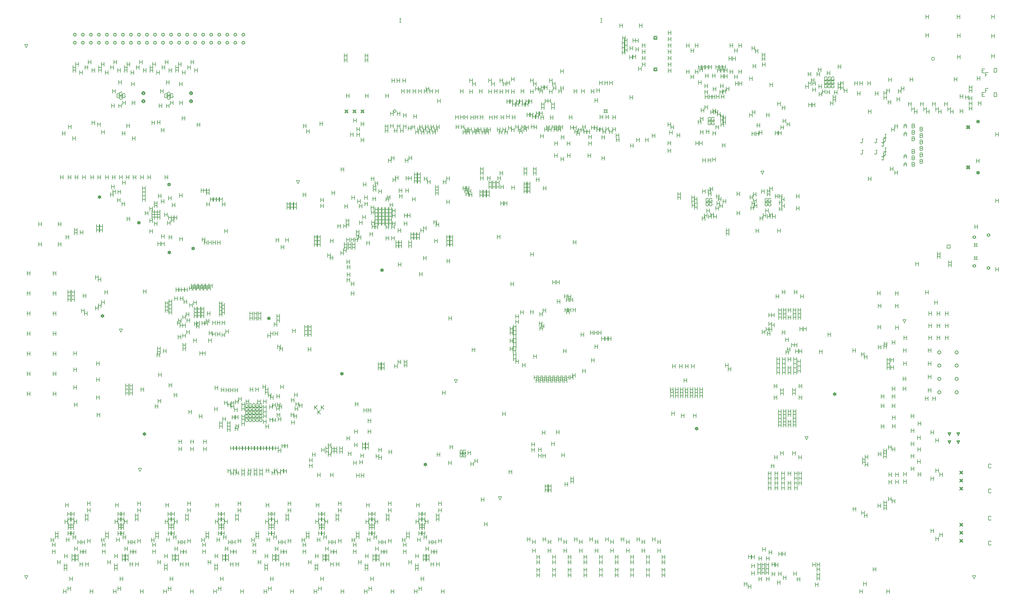
<source format=gbr>
%TF.GenerationSoftware,Altium Limited,Altium Designer,22.6.1 (34)*%
G04 Layer_Color=2752767*
%FSLAX26Y26*%
%MOIN*%
%TF.SameCoordinates,08F94D22-2ED8-4738-ABBF-34BB79D8E07D*%
%TF.FilePolarity,Positive*%
%TF.FileFunction,Drawing*%
%TF.Part,Single*%
G01*
G75*
%TA.AperFunction,NonConductor*%
%ADD256C,0.005000*%
%ADD427C,0.006667*%
%ADD428C,0.004000*%
D256*
X11850000Y2105000D02*
X11830000Y2145000D01*
X11870000D01*
X11850000Y2105000D01*
Y2113000D02*
X11838000Y2137000D01*
X11862000D01*
X11850000Y2113000D01*
Y2205000D02*
X11830000Y2245000D01*
X11870000D01*
X11850000Y2205000D01*
Y2213000D02*
X11838000Y2237000D01*
X11862000D01*
X11850000Y2213000D01*
X11960000Y2105000D02*
X11940000Y2145000D01*
X11980000D01*
X11960000Y2105000D01*
Y2113000D02*
X11948000Y2137000D01*
X11972000D01*
X11960000Y2113000D01*
Y2205000D02*
X11940000Y2245000D01*
X11980000D01*
X11960000Y2205000D01*
Y2213000D02*
X11948000Y2237000D01*
X11972000D01*
X11960000Y2213000D01*
X4619500Y1089484D02*
Y1039500D01*
Y1064492D01*
X4652823D01*
Y1089484D01*
Y1039500D01*
X4619500Y1120484D02*
Y1070500D01*
Y1095492D01*
X4652823D01*
Y1120484D01*
Y1070500D01*
X4650500Y1089484D02*
Y1039500D01*
Y1064492D01*
X4683823D01*
Y1089484D01*
Y1039500D01*
X4650500Y1120484D02*
Y1070500D01*
Y1095492D01*
X4683823D01*
Y1120484D01*
Y1070500D01*
X5244500Y1089484D02*
Y1039500D01*
Y1064492D01*
X5277823D01*
Y1089484D01*
Y1039500D01*
X5244500Y1120484D02*
Y1070500D01*
Y1095492D01*
X5277823D01*
Y1120484D01*
Y1070500D01*
X5275500Y1089484D02*
Y1039500D01*
Y1064492D01*
X5308823D01*
Y1089484D01*
Y1039500D01*
X5275500Y1120484D02*
Y1070500D01*
Y1095492D01*
X5308823D01*
Y1120484D01*
Y1070500D01*
X1295000Y3680000D02*
X1305000Y3690000D01*
X1315000D01*
X1305000Y3700000D01*
X1315000Y3710000D01*
X1305000D01*
X1295000Y3720000D01*
X1285000Y3710000D01*
X1275000D01*
X1285000Y3700000D01*
X1275000Y3690000D01*
X1285000D01*
X1295000Y3680000D01*
Y3688000D02*
X1301000Y3694000D01*
X1307000D01*
X1301000Y3700000D01*
X1307000Y3706000D01*
X1301000D01*
X1295000Y3712000D01*
X1289000Y3706000D01*
X1283000D01*
X1289000Y3700000D01*
X1283000Y3694000D01*
X1289000D01*
X1295000Y3688000D01*
X1750000Y4840000D02*
X1760000Y4850000D01*
X1770000D01*
X1760000Y4860000D01*
X1770000Y4870000D01*
X1760000D01*
X1750000Y4880000D01*
X1740000Y4870000D01*
X1730000D01*
X1740000Y4860000D01*
X1730000Y4850000D01*
X1740000D01*
X1750000Y4840000D01*
Y4848000D02*
X1756000Y4854000D01*
X1762000D01*
X1756000Y4860000D01*
X1762000Y4866000D01*
X1756000D01*
X1750000Y4872000D01*
X1744000Y4866000D01*
X1738000D01*
X1744000Y4860000D01*
X1738000Y4854000D01*
X1744000D01*
X1750000Y4848000D01*
X1260000Y5160000D02*
X1270000Y5170000D01*
X1280000D01*
X1270000Y5180000D01*
X1280000Y5190000D01*
X1270000D01*
X1260000Y5200000D01*
X1250000Y5190000D01*
X1240000D01*
X1250000Y5180000D01*
X1240000Y5170000D01*
X1250000D01*
X1260000Y5160000D01*
Y5168000D02*
X1266000Y5174000D01*
X1272000D01*
X1266000Y5180000D01*
X1272000Y5186000D01*
X1266000D01*
X1260000Y5192000D01*
X1254000Y5186000D01*
X1248000D01*
X1254000Y5180000D01*
X1248000Y5174000D01*
X1254000D01*
X1260000Y5168000D01*
X2130000Y4470000D02*
X2140000Y4480000D01*
X2150000D01*
X2140000Y4490000D01*
X2150000Y4500000D01*
X2140000D01*
X2130000Y4510000D01*
X2120000Y4500000D01*
X2110000D01*
X2120000Y4490000D01*
X2110000Y4480000D01*
X2120000D01*
X2130000Y4470000D01*
Y4478000D02*
X2136000Y4484000D01*
X2142000D01*
X2136000Y4490000D01*
X2142000Y4496000D01*
X2136000D01*
X2130000Y4502000D01*
X2124000Y4496000D01*
X2118000D01*
X2124000Y4490000D01*
X2118000Y4484000D01*
X2124000D01*
X2130000Y4478000D01*
X2425000Y4520000D02*
X2435000Y4530000D01*
X2445000D01*
X2435000Y4540000D01*
X2445000Y4550000D01*
X2435000D01*
X2425000Y4560000D01*
X2415000Y4550000D01*
X2405000D01*
X2415000Y4540000D01*
X2405000Y4530000D01*
X2415000D01*
X2425000Y4520000D01*
Y4528000D02*
X2431000Y4534000D01*
X2437000D01*
X2431000Y4540000D01*
X2437000Y4546000D01*
X2431000D01*
X2425000Y4552000D01*
X2419000Y4546000D01*
X2413000D01*
X2419000Y4540000D01*
X2413000Y4534000D01*
X2419000D01*
X2425000Y4528000D01*
X2125000Y5315000D02*
X2135000Y5325000D01*
X2145000D01*
X2135000Y5335000D01*
X2145000Y5345000D01*
X2135000D01*
X2125000Y5355000D01*
X2115000Y5345000D01*
X2105000D01*
X2115000Y5335000D01*
X2105000Y5325000D01*
X2115000D01*
X2125000Y5315000D01*
Y5323000D02*
X2131000Y5329000D01*
X2137000D01*
X2131000Y5335000D01*
X2137000Y5341000D01*
X2131000D01*
X2125000Y5347000D01*
X2119000Y5341000D01*
X2113000D01*
X2119000Y5335000D01*
X2113000Y5329000D01*
X2119000D01*
X2125000Y5323000D01*
X3369500Y1089484D02*
Y1039500D01*
Y1064492D01*
X3402823D01*
Y1089484D01*
Y1039500D01*
X3369500Y1120484D02*
Y1070500D01*
Y1095492D01*
X3402823D01*
Y1120484D01*
Y1070500D01*
X3400500Y1089484D02*
Y1039500D01*
Y1064492D01*
X3433823D01*
Y1089484D01*
Y1039500D01*
X3400500Y1120484D02*
Y1070500D01*
Y1095492D01*
X3433823D01*
Y1120484D01*
Y1070500D01*
X869500Y1089484D02*
Y1039500D01*
Y1064492D01*
X902823D01*
Y1089484D01*
Y1039500D01*
X869500Y1120484D02*
Y1070500D01*
Y1095492D01*
X902823D01*
Y1120484D01*
Y1070500D01*
X900500Y1089484D02*
Y1039500D01*
Y1064492D01*
X933823D01*
Y1089484D01*
Y1039500D01*
X900500Y1120484D02*
Y1070500D01*
Y1095492D01*
X933823D01*
Y1120484D01*
Y1070500D01*
X1795000Y6463071D02*
Y6453071D01*
X1815000D01*
Y6463071D01*
X1825000D01*
Y6483071D01*
X1815000D01*
Y6493071D01*
X1795000D01*
Y6483071D01*
X1785000D01*
Y6463071D01*
X1795000D01*
X1799000Y6467071D02*
Y6461071D01*
X1811000D01*
Y6467071D01*
X1817000D01*
Y6479071D01*
X1811000D01*
Y6485071D01*
X1799000D01*
Y6479071D01*
X1793000D01*
Y6467071D01*
X1799000D01*
X1795000Y6363071D02*
Y6353071D01*
X1815000D01*
Y6363071D01*
X1825000D01*
Y6383071D01*
X1815000D01*
Y6393071D01*
X1795000D01*
Y6383071D01*
X1785000D01*
Y6363071D01*
X1795000D01*
X1799000Y6367071D02*
Y6361071D01*
X1811000D01*
Y6367071D01*
X1817000D01*
Y6379071D01*
X1811000D01*
Y6385071D01*
X1799000D01*
Y6379071D01*
X1793000D01*
Y6367071D01*
X1799000D01*
X8700000Y2275000D02*
X8710000Y2285000D01*
X8720000D01*
X8710000Y2295000D01*
X8720000Y2305000D01*
X8710000D01*
X8700000Y2315000D01*
X8690000Y2305000D01*
X8680000D01*
X8690000Y2295000D01*
X8680000Y2285000D01*
X8690000D01*
X8700000Y2275000D01*
Y2283000D02*
X8706000Y2289000D01*
X8712000D01*
X8706000Y2295000D01*
X8712000Y2301000D01*
X8706000D01*
X8700000Y2307000D01*
X8694000Y2301000D01*
X8688000D01*
X8694000Y2295000D01*
X8688000Y2289000D01*
X8694000D01*
X8700000Y2283000D01*
X2390000Y6463071D02*
Y6453071D01*
X2410000D01*
Y6463071D01*
X2420000D01*
Y6483071D01*
X2410000D01*
Y6493071D01*
X2390000D01*
Y6483071D01*
X2380000D01*
Y6463071D01*
X2390000D01*
X2394000Y6467071D02*
Y6461071D01*
X2406000D01*
Y6467071D01*
X2412000D01*
Y6479071D01*
X2406000D01*
Y6485071D01*
X2394000D01*
Y6479071D01*
X2388000D01*
Y6467071D01*
X2394000D01*
X2390000Y6363071D02*
Y6353071D01*
X2410000D01*
Y6363071D01*
X2420000D01*
Y6383071D01*
X2410000D01*
Y6393071D01*
X2390000D01*
Y6383071D01*
X2380000D01*
Y6363071D01*
X2390000D01*
X2394000Y6367071D02*
Y6361071D01*
X2406000D01*
Y6367071D01*
X2412000D01*
Y6379071D01*
X2406000D01*
Y6385071D01*
X2394000D01*
Y6379071D01*
X2388000D01*
Y6367071D01*
X2394000D01*
X4315000Y6225236D02*
X4325000Y6245236D01*
X4315000Y6265236D01*
X4335000Y6255236D01*
X4355000Y6265236D01*
X4345000Y6245236D01*
X4355000Y6225236D01*
X4335000Y6235236D01*
X4315000Y6225236D01*
X4323000Y6233236D02*
X4329000Y6245236D01*
X4323000Y6257236D01*
X4335000Y6251236D01*
X4347000Y6257236D01*
X4341000Y6245236D01*
X4347000Y6233236D01*
X4335000Y6239236D01*
X4323000Y6233236D01*
X4415000Y6225236D02*
X4425000Y6245236D01*
X4415000Y6265236D01*
X4435000Y6255236D01*
X4455000Y6265236D01*
X4445000Y6245236D01*
X4455000Y6225236D01*
X4435000Y6235236D01*
X4415000Y6225236D01*
X4423000Y6233236D02*
X4429000Y6245236D01*
X4423000Y6257236D01*
X4435000Y6251236D01*
X4447000Y6257236D01*
X4441000Y6245236D01*
X4447000Y6233236D01*
X4435000Y6239236D01*
X4423000Y6233236D01*
X4515000Y6225236D02*
X4525000Y6245236D01*
X4515000Y6265236D01*
X4535000Y6255236D01*
X4555000Y6265236D01*
X4545000Y6245236D01*
X4555000Y6225236D01*
X4535000Y6235236D01*
X4515000Y6225236D01*
X4523000Y6233236D02*
X4529000Y6245236D01*
X4523000Y6257236D01*
X4535000Y6251236D01*
X4547000Y6257236D01*
X4541000Y6245236D01*
X4547000Y6233236D01*
X4535000Y6239236D01*
X4523000Y6233236D01*
X10420000Y2705000D02*
X10430000Y2715000D01*
X10440000D01*
X10430000Y2725000D01*
X10440000Y2735000D01*
X10430000D01*
X10420000Y2745000D01*
X10410000Y2735000D01*
X10400000D01*
X10410000Y2725000D01*
X10400000Y2715000D01*
X10410000D01*
X10420000Y2705000D01*
Y2713000D02*
X10426000Y2719000D01*
X10432000D01*
X10426000Y2725000D01*
X10432000Y2731000D01*
X10426000D01*
X10420000Y2737000D01*
X10414000Y2731000D01*
X10408000D01*
X10414000Y2725000D01*
X10408000Y2719000D01*
X10414000D01*
X10420000Y2713000D01*
X12330488Y6728409D02*
X12297165D01*
Y6703417D01*
X12313827D01*
X12297165D01*
Y6678425D01*
X12330488Y6531559D02*
X12297165D01*
Y6506567D01*
X12313827D01*
X12297165D01*
Y6481575D01*
X12289149Y6483330D02*
X12255827D01*
Y6433346D01*
X12289149D01*
X12255827Y6458338D02*
X12272488D01*
X12289149Y6776637D02*
X12255827D01*
Y6726654D01*
X12289149D01*
X12255827Y6751645D02*
X12272488D01*
X12405433Y6477425D02*
Y6427441D01*
X12430425D01*
X12438756Y6435771D01*
Y6469094D01*
X12430425Y6477425D01*
X12405433D01*
Y6782543D02*
Y6732559D01*
X12430425D01*
X12438756Y6740890D01*
Y6774212D01*
X12430425Y6782543D01*
X12405433D01*
X11975000Y1730000D02*
X11985000Y1750000D01*
X11975000Y1770000D01*
X11995000Y1760000D01*
X12015000Y1770000D01*
X12005000Y1750000D01*
X12015000Y1730000D01*
X11995000Y1740000D01*
X11975000Y1730000D01*
X11983000Y1738000D02*
X11989000Y1750000D01*
X11983000Y1762000D01*
X11995000Y1756000D01*
X12007000Y1762000D01*
X12001000Y1750000D01*
X12007000Y1738000D01*
X11995000Y1744000D01*
X11983000Y1738000D01*
X11975000Y1630000D02*
X11985000Y1650000D01*
X11975000Y1670000D01*
X11995000Y1660000D01*
X12015000Y1670000D01*
X12005000Y1650000D01*
X12015000Y1630000D01*
X11995000Y1640000D01*
X11975000Y1630000D01*
X11983000Y1638000D02*
X11989000Y1650000D01*
X11983000Y1662000D01*
X11995000Y1656000D01*
X12007000Y1662000D01*
X12001000Y1650000D01*
X12007000Y1638000D01*
X11995000Y1644000D01*
X11983000Y1638000D01*
X11975000Y1530000D02*
X11985000Y1550000D01*
X11975000Y1570000D01*
X11995000Y1560000D01*
X12015000Y1570000D01*
X12005000Y1550000D01*
X12015000Y1530000D01*
X11995000Y1540000D01*
X11975000Y1530000D01*
X11983000Y1538000D02*
X11989000Y1550000D01*
X11983000Y1562000D01*
X11995000Y1556000D01*
X12007000Y1562000D01*
X12001000Y1550000D01*
X12007000Y1538000D01*
X11995000Y1544000D01*
X11983000Y1538000D01*
X12368323Y1846653D02*
X12359992Y1854984D01*
X12343331D01*
X12335000Y1846653D01*
Y1813331D01*
X12343331Y1805000D01*
X12359992D01*
X12368323Y1813331D01*
Y1536653D02*
X12359992Y1544984D01*
X12343331D01*
X12335000Y1536653D01*
Y1503331D01*
X12343331Y1495000D01*
X12359992D01*
X12368323Y1503331D01*
X7502000Y7401984D02*
X7518661D01*
X7510331D01*
Y7352000D01*
X7502000D01*
X7518661D01*
X4998000Y7401984D02*
X5014661D01*
X5006331D01*
Y7352000D01*
X4998000D01*
X5014661D01*
X12335000Y4685000D02*
X12345000Y4695000D01*
X12355000D01*
X12345000Y4705000D01*
X12355000Y4715000D01*
X12345000D01*
X12335000Y4725000D01*
X12325000Y4715000D01*
X12315000D01*
X12325000Y4705000D01*
X12315000Y4695000D01*
X12325000D01*
X12335000Y4685000D01*
Y4275000D02*
X12345000Y4285000D01*
X12355000D01*
X12345000Y4295000D01*
X12355000Y4305000D01*
X12345000D01*
X12335000Y4315000D01*
X12325000Y4305000D01*
X12315000D01*
X12325000Y4295000D01*
X12315000Y4285000D01*
X12325000D01*
X12335000Y4275000D01*
X12160000Y4303000D02*
X12170000Y4313000D01*
X12180000D01*
X12170000Y4323000D01*
X12180000Y4333000D01*
X12170000D01*
X12160000Y4343000D01*
X12150000Y4333000D01*
X12140000D01*
X12150000Y4323000D01*
X12140000Y4313000D01*
X12150000D01*
X12160000Y4303000D01*
Y4657000D02*
X12170000Y4667000D01*
X12180000D01*
X12170000Y4677000D01*
X12180000Y4687000D01*
X12170000D01*
X12160000Y4697000D01*
X12150000Y4687000D01*
X12140000D01*
X12150000Y4677000D01*
X12140000Y4667000D01*
X12150000D01*
X12160000Y4657000D01*
X12155748Y4397323D02*
X12165748Y4417323D01*
X12155748Y4437323D01*
X12175748Y4427323D01*
X12195748Y4437323D01*
X12185748Y4417323D01*
X12195748Y4397323D01*
X12175748Y4407323D01*
X12155748Y4397323D01*
Y4562677D02*
X12165748Y4582677D01*
X12155748Y4602677D01*
X12175748Y4592677D01*
X12195748Y4602677D01*
X12185748Y4582677D01*
X12195748Y4562677D01*
X12175748Y4572677D01*
X12155748Y4562677D01*
X5320000Y1830000D02*
X5330000Y1840000D01*
X5340000D01*
X5330000Y1850000D01*
X5340000Y1860000D01*
X5330000D01*
X5320000Y1870000D01*
X5310000Y1860000D01*
X5300000D01*
X5310000Y1850000D01*
X5300000Y1840000D01*
X5310000D01*
X5320000Y1830000D01*
Y1838000D02*
X5326000Y1844000D01*
X5332000D01*
X5326000Y1850000D01*
X5332000Y1856000D01*
X5326000D01*
X5320000Y1862000D01*
X5314000Y1856000D01*
X5308000D01*
X5314000Y1850000D01*
X5308000Y1844000D01*
X5314000D01*
X5320000Y1838000D01*
X1820000Y2210000D02*
X1830000Y2220000D01*
X1840000D01*
X1830000Y2230000D01*
X1840000Y2240000D01*
X1830000D01*
X1820000Y2250000D01*
X1810000Y2240000D01*
X1800000D01*
X1810000Y2230000D01*
X1800000Y2220000D01*
X1810000D01*
X1820000Y2210000D01*
Y2218000D02*
X1826000Y2224000D01*
X1832000D01*
X1826000Y2230000D01*
X1832000Y2236000D01*
X1826000D01*
X1820000Y2242000D01*
X1814000Y2236000D01*
X1808000D01*
X1814000Y2230000D01*
X1808000Y2224000D01*
X1814000D01*
X1820000Y2218000D01*
X4180500Y2039484D02*
Y1989500D01*
Y2014492D01*
X4213823D01*
Y2039484D01*
Y1989500D01*
X4149500Y2039484D02*
Y1989500D01*
Y2014492D01*
X4182823D01*
Y2039484D01*
Y1989500D01*
X4180500Y2070484D02*
Y2020500D01*
Y2045492D01*
X4213823D01*
Y2070484D01*
Y2020500D01*
X4149500Y2070484D02*
Y2020500D01*
Y2045492D01*
X4182823D01*
Y2070484D01*
Y2020500D01*
X4914961Y6250000D02*
X4934961Y6270000D01*
X4954961Y6250000D01*
X4934961Y6230000D01*
X4914961Y6250000D01*
X7544961Y6230000D02*
X7554961D01*
X7564961Y6240000D01*
X7574961Y6230000D01*
X7584961D01*
Y6240000D01*
X7574961Y6250000D01*
X7584961Y6260000D01*
Y6270000D01*
X7574961D01*
X7564961Y6260000D01*
X7554961Y6270000D01*
X7544961D01*
Y6260000D01*
X7554961Y6250000D01*
X7544961Y6240000D01*
Y6230000D01*
X344488Y7038268D02*
X324488Y7078268D01*
X364488D01*
X344488Y7038268D01*
Y424094D02*
X324488Y464094D01*
X364488D01*
X344488Y424094D01*
X4025500Y1120484D02*
Y1070500D01*
Y1095492D01*
X4058823D01*
Y1120484D01*
Y1070500D01*
X4025500Y1089484D02*
Y1039500D01*
Y1064492D01*
X4058823D01*
Y1089484D01*
Y1039500D01*
X3994500Y1120484D02*
Y1070500D01*
Y1095492D01*
X4027823D01*
Y1120484D01*
Y1070500D01*
X3994500Y1089484D02*
Y1039500D01*
Y1064492D01*
X4027823D01*
Y1089484D01*
Y1039500D01*
X2775500Y1120484D02*
Y1070500D01*
Y1095492D01*
X2808823D01*
Y1120484D01*
Y1070500D01*
X2775500Y1089484D02*
Y1039500D01*
Y1064492D01*
X2808823D01*
Y1089484D01*
Y1039500D01*
X2744500Y1120484D02*
Y1070500D01*
Y1095492D01*
X2777823D01*
Y1120484D01*
Y1070500D01*
X2744500Y1089484D02*
Y1039500D01*
Y1064492D01*
X2777823D01*
Y1089484D01*
Y1039500D01*
X2150500Y1120484D02*
Y1070500D01*
Y1095492D01*
X2183823D01*
Y1120484D01*
Y1070500D01*
X2150500Y1089484D02*
Y1039500D01*
Y1064492D01*
X2183823D01*
Y1089484D01*
Y1039500D01*
X2119500Y1120484D02*
Y1070500D01*
Y1095492D01*
X2152823D01*
Y1120484D01*
Y1070500D01*
X2119500Y1089484D02*
Y1039500D01*
Y1064492D01*
X2152823D01*
Y1089484D01*
Y1039500D01*
X1525500Y1120484D02*
Y1070500D01*
Y1095492D01*
X1558823D01*
Y1120484D01*
Y1070500D01*
X1525500Y1089484D02*
Y1039500D01*
Y1064492D01*
X1558823D01*
Y1089484D01*
Y1039500D01*
X1494500Y1120484D02*
Y1070500D01*
Y1095492D01*
X1527823D01*
Y1120484D01*
Y1070500D01*
X1494500Y1089484D02*
Y1039500D01*
Y1064492D01*
X1527823D01*
Y1089484D01*
Y1039500D01*
X9517717Y5463465D02*
X9497717Y5503465D01*
X9537717D01*
X9517717Y5463465D01*
X3730315Y5345354D02*
X3710315Y5385354D01*
X3750315D01*
X3730315Y5345354D01*
X11289370Y3613071D02*
X11269370Y3653071D01*
X11309370D01*
X11289370Y3613071D01*
X5698819Y2865039D02*
X5678819Y2905039D01*
X5718819D01*
X5698819Y2865039D01*
X1525591Y3494961D02*
X1505591Y3534961D01*
X1545591D01*
X1525591Y3494961D01*
X10068898Y2156378D02*
X10048898Y2196378D01*
X10088898D01*
X10068898Y2156378D01*
X6250000Y1408347D02*
X6230000Y1448347D01*
X6270000D01*
X6250000Y1408347D01*
X1761811Y1762677D02*
X1741811Y1802677D01*
X1781811D01*
X1761811Y1762677D01*
X12155512Y424094D02*
X12135512Y464094D01*
X12175512D01*
X12155512Y424094D01*
X11713465Y2740000D02*
Y2730000D01*
X11733465D01*
Y2740000D01*
X11743465D01*
Y2760000D01*
X11733465D01*
Y2770000D01*
X11713465D01*
Y2760000D01*
X11703465D01*
Y2740000D01*
X11713465D01*
Y2905354D02*
Y2895354D01*
X11733465D01*
Y2905354D01*
X11743465D01*
Y2925354D01*
X11733465D01*
Y2935354D01*
X11713465D01*
Y2925354D01*
X11703465D01*
Y2905354D01*
X11713465D01*
Y3070709D02*
Y3060709D01*
X11733465D01*
Y3070709D01*
X11743465D01*
Y3090709D01*
X11733465D01*
Y3100709D01*
X11713465D01*
Y3090709D01*
X11703465D01*
Y3070709D01*
X11713465D01*
Y3236063D02*
Y3226063D01*
X11733465D01*
Y3236063D01*
X11743465D01*
Y3256063D01*
X11733465D01*
Y3266063D01*
X11713465D01*
Y3256063D01*
X11703465D01*
Y3236063D01*
X11713465D01*
X11930000D02*
Y3226063D01*
X11950000D01*
Y3236063D01*
X11960000D01*
Y3256063D01*
X11950000D01*
Y3266063D01*
X11930000D01*
Y3256063D01*
X11920000D01*
Y3236063D01*
X11930000D01*
Y3070709D02*
Y3060709D01*
X11950000D01*
Y3070709D01*
X11960000D01*
Y3090709D01*
X11950000D01*
Y3100709D01*
X11930000D01*
Y3090709D01*
X11920000D01*
Y3070709D01*
X11930000D01*
Y2905354D02*
Y2895354D01*
X11950000D01*
Y2905354D01*
X11960000D01*
Y2925354D01*
X11950000D01*
Y2935354D01*
X11930000D01*
Y2925354D01*
X11920000D01*
Y2905354D01*
X11930000D01*
Y2740000D02*
Y2730000D01*
X11950000D01*
Y2740000D01*
X11960000D01*
Y2760000D01*
X11950000D01*
Y2770000D01*
X11930000D01*
Y2760000D01*
X11920000D01*
Y2740000D01*
X11930000D01*
X8163858Y7140630D02*
Y7180630D01*
X8203858D01*
Y7140630D01*
X8163858D01*
X8171858Y7148630D02*
Y7172630D01*
X8195858D01*
Y7148630D01*
X8171858D01*
X8163858Y6746929D02*
Y6786929D01*
X8203858D01*
Y6746929D01*
X8163858D01*
X8171858Y6754929D02*
Y6778929D01*
X8195858D01*
Y6754929D01*
X8171858D01*
X12061260Y5530000D02*
X12071260D01*
X12081260Y5540000D01*
X12091260Y5530000D01*
X12101260D01*
Y5540000D01*
X12091260Y5550000D01*
X12101260Y5560000D01*
Y5570000D01*
X12091260D01*
X12081260Y5560000D01*
X12071260Y5570000D01*
X12061260D01*
Y5560000D01*
X12071260Y5550000D01*
X12061260Y5540000D01*
Y5530000D01*
X12069260Y5538000D02*
X12075260D01*
X12081260Y5544000D01*
X12087260Y5538000D01*
X12093260D01*
Y5544000D01*
X12087260Y5550000D01*
X12093260Y5556000D01*
Y5562000D01*
X12087260D01*
X12081260Y5556000D01*
X12075260Y5562000D01*
X12069260D01*
Y5556000D01*
X12075260Y5550000D01*
X12069260Y5544000D01*
Y5538000D01*
X12061260Y6030000D02*
X12071260D01*
X12081260Y6040000D01*
X12091260Y6030000D01*
X12101260D01*
Y6040000D01*
X12091260Y6050000D01*
X12101260Y6060000D01*
Y6070000D01*
X12091260D01*
X12081260Y6060000D01*
X12071260Y6070000D01*
X12061260D01*
Y6060000D01*
X12071260Y6050000D01*
X12061260Y6040000D01*
Y6030000D01*
X12069260Y6038000D02*
X12075260D01*
X12081260Y6044000D01*
X12087260Y6038000D01*
X12093260D01*
Y6044000D01*
X12087260Y6050000D01*
X12093260Y6056000D01*
Y6062000D01*
X12087260D01*
X12081260Y6056000D01*
X12075260Y6062000D01*
X12069260D01*
Y6056000D01*
X12075260Y6050000D01*
X12069260Y6044000D01*
Y6038000D01*
X12206457Y6097520D02*
X12216457Y6107520D01*
X12226457D01*
X12216457Y6117520D01*
X12226457Y6127520D01*
X12216457D01*
X12206457Y6137520D01*
X12196457Y6127520D01*
X12186457D01*
X12196457Y6117520D01*
X12186457Y6107520D01*
X12196457D01*
X12206457Y6097520D01*
Y6105520D02*
X12212457Y6111520D01*
X12218457D01*
X12212457Y6117520D01*
X12218457Y6123520D01*
X12212457D01*
X12206457Y6129520D01*
X12200457Y6123520D01*
X12194457D01*
X12200457Y6117520D01*
X12194457Y6111520D01*
X12200457D01*
X12206457Y6105520D01*
Y5462480D02*
X12216457Y5472480D01*
X12226457D01*
X12216457Y5482480D01*
X12226457Y5492480D01*
X12216457D01*
X12206457Y5502480D01*
X12196457Y5492480D01*
X12186457D01*
X12196457Y5482480D01*
X12186457Y5472480D01*
X12196457D01*
X12206457Y5462480D01*
Y5470480D02*
X12212457Y5476480D01*
X12218457D01*
X12212457Y5482480D01*
X12218457Y5488480D01*
X12212457D01*
X12206457Y5494480D01*
X12200457Y5488480D01*
X12194457D01*
X12200457Y5482480D01*
X12194457Y5476480D01*
X12200457D01*
X12206457Y5470480D01*
X11281260Y5939764D02*
Y5973086D01*
X11297921Y5989748D01*
X11314582Y5973086D01*
Y5939764D01*
Y5964756D01*
X11281260D01*
Y5660236D02*
Y5693559D01*
X11297921Y5710220D01*
X11314582Y5693559D01*
Y5660236D01*
Y5685228D01*
X11281260D01*
Y6039764D02*
Y6073086D01*
X11297921Y6089748D01*
X11314582Y6073086D01*
Y6039764D01*
Y6064756D01*
X11281260D01*
Y5560236D02*
Y5593559D01*
X11297921Y5610220D01*
X11314582Y5593559D01*
Y5560236D01*
Y5585228D01*
X11281260D01*
X11381260Y5929708D02*
Y5879724D01*
X11406252D01*
X11414582Y5888055D01*
Y5896386D01*
X11406252Y5904716D01*
X11381260D01*
X11406252D01*
X11414582Y5913047D01*
Y5921378D01*
X11406252Y5929708D01*
X11381260D01*
Y5770259D02*
Y5720276D01*
X11406252D01*
X11414582Y5728606D01*
Y5736937D01*
X11406252Y5745267D01*
X11381260D01*
X11406252D01*
X11414582Y5753598D01*
Y5761929D01*
X11406252Y5770259D01*
X11381260D01*
Y6009630D02*
Y5959646D01*
X11406252D01*
X11414582Y5967976D01*
Y5976307D01*
X11406252Y5984638D01*
X11381260D01*
X11406252D01*
X11414582Y5992968D01*
Y6001299D01*
X11406252Y6009630D01*
X11381260D01*
Y5690338D02*
Y5640354D01*
X11406252D01*
X11414582Y5648685D01*
Y5657016D01*
X11406252Y5665346D01*
X11381260D01*
X11406252D01*
X11414582Y5673677D01*
Y5682007D01*
X11406252Y5690338D01*
X11381260D01*
Y6089551D02*
Y6039567D01*
X11406252D01*
X11414582Y6047898D01*
Y6056228D01*
X11406252Y6064559D01*
X11381260D01*
X11406252D01*
X11414582Y6072890D01*
Y6081220D01*
X11406252Y6089551D01*
X11381260D01*
Y5610417D02*
Y5560433D01*
X11406252D01*
X11414582Y5568764D01*
Y5577094D01*
X11406252Y5585425D01*
X11381260D01*
X11406252D01*
X11414582Y5593756D01*
Y5602086D01*
X11406252Y5610417D01*
X11381260D01*
X11481260Y5889944D02*
Y5839961D01*
X11506252D01*
X11514582Y5848291D01*
Y5856622D01*
X11506252Y5864953D01*
X11481260D01*
X11506252D01*
X11514582Y5873283D01*
Y5881614D01*
X11506252Y5889944D01*
X11481260D01*
Y5810023D02*
Y5760039D01*
X11506252D01*
X11514582Y5768370D01*
Y5776701D01*
X11506252Y5785031D01*
X11481260D01*
X11506252D01*
X11514582Y5793362D01*
Y5801693D01*
X11506252Y5810023D01*
X11481260D01*
Y5730102D02*
Y5680118D01*
X11506252D01*
X11514582Y5688449D01*
Y5696779D01*
X11506252Y5705110D01*
X11481260D01*
X11506252D01*
X11514582Y5713441D01*
Y5721771D01*
X11506252Y5730102D01*
X11481260D01*
Y5969866D02*
Y5919882D01*
X11506252D01*
X11514582Y5928212D01*
Y5936543D01*
X11506252Y5944874D01*
X11481260D01*
X11506252D01*
X11514582Y5953204D01*
Y5961535D01*
X11506252Y5969866D01*
X11481260D01*
Y6049787D02*
Y5999803D01*
X11506252D01*
X11514582Y6008134D01*
Y6016464D01*
X11506252Y6024795D01*
X11481260D01*
X11506252D01*
X11514582Y6033126D01*
Y6041456D01*
X11506252Y6049787D01*
X11481260D01*
Y5650181D02*
Y5600197D01*
X11506252D01*
X11514582Y5608528D01*
Y5616858D01*
X11506252Y5625189D01*
X11481260D01*
X11506252D01*
X11514582Y5633520D01*
Y5641850D01*
X11506252Y5650181D01*
X11481260D01*
X11975000Y1080000D02*
X11985000Y1100000D01*
X11975000Y1120000D01*
X11995000Y1110000D01*
X12015000Y1120000D01*
X12005000Y1100000D01*
X12015000Y1080000D01*
X11995000Y1090000D01*
X11975000Y1080000D01*
X11983000Y1088000D02*
X11989000Y1100000D01*
X11983000Y1112000D01*
X11995000Y1106000D01*
X12007000Y1112000D01*
X12001000Y1100000D01*
X12007000Y1088000D01*
X11995000Y1094000D01*
X11983000Y1088000D01*
X11975000Y980000D02*
X11985000Y1000000D01*
X11975000Y1020000D01*
X11995000Y1010000D01*
X12015000Y1020000D01*
X12005000Y1000000D01*
X12015000Y980000D01*
X11995000Y990000D01*
X11975000Y980000D01*
X11983000Y988000D02*
X11989000Y1000000D01*
X11983000Y1012000D01*
X11995000Y1006000D01*
X12007000Y1012000D01*
X12001000Y1000000D01*
X12007000Y988000D01*
X11995000Y994000D01*
X11983000Y988000D01*
X11975000Y880000D02*
X11985000Y900000D01*
X11975000Y920000D01*
X11995000Y910000D01*
X12015000Y920000D01*
X12005000Y900000D01*
X12015000Y880000D01*
X11995000Y890000D01*
X11975000Y880000D01*
X11983000Y888000D02*
X11989000Y900000D01*
X11983000Y912000D01*
X11995000Y906000D01*
X12007000Y912000D01*
X12001000Y900000D01*
X12007000Y888000D01*
X11995000Y894000D01*
X11983000Y888000D01*
X12368323Y1196653D02*
X12359992Y1204984D01*
X12343331D01*
X12335000Y1196653D01*
Y1163331D01*
X12343331Y1155000D01*
X12359992D01*
X12368323Y1163331D01*
Y886653D02*
X12359992Y894984D01*
X12343331D01*
X12335000Y886653D01*
Y853331D01*
X12343331Y845000D01*
X12359992D01*
X12368323Y853331D01*
X4280000Y2960000D02*
X4290000Y2970000D01*
X4300000D01*
X4290000Y2980000D01*
X4300000Y2990000D01*
X4290000D01*
X4280000Y3000000D01*
X4270000Y2990000D01*
X4260000D01*
X4270000Y2980000D01*
X4260000Y2970000D01*
X4270000D01*
X4280000Y2960000D01*
Y2968000D02*
X4286000Y2974000D01*
X4292000D01*
X4286000Y2980000D01*
X4292000Y2986000D01*
X4286000D01*
X4280000Y2992000D01*
X4274000Y2986000D01*
X4268000D01*
X4274000Y2980000D01*
X4268000Y2974000D01*
X4274000D01*
X4280000Y2968000D01*
X4780000Y4250000D02*
X4790000Y4260000D01*
X4800000D01*
X4790000Y4270000D01*
X4800000Y4280000D01*
X4790000D01*
X4780000Y4290000D01*
X4770000Y4280000D01*
X4760000D01*
X4770000Y4270000D01*
X4760000Y4260000D01*
X4770000D01*
X4780000Y4250000D01*
Y4258000D02*
X4786000Y4264000D01*
X4792000D01*
X4786000Y4270000D01*
X4792000Y4276000D01*
X4786000D01*
X4780000Y4282000D01*
X4774000Y4276000D01*
X4768000D01*
X4774000Y4270000D01*
X4768000Y4264000D01*
X4774000D01*
X4780000Y4258000D01*
X3370000Y3650000D02*
X3380000Y3660000D01*
X3390000D01*
X3380000Y3670000D01*
X3390000Y3680000D01*
X3380000D01*
X3370000Y3690000D01*
X3360000Y3680000D01*
X3350000D01*
X3360000Y3670000D01*
X3350000Y3660000D01*
X3360000D01*
X3370000Y3650000D01*
Y3658000D02*
X3376000Y3664000D01*
X3382000D01*
X3376000Y3670000D01*
X3382000Y3676000D01*
X3376000D01*
X3370000Y3682000D01*
X3364000Y3676000D01*
X3358000D01*
X3364000Y3670000D01*
X3358000Y3664000D01*
X3364000D01*
X3370000Y3658000D01*
X6892126Y2132267D02*
Y2082284D01*
Y2107275D01*
X6925449D01*
Y2132267D01*
Y2082284D01*
X6773622Y2270456D02*
Y2220472D01*
Y2245464D01*
X6806945D01*
Y2270456D01*
Y2220472D01*
X7019291Y1991322D02*
Y1941339D01*
Y1966331D01*
X7052614D01*
Y1991322D01*
Y1941339D01*
X6644488Y2123999D02*
Y2074016D01*
Y2099008D01*
X6677811D01*
Y2123999D01*
Y2074016D01*
X6727559Y2058645D02*
Y2008661D01*
Y2033653D01*
X6760882D01*
Y2058645D01*
Y2008661D01*
X6645669Y2056283D02*
Y2006299D01*
Y2031291D01*
X6678992D01*
Y2056283D01*
Y2006299D01*
X6783465Y1983448D02*
Y1933465D01*
Y1958457D01*
X6816787D01*
Y1983448D01*
Y1933465D01*
X6729528Y1983842D02*
Y1933858D01*
Y1958850D01*
X6762850D01*
Y1983842D01*
Y1933858D01*
X5105118Y6061795D02*
Y6011811D01*
Y6036803D01*
X5138441D01*
Y6061795D01*
Y6011811D01*
X4332283Y4862976D02*
Y4812992D01*
Y4837984D01*
X4365606D01*
Y4862976D01*
Y4812992D01*
X4830000Y4831874D02*
Y4781890D01*
Y4806882D01*
X4863323D01*
Y4831874D01*
Y4781890D01*
X4691725Y4832083D02*
Y4782099D01*
Y4807091D01*
X4725048D01*
Y4832083D01*
Y4782099D01*
X6444409Y3651519D02*
Y3601535D01*
Y3626527D01*
X6477732D01*
Y3651519D01*
Y3601535D01*
X9515276Y6974093D02*
Y6924109D01*
Y6949101D01*
X9548598D01*
Y6974093D01*
Y6924109D01*
X9515276Y6924792D02*
Y6874808D01*
Y6899800D01*
X9548598D01*
Y6924792D01*
Y6874808D01*
X10925984Y6494078D02*
Y6444095D01*
Y6469086D01*
X10959307D01*
Y6494078D01*
Y6444095D01*
X11907480Y6670456D02*
Y6620472D01*
Y6645464D01*
X11940803D01*
Y6670456D01*
Y6620472D01*
X11359843Y6668488D02*
Y6618504D01*
Y6643496D01*
X11393165D01*
Y6668488D01*
Y6618504D01*
X11091339Y6663763D02*
Y6613779D01*
Y6638771D01*
X11124661D01*
Y6663763D01*
Y6613779D01*
X10701575Y6494078D02*
Y6444095D01*
Y6469086D01*
X10734897D01*
Y6494078D01*
Y6444095D01*
X9003543Y6454708D02*
Y6404724D01*
Y6429716D01*
X9036866D01*
Y6454708D01*
Y6404724D01*
X8944488Y6453921D02*
Y6403937D01*
Y6428929D01*
X8977811D01*
Y6453921D01*
Y6403937D01*
X8893307Y6452740D02*
Y6402756D01*
Y6427748D01*
X8926630D01*
Y6452740D01*
Y6402756D01*
X8854331Y6453133D02*
Y6403150D01*
Y6428141D01*
X8887653D01*
Y6453133D01*
Y6403150D01*
X8803543Y6452346D02*
Y6402362D01*
Y6427354D01*
X8836866D01*
Y6452346D01*
Y6402362D01*
X8802362Y6323212D02*
Y6273228D01*
Y6298220D01*
X8835685D01*
Y6323212D01*
Y6273228D01*
X8755512Y6283842D02*
Y6233858D01*
Y6258850D01*
X8788834D01*
Y6283842D01*
Y6233858D01*
X7009842Y5678330D02*
Y5628346D01*
Y5653338D01*
X7043165D01*
Y5678330D01*
Y5628346D01*
X8145276Y5967700D02*
Y5917717D01*
Y5942708D01*
X8178598D01*
Y5967700D01*
Y5917717D01*
X8343307Y5876756D02*
Y5826772D01*
Y5851764D01*
X8376630D01*
Y5876756D01*
Y5826772D01*
X8341339Y5781086D02*
Y5731102D01*
Y5756094D01*
X8374661D01*
Y5781086D01*
Y5731102D01*
X8361811Y6008252D02*
Y5958268D01*
Y5983260D01*
X8395134D01*
Y6008252D01*
Y5958268D01*
X8062205Y5916519D02*
Y5866535D01*
Y5891527D01*
X8095527D01*
Y5916519D01*
Y5866535D01*
X7950787Y5916126D02*
Y5866142D01*
Y5891134D01*
X7984110D01*
Y5916126D01*
Y5866142D01*
X7698032Y5918094D02*
Y5868110D01*
Y5893102D01*
X7731354D01*
Y5918094D01*
Y5868110D01*
X7516929Y5949196D02*
Y5899213D01*
Y5924204D01*
X7550252D01*
Y5949196D01*
Y5899213D01*
X7516929Y5686992D02*
Y5637008D01*
Y5662000D01*
X7550252D01*
Y5686992D01*
Y5637008D01*
X7354331Y5952346D02*
Y5902362D01*
Y5927354D01*
X7387653D01*
Y5952346D01*
Y5902362D01*
X7354331Y5872818D02*
Y5822835D01*
Y5847827D01*
X7387653D01*
Y5872818D01*
Y5822835D01*
X7346063Y5720456D02*
Y5670472D01*
Y5695464D01*
X7379386D01*
Y5720456D01*
Y5670472D01*
X7011417Y5948803D02*
Y5898819D01*
Y5923811D01*
X7044740D01*
Y5948803D01*
Y5898819D01*
X6931496Y5873212D02*
Y5823228D01*
Y5848220D01*
X6964819D01*
Y5873212D01*
Y5823228D01*
X7086221Y5871244D02*
Y5821260D01*
Y5846252D01*
X7119543D01*
Y5871244D01*
Y5821260D01*
X7088189Y5721637D02*
Y5671654D01*
Y5696645D01*
X7121512D01*
Y5721637D01*
Y5671654D01*
X6929134Y5721244D02*
Y5671260D01*
Y5696252D01*
X6962457D01*
Y5721244D01*
Y5671260D01*
X5589764Y4408252D02*
Y4358268D01*
Y4383260D01*
X5623086D01*
Y4408252D01*
Y4358268D01*
X6385039Y4121244D02*
Y4071260D01*
Y4096252D01*
X6418362D01*
Y4121244D01*
Y4071260D01*
X6631102Y4491716D02*
Y4441732D01*
Y4466724D01*
X6664425D01*
Y4491716D01*
Y4441732D01*
X3859843Y3307858D02*
Y3257874D01*
Y3282866D01*
X3893165D01*
Y3307858D01*
Y3257874D01*
X945276Y2617700D02*
Y2567716D01*
Y2592708D01*
X978598D01*
Y2617700D01*
Y2567716D01*
X938976Y2834632D02*
Y2784648D01*
Y2809640D01*
X972299D01*
Y2834632D01*
Y2784648D01*
X940158Y3055889D02*
Y3005905D01*
Y3030897D01*
X973480D01*
Y3055889D01*
Y3005905D01*
X938583Y3257858D02*
Y3207874D01*
Y3232866D01*
X971905D01*
Y3257858D01*
Y3207874D01*
X1220866Y3132661D02*
Y3082677D01*
Y3107669D01*
X1254189D01*
Y3132661D01*
Y3082677D01*
X1222441Y2930693D02*
Y2880709D01*
Y2905701D01*
X1255764D01*
Y2930693D01*
Y2880709D01*
X1221260Y2709435D02*
Y2659451D01*
Y2684443D01*
X1254582D01*
Y2709435D01*
Y2659451D01*
X1227559Y2492503D02*
Y2442520D01*
Y2467512D01*
X1260882D01*
Y2492503D01*
Y2442520D01*
X2396063Y2158645D02*
Y2108661D01*
Y2133653D01*
X2429386D01*
Y2158645D01*
Y2108661D01*
X2249724Y2158645D02*
Y2108661D01*
Y2133653D01*
X2283047D01*
Y2158645D01*
Y2108661D01*
X2249724Y2067346D02*
Y2017362D01*
Y2042354D01*
X2283047D01*
Y2067346D01*
Y2017362D01*
X2396063Y2067346D02*
Y2017362D01*
Y2042354D01*
X2429386D01*
Y2067346D01*
Y2017362D01*
X2555669Y2158645D02*
Y2108661D01*
Y2133653D01*
X2588992D01*
Y2158645D01*
Y2108661D01*
X2555669Y2067346D02*
Y2017362D01*
Y2042354D01*
X2588992D01*
Y2067346D01*
Y2017362D01*
X11548819Y2696047D02*
Y2646063D01*
Y2671055D01*
X11582141D01*
Y2696047D01*
Y2646063D01*
X11640945Y2695259D02*
Y2645276D01*
Y2670267D01*
X11674267D01*
Y2695259D01*
Y2645276D01*
X11095276Y1748409D02*
Y1698425D01*
Y1723417D01*
X11128598D01*
Y1748409D01*
Y1698425D01*
X11094488Y1656283D02*
Y1606299D01*
Y1631291D01*
X11127811D01*
Y1656283D01*
Y1606299D01*
X11179921Y1749590D02*
Y1699606D01*
Y1724598D01*
X11213244D01*
Y1749590D01*
Y1699606D01*
X11179134Y1657464D02*
Y1607480D01*
Y1632472D01*
X11212457D01*
Y1657464D01*
Y1607480D01*
X11277165Y1662976D02*
Y1612992D01*
Y1637984D01*
X11310488D01*
Y1662976D01*
Y1612992D01*
X11277953Y1755102D02*
Y1705118D01*
Y1730110D01*
X11311275D01*
Y1755102D01*
Y1705118D01*
X11458268Y2384421D02*
Y2334437D01*
Y2359429D01*
X11491590D01*
Y2384421D01*
Y2334437D01*
X11372559Y1821002D02*
Y1771018D01*
Y1796010D01*
X11405882D01*
Y1821002D01*
Y1771018D01*
X11452756Y1911795D02*
Y1861811D01*
Y1886803D01*
X11486078D01*
Y1911795D01*
Y1861811D01*
X11372559Y1979182D02*
Y1929198D01*
Y1954190D01*
X11405882D01*
Y1979182D01*
Y1929198D01*
X11453543Y2062582D02*
Y2012598D01*
Y2037590D01*
X11486866D01*
Y2062582D01*
Y2012598D01*
X11372559Y2131872D02*
Y2081888D01*
Y2106880D01*
X11405882D01*
Y2131872D01*
Y2081888D01*
X11453151Y2210141D02*
Y2160158D01*
Y2185149D01*
X11486474D01*
Y2210141D01*
Y2160158D01*
X11372559Y2295546D02*
Y2245562D01*
Y2270554D01*
X11405882D01*
Y2295546D01*
Y2245562D01*
X11372559Y2477894D02*
Y2427910D01*
Y2452902D01*
X11405882D01*
Y2477894D01*
Y2427910D01*
X11459843Y1751165D02*
Y1701181D01*
Y1726173D01*
X11493165D01*
Y1751165D01*
Y1701181D01*
X11138976Y2351559D02*
Y2301575D01*
Y2326567D01*
X11172299D01*
Y2351559D01*
Y2301575D01*
X10997244Y2349984D02*
Y2300000D01*
Y2324992D01*
X11030567D01*
Y2349984D01*
Y2300000D01*
X11138189Y2458645D02*
Y2408661D01*
Y2433653D01*
X11171512D01*
Y2458645D01*
Y2408661D01*
X11136614Y2817307D02*
Y2767323D01*
Y2792315D01*
X11169937D01*
Y2817307D01*
Y2767323D01*
X11271260Y2818094D02*
Y2768110D01*
Y2793102D01*
X11304582D01*
Y2818094D01*
Y2768110D01*
X11272835Y2940535D02*
Y2890551D01*
Y2915543D01*
X11306157D01*
Y2940535D01*
Y2890551D01*
X11134252Y2604118D02*
Y2554134D01*
Y2579126D01*
X11167575D01*
Y2604118D01*
Y2554134D01*
X11134252Y2723212D02*
Y2673228D01*
Y2698220D01*
X11167575D01*
Y2723212D01*
Y2673228D01*
X10997913Y2604118D02*
Y2554134D01*
Y2579126D01*
X11031236D01*
Y2604118D01*
Y2554134D01*
X10997913Y2723212D02*
Y2673228D01*
Y2698220D01*
X11031236D01*
Y2723212D01*
Y2673228D01*
X11278740Y3132661D02*
Y3082677D01*
Y3107669D01*
X11312063D01*
Y3132661D01*
Y3082677D01*
X11070175Y3130693D02*
Y3080709D01*
Y3105701D01*
X11103498D01*
Y3130693D01*
Y3080709D01*
X11119175Y3176782D02*
Y3126798D01*
Y3151790D01*
X11152498D01*
Y3176782D01*
Y3126798D01*
X11070175Y3082832D02*
Y3032848D01*
Y3057840D01*
X11103498D01*
Y3082832D01*
Y3032848D01*
X11070175Y3176782D02*
Y3126798D01*
Y3151790D01*
X11103498D01*
Y3176782D01*
Y3126798D01*
X11119175Y3082832D02*
Y3032848D01*
Y3057840D01*
X11152498D01*
Y3082832D01*
Y3032848D01*
X11275984Y3296441D02*
Y3246457D01*
Y3271449D01*
X11309307D01*
Y3296441D01*
Y3246457D01*
X11281102Y3452740D02*
Y3402756D01*
Y3427748D01*
X11314425D01*
Y3452740D01*
Y3402756D01*
X11179921Y3579905D02*
Y3529921D01*
Y3554913D01*
X11213244D01*
Y3579905D01*
Y3529921D01*
X10957480Y3585417D02*
Y3535433D01*
Y3560425D01*
X10990803D01*
Y3585417D01*
Y3535433D01*
X11175197Y3848803D02*
Y3798819D01*
Y3823811D01*
X11208520D01*
Y3848803D01*
Y3798819D01*
X10961811Y3849196D02*
Y3799213D01*
Y3824204D01*
X10995134D01*
Y3849196D01*
Y3799213D01*
X10952756Y4007070D02*
Y3957087D01*
Y3982079D01*
X10986078D01*
Y4007070D01*
Y3957087D01*
X11175197Y4005889D02*
Y3955905D01*
Y3980897D01*
X11208520D01*
Y4005889D01*
Y3955905D01*
X11664567Y3891322D02*
Y3841339D01*
Y3866331D01*
X11697889D01*
Y3891322D01*
Y3841339D01*
X11550787Y4016913D02*
Y3966929D01*
Y3991921D01*
X11584110D01*
Y4016913D01*
Y3966929D01*
X11590551Y3452346D02*
Y3402362D01*
Y3427354D01*
X11623874D01*
Y3452346D01*
Y3402362D01*
X11590551Y3603527D02*
Y3553543D01*
Y3578535D01*
X11623874D01*
Y3603527D01*
Y3553543D01*
X11590551Y3754708D02*
Y3704724D01*
Y3729716D01*
X11623874D01*
Y3754708D01*
Y3704724D01*
X11694094Y3754708D02*
Y3704724D01*
Y3729716D01*
X11727417D01*
Y3754708D01*
Y3704724D01*
X11694094Y3603527D02*
Y3553543D01*
Y3578535D01*
X11727417D01*
Y3603527D01*
Y3553543D01*
X11694094Y3452346D02*
Y3402362D01*
Y3427354D01*
X11727417D01*
Y3452346D01*
Y3402362D01*
X11797638Y3452346D02*
Y3402362D01*
Y3427354D01*
X11830960D01*
Y3452346D01*
Y3402362D01*
X11797638Y3603527D02*
Y3553543D01*
Y3578535D01*
X11830960D01*
Y3603527D01*
Y3553543D01*
X11797638Y3754708D02*
Y3704724D01*
Y3729716D01*
X11830960D01*
Y3754708D01*
Y3704724D01*
X4332283Y4909173D02*
Y4859189D01*
Y4884181D01*
X4365606D01*
Y4909173D01*
Y4859189D01*
X503150Y4616519D02*
Y4566535D01*
Y4591527D01*
X536472D01*
Y4616519D01*
Y4566535D01*
X503150Y4866913D02*
Y4816929D01*
Y4841921D01*
X536472D01*
Y4866913D01*
Y4816929D01*
X746063Y4616521D02*
Y4566538D01*
Y4591530D01*
X779386D01*
Y4616521D01*
Y4566538D01*
X746063Y4866913D02*
Y4816929D01*
Y4841921D01*
X779386D01*
Y4866913D01*
Y4816929D01*
X358661Y4005889D02*
Y3955905D01*
Y3980897D01*
X391984D01*
Y4005889D01*
Y3955905D01*
X358661Y4256283D02*
Y4206299D01*
Y4231291D01*
X391984D01*
Y4256283D01*
Y4206299D01*
X358661Y3755496D02*
Y3705512D01*
Y3730504D01*
X391984D01*
Y3755496D01*
Y3705512D01*
X358661Y3505102D02*
Y3455118D01*
Y3480110D01*
X391984D01*
Y3505102D01*
Y3455118D01*
X358661Y3254708D02*
Y3204724D01*
Y3229716D01*
X391984D01*
Y3254708D01*
Y3204724D01*
X358661Y3004314D02*
Y2954331D01*
Y2979323D01*
X391984D01*
Y3004314D01*
Y2954331D01*
X358661Y2753921D02*
Y2703937D01*
Y2728929D01*
X391984D01*
Y2753921D01*
Y2703937D01*
X681102Y2753921D02*
Y2703937D01*
Y2728929D01*
X714425D01*
Y2753921D01*
Y2703937D01*
X681102Y3004312D02*
Y2954328D01*
Y2979320D01*
X714425D01*
Y3004312D01*
Y2954328D01*
X681102Y3254704D02*
Y3204720D01*
Y3229712D01*
X714425D01*
Y3254704D01*
Y3204720D01*
X681102Y3505095D02*
Y3455111D01*
Y3480103D01*
X714425D01*
Y3505095D01*
Y3455111D01*
X681102Y3755486D02*
Y3705503D01*
Y3730494D01*
X714425D01*
Y3755486D01*
Y3705503D01*
X681102Y4256269D02*
Y4206285D01*
Y4231277D01*
X714425D01*
Y4256269D01*
Y4206285D01*
X681102Y4005878D02*
Y3955894D01*
Y3980886D01*
X714425D01*
Y4005878D01*
Y3955894D01*
X3458870Y4669892D02*
Y4619908D01*
Y4644900D01*
X3492193D01*
Y4669892D01*
Y4619908D01*
X3577771Y4669892D02*
Y4619908D01*
Y4644900D01*
X3611094D01*
Y4669892D01*
Y4619908D01*
X3520866Y4581480D02*
Y4531496D01*
Y4556488D01*
X3554189D01*
Y4581480D01*
Y4531496D01*
X6281496Y2503921D02*
Y2453937D01*
Y2478929D01*
X6314819D01*
Y2503921D01*
Y2453937D01*
X6013779Y1437779D02*
Y1387795D01*
Y1412787D01*
X6047102D01*
Y1437779D01*
Y1387795D01*
X6054331Y1131480D02*
Y1081496D01*
Y1106488D01*
X6087653D01*
Y1131480D01*
Y1081496D01*
X6951968Y2277543D02*
Y2227559D01*
Y2252551D01*
X6985291D01*
Y2277543D01*
Y2227559D01*
X6360630Y1783448D02*
Y1733465D01*
Y1758457D01*
X6393953D01*
Y1783448D01*
Y1733465D01*
X5531102Y2766913D02*
Y2716929D01*
Y2741921D01*
X5564425D01*
Y2766913D01*
Y2716929D01*
X5902756Y3302346D02*
Y3252362D01*
Y3277354D01*
X5936078D01*
Y3302346D01*
Y3252362D01*
X5610630Y3693685D02*
Y3643701D01*
Y3668693D01*
X5643953D01*
Y3693685D01*
Y3643701D01*
X7162598Y4640535D02*
Y4590551D01*
Y4615543D01*
X7195921D01*
Y4640535D01*
Y4590551D01*
X6213779Y4709826D02*
Y4659842D01*
Y4684834D01*
X6247102D01*
Y4709826D01*
Y4659842D01*
X2536197Y3634851D02*
Y3584867D01*
Y3609859D01*
X2569519D01*
Y3634851D01*
Y3584867D01*
X2603428Y3755062D02*
Y3705079D01*
Y3730071D01*
X2636750D01*
Y3755062D01*
Y3705079D01*
X2470116Y3635713D02*
Y3585730D01*
Y3610722D01*
X2503438D01*
Y3635713D01*
Y3585730D01*
X2442151Y3625832D02*
Y3575849D01*
Y3600840D01*
X2475474D01*
Y3625832D01*
Y3575849D01*
X2893000Y2078055D02*
Y2028071D01*
Y2053063D01*
X2926323D01*
Y2078055D01*
Y2028071D01*
X2927000Y2078055D02*
Y2028071D01*
Y2053063D01*
X2960323D01*
Y2078055D01*
Y2028071D01*
X9907874Y513724D02*
Y463740D01*
Y488732D01*
X9941197D01*
Y513724D01*
Y463740D01*
X9344488Y725771D02*
Y675788D01*
Y700779D01*
X9377811D01*
Y725771D01*
Y675788D01*
X9383858Y722031D02*
Y672047D01*
Y697039D01*
X9417181D01*
Y722031D01*
Y672047D01*
X9521417Y817110D02*
Y767126D01*
Y792118D01*
X9554740D01*
Y817110D01*
Y767126D01*
X9600787Y781874D02*
Y731890D01*
Y756882D01*
X9634110D01*
Y781874D01*
Y731890D01*
X9292913Y385810D02*
Y335827D01*
Y360818D01*
X9326236D01*
Y385810D01*
Y335827D01*
X9340500Y354657D02*
Y304673D01*
Y329665D01*
X9373823D01*
Y354657D01*
Y304673D01*
X9703543Y406677D02*
Y356693D01*
Y381685D01*
X9736866D01*
Y406677D01*
Y356693D01*
X9777559Y466519D02*
Y416535D01*
Y441527D01*
X9810882D01*
Y466519D01*
Y416535D01*
X9639291Y511401D02*
Y461417D01*
Y486409D01*
X9672614D01*
Y511401D01*
Y461417D01*
X9639291Y631874D02*
Y581890D01*
Y606882D01*
X9672614D01*
Y631874D01*
Y581890D01*
X9567052Y704118D02*
Y654134D01*
Y679126D01*
X9600375D01*
Y704118D01*
Y654134D01*
X9475792Y704118D02*
Y654134D01*
Y679126D01*
X9509115D01*
Y704118D01*
Y654134D01*
X9475788Y448685D02*
Y398701D01*
Y423693D01*
X9509110D01*
Y448685D01*
Y398701D01*
X9567047Y448685D02*
Y398701D01*
Y423693D01*
X9600370D01*
Y448685D01*
Y398701D01*
X9383858Y520929D02*
Y470945D01*
Y495937D01*
X9417181D01*
Y520929D01*
Y470945D01*
X9383858Y612188D02*
Y562205D01*
Y587197D01*
X9417181D01*
Y612188D01*
Y562205D01*
X9677165Y624787D02*
Y574803D01*
Y599795D01*
X9710488D01*
Y624787D01*
Y574803D01*
X9560787Y527189D02*
Y477205D01*
Y502197D01*
X9594110D01*
Y527189D01*
Y477205D01*
X9462362Y527189D02*
Y477205D01*
Y502197D01*
X9495685D01*
Y527189D01*
Y477205D01*
X9560787Y625614D02*
Y575630D01*
Y600622D01*
X9594110D01*
Y625614D01*
Y575630D01*
X9462362Y625614D02*
Y575630D01*
Y600622D01*
X9495685D01*
Y625614D01*
Y575630D01*
X9462362Y576401D02*
Y526418D01*
Y551409D01*
X9495685D01*
Y576401D01*
Y526418D01*
X9560787Y576401D02*
Y526417D01*
Y551409D01*
X9594110D01*
Y576401D01*
Y526417D01*
X9511575Y576401D02*
Y526417D01*
Y551409D01*
X9544897D01*
Y576401D01*
Y526417D01*
X9511575Y625614D02*
Y575630D01*
Y600622D01*
X9544897D01*
Y625614D01*
Y575630D01*
X9511575Y527188D02*
Y477205D01*
Y502197D01*
X9544897D01*
Y527188D01*
Y477205D01*
X8390000Y2510134D02*
Y2460150D01*
Y2485142D01*
X8423323D01*
Y2510134D01*
Y2460150D01*
X8510000Y2481992D02*
Y2432008D01*
Y2457000D01*
X8543323D01*
Y2481992D01*
Y2432008D01*
X8660000Y2481992D02*
Y2432008D01*
Y2457000D01*
X8693323D01*
Y2481992D01*
Y2432008D01*
X6639646Y6080239D02*
Y6030256D01*
Y6055247D01*
X6672968D01*
Y6080239D01*
Y6030256D01*
X2940897Y2556303D02*
Y2506320D01*
Y2531311D01*
X2974220D01*
Y2556303D01*
Y2506320D01*
X9764173Y6315968D02*
Y6265984D01*
Y6290976D01*
X9797496D01*
Y6315968D01*
Y6265984D01*
X9709803Y6365338D02*
Y6315354D01*
Y6340346D01*
X9743126D01*
Y6365338D01*
Y6315354D01*
X3939370Y2585023D02*
Y2535039D01*
Y2551701D01*
X3972693Y2585023D01*
X3947701Y2560031D01*
X3972693Y2535039D01*
X4021370Y2585023D02*
Y2535039D01*
Y2551701D01*
X4054693Y2585023D01*
X4029701Y2560031D01*
X4054693Y2535039D01*
X3978370Y2526023D02*
Y2476039D01*
Y2492701D01*
X4011693Y2526023D01*
X3986701Y2501031D01*
X4011693Y2476039D01*
X10413954Y6507348D02*
Y6457365D01*
Y6482356D01*
X10447277D01*
Y6507348D01*
Y6457365D01*
X11699213Y4493881D02*
Y4443898D01*
Y4468890D01*
X11732535D01*
Y4493881D01*
Y4443898D01*
X11699213Y4462385D02*
Y4412402D01*
Y4437394D01*
X11732535D01*
Y4462385D01*
Y4412402D01*
X3567009Y2106095D02*
Y2056111D01*
Y2081103D01*
X3600332D01*
Y2106095D01*
Y2056111D01*
X3532009Y2106095D02*
Y2056111D01*
Y2081103D01*
X3565332D01*
Y2106095D01*
Y2056111D01*
X3418000Y2078055D02*
Y2028071D01*
Y2053063D01*
X3451323D01*
Y2078055D01*
Y2028071D01*
X3452000Y2078055D02*
Y2028071D01*
Y2053063D01*
X3485323D01*
Y2078055D01*
Y2028071D01*
X5624409Y2092897D02*
Y2042913D01*
Y2067905D01*
X5657732D01*
Y2092897D01*
Y2042913D01*
X7057154Y1627119D02*
Y1577136D01*
Y1602128D01*
X7090477D01*
Y1627119D01*
Y1577136D01*
X5610000Y1893711D02*
Y1843727D01*
Y1868719D01*
X5643323D01*
Y1893711D01*
Y1843727D01*
X5464646Y1997464D02*
Y1947480D01*
Y1972472D01*
X5497968D01*
Y1997464D01*
Y1947480D01*
X2700000Y2829072D02*
Y2779088D01*
Y2804080D01*
X2733323D01*
Y2829072D01*
Y2779088D01*
X2775000Y2804805D02*
Y2754821D01*
Y2779813D01*
X2808323D01*
Y2804805D01*
Y2754821D01*
X2835000Y2800868D02*
Y2750884D01*
Y2775876D01*
X2868323D01*
Y2800868D01*
Y2750884D01*
X2890000Y2800868D02*
Y2750884D01*
Y2775876D01*
X2923323D01*
Y2800868D01*
Y2750884D01*
X2945000Y2800868D02*
Y2750884D01*
Y2775876D01*
X2978323D01*
Y2800868D01*
Y2750884D01*
X1053896Y3974984D02*
Y3925000D01*
Y3949992D01*
X1087218D01*
Y3974984D01*
Y3925000D01*
X3234646Y3695732D02*
Y3645748D01*
Y3670740D01*
X3267968D01*
Y3695732D01*
Y3645748D01*
X3234646Y3752740D02*
Y3702756D01*
Y3727748D01*
X3267968D01*
Y3752740D01*
Y3702756D01*
X3183858Y3752740D02*
Y3702756D01*
Y3727748D01*
X3217181D01*
Y3752740D01*
Y3702756D01*
X3183858Y3695732D02*
Y3645748D01*
Y3670740D01*
X3217181D01*
Y3695732D01*
Y3645748D01*
X3133071Y3752740D02*
Y3702756D01*
Y3727748D01*
X3166394D01*
Y3752740D01*
Y3702756D01*
X3133071Y3695740D02*
Y3645756D01*
Y3670748D01*
X3166394D01*
Y3695740D01*
Y3645756D01*
X1803543Y4029433D02*
Y3979449D01*
Y4004441D01*
X1836866D01*
Y4029433D01*
Y3979449D01*
X2212500Y4051771D02*
Y4001787D01*
Y4026779D01*
X2245823D01*
Y4051771D01*
Y4001787D01*
X2247500Y4051771D02*
Y4001787D01*
Y4026779D01*
X2280823D01*
Y4051771D01*
Y4001787D01*
X2282500Y4051771D02*
Y4001787D01*
Y4026779D01*
X2315823D01*
Y4051771D01*
Y4001787D01*
X2317500Y4051771D02*
Y4001787D01*
Y4026779D01*
X2350823D01*
Y4051771D01*
Y4001787D01*
X6765984Y6318488D02*
Y6268504D01*
Y6293496D01*
X6799307D01*
Y6318488D01*
Y6268504D01*
X6765980Y6360220D02*
Y6310236D01*
Y6335228D01*
X6799303D01*
Y6360220D01*
Y6310236D01*
X6891335Y6360220D02*
Y6310236D01*
Y6335228D01*
X6924657D01*
Y6360220D01*
Y6310236D01*
X6891339Y6318488D02*
Y6268504D01*
Y6293496D01*
X6924661D01*
Y6318488D01*
Y6268504D01*
X10058868Y6579984D02*
Y6530000D01*
Y6554992D01*
X10092191D01*
Y6579984D01*
Y6530000D01*
X10126898Y6659984D02*
Y6610000D01*
Y6634992D01*
X10160220D01*
Y6659984D01*
Y6610000D01*
X10090000Y6734984D02*
Y6685000D01*
Y6709992D01*
X10123323D01*
Y6734984D01*
Y6685000D01*
X7874016Y5844078D02*
Y5794095D01*
Y5819086D01*
X7907338D01*
Y5844078D01*
Y5794095D01*
X8735772Y5874750D02*
Y5824766D01*
Y5849758D01*
X8769094D01*
Y5874750D01*
Y5824766D01*
X8688700Y5874750D02*
Y5824766D01*
Y5849758D01*
X8722022D01*
Y5874750D01*
Y5824766D01*
X7696620Y5970654D02*
Y5920670D01*
Y5945662D01*
X7729943D01*
Y5970654D01*
Y5920670D01*
X8456611Y5975181D02*
Y5925197D01*
Y5950189D01*
X8489934D01*
Y5975181D01*
Y5925197D01*
X8379559Y6075181D02*
Y6025197D01*
Y6050189D01*
X8412882D01*
Y6075181D01*
Y6025197D01*
X8341559Y6108447D02*
Y6058463D01*
Y6083455D01*
X8374882D01*
Y6108447D01*
Y6058463D01*
X7770829Y7004984D02*
Y6955000D01*
Y6979992D01*
X7804151D01*
Y7004984D01*
Y6955000D01*
X7770829Y7064984D02*
Y7015000D01*
Y7039992D01*
X7804151D01*
Y7064984D01*
Y7015000D01*
X8023268Y6856481D02*
Y6806498D01*
Y6831489D01*
X8056591D01*
Y6856481D01*
Y6806498D01*
X9045518Y6783061D02*
Y6733078D01*
Y6758069D01*
X9078841D01*
Y6783061D01*
Y6733078D01*
X9045518Y6707818D02*
Y6657834D01*
Y6682826D01*
X9078841D01*
Y6707818D01*
Y6657834D01*
X9002677Y6707818D02*
Y6657834D01*
Y6682826D01*
X9036000D01*
Y6707818D01*
Y6657834D01*
X8959000Y6783061D02*
Y6733078D01*
Y6758069D01*
X8992323D01*
Y6783061D01*
Y6733078D01*
X8895000Y6715059D02*
Y6665075D01*
Y6690067D01*
X8928323D01*
Y6715059D01*
Y6665075D01*
X8902344Y5999201D02*
Y5949217D01*
Y5974209D01*
X8935666D01*
Y5999201D01*
Y5949217D01*
X8939803Y6075332D02*
Y6025348D01*
Y6050340D01*
X8973126D01*
Y6075332D01*
Y6025348D01*
X9000227Y6106244D02*
Y6056260D01*
Y6081252D01*
X9033549D01*
Y6106244D01*
Y6056260D01*
X9026329Y6133881D02*
Y6083898D01*
Y6108890D01*
X9059652D01*
Y6133881D01*
Y6083898D01*
X9026680Y6188931D02*
Y6138947D01*
Y6163939D01*
X9060002D01*
Y6188931D01*
Y6138947D01*
X8999475Y6209708D02*
Y6159724D01*
Y6184716D01*
X9032798D01*
Y6209708D01*
Y6159724D01*
X8929578Y6260375D02*
Y6210391D01*
Y6235383D01*
X8962901D01*
Y6260375D01*
Y6210391D01*
X8874843Y6261569D02*
Y6211585D01*
Y6236577D01*
X8908165D01*
Y6261569D01*
Y6211585D01*
X8718110Y6140151D02*
Y6090168D01*
Y6115159D01*
X8751433D01*
Y6140151D01*
Y6090168D01*
X8745630Y6179511D02*
Y6129528D01*
Y6154520D01*
X8778952D01*
Y6179511D01*
Y6129528D01*
X6911268Y6560417D02*
Y6510433D01*
Y6535425D01*
X6944591D01*
Y6560417D01*
Y6510433D01*
X1602756Y4933055D02*
Y4883071D01*
Y4908063D01*
X1636079D01*
Y4933055D01*
Y4883071D01*
X4342339Y4171947D02*
Y4121963D01*
Y4146955D01*
X4375661D01*
Y4171947D01*
Y4121963D01*
X4344504Y4332163D02*
Y4282179D01*
Y4307171D01*
X4377827D01*
Y4332163D01*
Y4282179D01*
X4344504Y4237163D02*
Y4187179D01*
Y4212171D01*
X4377827D01*
Y4237163D01*
Y4187179D01*
X4396701Y4124663D02*
Y4074679D01*
Y4099671D01*
X4430023D01*
Y4124663D01*
Y4074679D01*
X4396701Y4004663D02*
Y3954679D01*
Y3979671D01*
X4430023D01*
Y4004663D01*
Y3954679D01*
X1995278Y2991047D02*
Y2941063D01*
Y2966055D01*
X2028601D01*
Y2991047D01*
Y2941063D01*
X3516651Y1795607D02*
Y1745623D01*
Y1770615D01*
X3549974D01*
Y1795607D01*
Y1745623D01*
X3434527Y1799167D02*
Y1749183D01*
Y1774175D01*
X3467850D01*
Y1799167D01*
Y1749183D01*
X2582362Y4099280D02*
Y4049296D01*
Y4074288D01*
X2615685D01*
Y4099280D01*
Y4049296D01*
X4270000Y5548984D02*
Y5499000D01*
Y5523992D01*
X4303323D01*
Y5548984D01*
Y5499000D01*
X4895000Y5689006D02*
Y5639022D01*
Y5664014D01*
X4928323D01*
Y5689006D01*
Y5639022D01*
X5115307Y5691406D02*
Y5641422D01*
Y5666414D01*
X5148629D01*
Y5691406D01*
Y5641422D01*
X2402500Y4099280D02*
Y4049296D01*
Y4074288D01*
X2435823D01*
Y4099280D01*
Y4049296D01*
X2079271Y3837484D02*
Y3787500D01*
Y3812492D01*
X2112593D01*
Y3837484D01*
Y3787500D01*
X5789095Y6012582D02*
Y5962599D01*
Y5987590D01*
X5822417D01*
Y6012582D01*
Y5962599D01*
X2079271Y3792484D02*
Y3742500D01*
Y3767492D01*
X2112593D01*
Y3792484D01*
Y3742500D01*
X2753067Y3879984D02*
Y3830000D01*
Y3854992D01*
X2786389D01*
Y3879984D01*
Y3830000D01*
X2780994Y3812484D02*
Y3762500D01*
Y3787492D01*
X2814317D01*
Y3812484D01*
Y3762500D01*
X2753067Y3834984D02*
Y3785000D01*
Y3809992D01*
X2786389D01*
Y3834984D01*
Y3785000D01*
X2780994Y3767484D02*
Y3717500D01*
Y3742492D01*
X2814317D01*
Y3767484D01*
Y3717500D01*
X3355431Y3477239D02*
Y3427255D01*
Y3452247D01*
X3388754D01*
Y3477239D01*
Y3427255D01*
X6005356Y5553374D02*
Y5503390D01*
Y5528382D01*
X6038678D01*
Y5553374D01*
Y5503390D01*
X6005356Y5502464D02*
Y5452480D01*
Y5477472D01*
X6038678D01*
Y5502464D01*
Y5452480D01*
X6091535Y5439944D02*
Y5389961D01*
Y5414953D01*
X6124858D01*
Y5439944D01*
Y5389961D01*
X6005354Y5439944D02*
Y5389961D01*
Y5414953D01*
X6038677D01*
Y5439944D01*
Y5389961D01*
X7206165Y5995871D02*
Y5945888D01*
Y5970880D01*
X7239487D01*
Y5995871D01*
Y5945888D01*
X8900043Y5671783D02*
Y5621799D01*
Y5646791D01*
X8933366D01*
Y5671783D01*
Y5621799D01*
X8842456Y5663374D02*
Y5613390D01*
Y5638382D01*
X8875779D01*
Y5663374D01*
Y5613390D01*
X8775473Y5663374D02*
Y5613390D01*
Y5638382D01*
X8808796D01*
Y5663374D01*
Y5613390D01*
X1011850Y6753958D02*
Y6703974D01*
Y6728966D01*
X1045173D01*
Y6753958D01*
Y6703974D01*
X960170Y6857385D02*
Y6807402D01*
Y6832394D01*
X993493D01*
Y6857385D01*
Y6807402D01*
X6584409Y6228807D02*
Y6178823D01*
Y6203815D01*
X6617731D01*
Y6228807D01*
Y6178823D01*
X6623692Y6228807D02*
Y6178823D01*
Y6203815D01*
X6657015D01*
Y6228807D01*
Y6178823D01*
X5092756Y6523292D02*
Y6473309D01*
Y6498301D01*
X5126079D01*
Y6523292D01*
Y6473309D01*
X5021890Y6523292D02*
Y6473309D01*
Y6498301D01*
X5055213D01*
Y6523292D01*
Y6473309D01*
X5163623Y6523292D02*
Y6473309D01*
Y6498301D01*
X5196945D01*
Y6523292D01*
Y6473309D01*
X1164232Y6782582D02*
Y6732599D01*
Y6757590D01*
X1197554D01*
Y6782582D01*
Y6732599D01*
X1118150Y6884864D02*
Y6834880D01*
Y6859872D01*
X1151472D01*
Y6884864D01*
Y6834880D01*
X6653765Y6204200D02*
Y6154217D01*
Y6179208D01*
X6687087D01*
Y6204200D01*
Y6154217D01*
X6694119Y6204200D02*
Y6154217D01*
Y6179208D01*
X6727442D01*
Y6204200D01*
Y6154217D01*
X4572609Y6464984D02*
Y6415000D01*
Y6439992D01*
X4605932D01*
Y6464984D01*
Y6415000D01*
X1596975Y6091968D02*
Y6041984D01*
Y6066976D01*
X1630298D01*
Y6091968D01*
Y6041984D01*
X1280170Y6857385D02*
Y6807402D01*
Y6832394D01*
X1313493D01*
Y6857385D01*
Y6807402D01*
X1331850Y6753958D02*
Y6703974D01*
Y6728966D01*
X1365173D01*
Y6753958D01*
Y6703974D01*
X6701989Y6246523D02*
Y6196539D01*
Y6221531D01*
X6735312D01*
Y6246523D01*
Y6196539D01*
X6742343Y6246523D02*
Y6196539D01*
Y6221531D01*
X6775666D01*
Y6246523D01*
Y6196539D01*
X6565191Y6359909D02*
Y6309925D01*
Y6334917D01*
X6598514D01*
Y6359909D01*
Y6309925D01*
X6524837Y6359909D02*
Y6309925D01*
Y6334917D01*
X6558159D01*
Y6359909D01*
Y6309925D01*
X4826549Y6464984D02*
Y6415000D01*
Y6439992D01*
X4859872D01*
Y6464984D01*
Y6415000D01*
X5470434Y6400664D02*
Y6350680D01*
Y6375672D01*
X5503757D01*
Y6400664D01*
Y6350680D01*
X1484232Y6782582D02*
Y6732599D01*
Y6757590D01*
X1517554D01*
Y6782582D01*
Y6732599D01*
X6336165Y6396130D02*
Y6346146D01*
Y6371138D01*
X6369488D01*
Y6396130D01*
Y6346146D01*
X1438150Y6884864D02*
Y6834880D01*
Y6859872D01*
X1471472D01*
Y6884864D01*
Y6834880D01*
X6391835Y6517839D02*
Y6467855D01*
Y6492847D01*
X6425157D01*
Y6517839D01*
Y6467855D01*
X6320991Y6523299D02*
Y6473315D01*
Y6498307D01*
X6354314D01*
Y6523299D01*
Y6473315D01*
X6336643Y6625181D02*
Y6575197D01*
Y6600189D01*
X6369966D01*
Y6625181D01*
Y6575197D01*
X1651850Y6753958D02*
Y6703974D01*
Y6728966D01*
X1685173D01*
Y6753958D01*
Y6703974D01*
X1600170Y6857385D02*
Y6807402D01*
Y6832394D01*
X1633493D01*
Y6857385D01*
Y6807402D01*
X6454265Y6396130D02*
Y6346146D01*
Y6371138D01*
X6487588D01*
Y6396130D01*
Y6346146D01*
X6391614Y6670941D02*
Y6620957D01*
Y6645949D01*
X6424937D01*
Y6670941D01*
Y6620957D01*
X6494620Y6396130D02*
Y6346146D01*
Y6371138D01*
X6527942D01*
Y6396130D01*
Y6346146D01*
X6447091Y6359909D02*
Y6309925D01*
Y6334917D01*
X6480414D01*
Y6359909D01*
Y6309925D01*
X6406737Y6359909D02*
Y6309925D01*
Y6334917D01*
X6440059D01*
Y6359909D01*
Y6309925D01*
X2287933Y6186669D02*
Y6136685D01*
Y6161677D01*
X2321256D01*
Y6186669D01*
Y6136685D01*
X1912000Y6129984D02*
Y6080000D01*
Y6104992D01*
X1945323D01*
Y6129984D01*
Y6080000D01*
X1980000Y6134583D02*
Y6084599D01*
Y6109591D01*
X2013323D01*
Y6134583D01*
Y6084599D01*
X1804232Y6782582D02*
Y6732599D01*
Y6757590D01*
X1837554D01*
Y6782582D01*
Y6732599D01*
X1758150Y6884864D02*
Y6834880D01*
Y6859872D01*
X1791472D01*
Y6884864D01*
Y6834880D01*
X6512460Y6523299D02*
Y6473315D01*
Y6498307D01*
X6545783D01*
Y6523299D01*
Y6473315D01*
X1971850Y6753958D02*
Y6703974D01*
Y6728966D01*
X2005173D01*
Y6753958D01*
Y6703974D01*
X1920170Y6857385D02*
Y6807402D01*
Y6832394D01*
X1953493D01*
Y6857385D01*
Y6807402D01*
X6572365Y6396130D02*
Y6346146D01*
Y6371138D01*
X6605688D01*
Y6396130D01*
Y6346146D01*
X2124232Y6782582D02*
Y6732599D01*
Y6757590D01*
X2157554D01*
Y6782582D01*
Y6732599D01*
X6612720Y6396130D02*
Y6346146D01*
Y6371138D01*
X6646042D01*
Y6396130D01*
Y6346146D01*
X2078150Y6884864D02*
Y6834880D01*
Y6859872D01*
X2111472D01*
Y6884864D01*
Y6834880D01*
X6628065Y6517864D02*
Y6467880D01*
Y6492872D01*
X6661388D01*
Y6517864D01*
Y6467880D01*
X6627835Y6656322D02*
Y6606339D01*
Y6631331D01*
X6661157D01*
Y6656322D01*
Y6606339D01*
X6729983Y6551807D02*
Y6501823D01*
Y6526815D01*
X6763306D01*
Y6551807D01*
Y6501823D01*
X2291850Y6753958D02*
Y6703974D01*
Y6728966D01*
X2325173D01*
Y6753958D01*
Y6703974D01*
X6690700Y6551807D02*
Y6501823D01*
Y6526815D01*
X6724022D01*
Y6551807D01*
Y6501823D01*
X2240170Y6857385D02*
Y6807402D01*
Y6832394D01*
X2273493D01*
Y6857385D01*
Y6807402D01*
X6665152Y6612464D02*
Y6562480D01*
Y6587472D01*
X6698475D01*
Y6612464D01*
Y6562480D01*
X6761040Y6569523D02*
Y6519539D01*
Y6544531D01*
X6794363D01*
Y6569523D01*
Y6519539D01*
X6801395Y6569523D02*
Y6519539D01*
Y6544531D01*
X6834717D01*
Y6569523D01*
Y6519539D01*
X2255000Y6610984D02*
Y6561000D01*
Y6585992D01*
X2288323D01*
Y6610984D01*
Y6561000D01*
X2358180Y6819984D02*
Y6770000D01*
Y6794992D01*
X2391502D01*
Y6819984D01*
Y6770000D01*
X2444232Y6782582D02*
Y6732599D01*
Y6757590D01*
X2477554D01*
Y6782582D01*
Y6732599D01*
X2398150Y6884864D02*
Y6834880D01*
Y6859872D01*
X2431472D01*
Y6884864D01*
Y6834880D01*
X5806994Y6200145D02*
Y6150162D01*
Y6175153D01*
X5840317D01*
Y6200145D01*
Y6150162D01*
X5759750Y6200145D02*
Y6150162D01*
Y6175153D01*
X5793073D01*
Y6200145D01*
Y6150162D01*
X5695073Y6199898D02*
Y6149914D01*
Y6174906D01*
X5728395D01*
Y6199898D01*
Y6149914D01*
X5812717Y6044078D02*
Y5994095D01*
Y6019086D01*
X5846039D01*
Y6044078D01*
Y5994095D01*
X5836339Y6012582D02*
Y5962599D01*
Y5987590D01*
X5869661D01*
Y6012582D01*
Y5962599D01*
X5860157Y6044078D02*
Y5994095D01*
Y6019086D01*
X5893480D01*
Y6044078D01*
Y5994095D01*
X5884010Y6195825D02*
Y6145841D01*
Y6170833D01*
X5917333D01*
Y6195825D01*
Y6145841D01*
X5907396Y6012271D02*
Y5962288D01*
Y5987279D01*
X5940718D01*
Y6012271D01*
Y5962288D01*
X5931018Y6043767D02*
Y5993783D01*
Y6018775D01*
X5964340D01*
Y6043767D01*
Y5993783D01*
X5954640Y6015431D02*
Y5965447D01*
Y5990439D01*
X5987963D01*
Y6015431D01*
Y5965447D01*
X5978262Y6043767D02*
Y5993783D01*
Y6018775D01*
X6011584D01*
Y6043767D01*
Y5993783D01*
X6025506Y6012271D02*
Y5962288D01*
Y5987279D01*
X6058829D01*
Y6012271D01*
Y5962288D01*
X6049128Y6043767D02*
Y5993783D01*
Y6018775D01*
X6082451D01*
Y6043767D01*
Y5993783D01*
X6072750Y6012271D02*
Y5962288D01*
Y5987279D01*
X6106073D01*
Y6012271D01*
Y5962288D01*
X6096372Y6043767D02*
Y5993783D01*
Y6018775D01*
X6129695D01*
Y6043767D01*
Y5993783D01*
X6120000Y6196728D02*
Y6146744D01*
Y6171736D01*
X6153323D01*
Y6196728D01*
Y6146744D01*
X6755000Y5961937D02*
Y5911953D01*
Y5936945D01*
X6788323D01*
Y5961937D01*
Y5911953D01*
X6828813Y6075382D02*
Y6025398D01*
Y6050390D01*
X6862136D01*
Y6075382D01*
Y6025398D01*
X6804961Y6044522D02*
Y5994538D01*
Y6019530D01*
X6838283D01*
Y6044522D01*
Y5994538D01*
X6852205Y6044433D02*
Y5994449D01*
Y6019441D01*
X6885527D01*
Y6044433D01*
Y5994449D01*
X6875827Y6193611D02*
Y6143628D01*
Y6168620D01*
X6909149D01*
Y6193611D01*
Y6143628D01*
X6899679Y6075382D02*
Y6025398D01*
Y6050390D01*
X6933002D01*
Y6075382D01*
Y6025398D01*
X6923071Y6044433D02*
Y5994449D01*
Y6019441D01*
X6956393D01*
Y6044433D01*
Y5994449D01*
X6946923Y6075382D02*
Y6025398D01*
Y6050390D01*
X6980246D01*
Y6075382D01*
Y6025398D01*
X6970315Y6044706D02*
Y5994723D01*
Y6019715D01*
X7003638D01*
Y6044706D01*
Y5994723D01*
X6994167Y6075382D02*
Y6025398D01*
Y6050390D01*
X7027490D01*
Y6075382D01*
Y6025398D01*
X7112047Y6198020D02*
Y6148036D01*
Y6173028D01*
X7145370D01*
Y6198020D01*
Y6148036D01*
X6376520Y6396130D02*
Y6346146D01*
Y6371138D01*
X6409842D01*
Y6396130D01*
Y6346146D01*
X4465136Y6047464D02*
Y5997480D01*
Y6022472D01*
X4498458D01*
Y6047464D01*
Y5997480D01*
X4003578Y6117543D02*
Y6067559D01*
Y6092551D01*
X4036900D01*
Y6117543D01*
Y6067559D01*
X3799468Y6089669D02*
Y6039685D01*
Y6064677D01*
X3832791D01*
Y6089669D01*
Y6039685D01*
X3837500Y6022947D02*
Y5972963D01*
Y5997955D01*
X3870823D01*
Y6022947D01*
Y5972963D01*
X4465136Y5982464D02*
Y5932480D01*
Y5957472D01*
X4498458D01*
Y5982464D01*
Y5932480D01*
X4384864Y5982503D02*
Y5932520D01*
Y5957512D01*
X4418187D01*
Y5982503D01*
Y5932520D01*
X4425000Y6158222D02*
Y6108238D01*
Y6133230D01*
X4458323D01*
Y6158222D01*
Y6108238D01*
X4518342Y5914984D02*
Y5865000D01*
Y5889992D01*
X4551665D01*
Y5914984D01*
Y5865000D01*
X4518342Y6114984D02*
Y6065000D01*
Y6089992D01*
X4551665D01*
Y6114984D01*
Y6065000D01*
X8344449Y7249984D02*
Y7200000D01*
Y7224992D01*
X8377771D01*
Y7249984D01*
Y7200000D01*
X2474803Y6104669D02*
Y6054685D01*
Y6079677D01*
X2508126D01*
Y6104669D01*
Y6054685D01*
X6757961Y6195320D02*
Y6145336D01*
Y6170328D01*
X6791284D01*
Y6195320D01*
Y6145336D01*
X6249921Y6656322D02*
Y6606339D01*
Y6631331D01*
X6283244D01*
Y6656322D01*
Y6606339D01*
X6287239Y6612464D02*
Y6562480D01*
Y6587472D01*
X6320561D01*
Y6612464D01*
Y6562480D01*
X6250152Y6517864D02*
Y6467880D01*
Y6492872D01*
X6283475D01*
Y6517864D01*
Y6467880D01*
X6108189Y6656322D02*
Y6606339D01*
Y6631331D01*
X6141512D01*
Y6656322D01*
Y6606339D01*
X6108420Y6517864D02*
Y6467880D01*
Y6492872D01*
X6141742D01*
Y6517864D01*
Y6467880D01*
X6145507Y6612464D02*
Y6562480D01*
Y6587472D01*
X6178829D01*
Y6612464D01*
Y6562480D01*
X4335000Y6464992D02*
Y6415008D01*
Y6440000D01*
X4368323D01*
Y6464992D01*
Y6415008D01*
X5305315Y6523292D02*
Y6473309D01*
Y6498301D01*
X5338638D01*
Y6523292D01*
Y6473309D01*
X5328713Y6550023D02*
Y6500039D01*
Y6525031D01*
X5362036D01*
Y6550023D01*
Y6500039D01*
X6982351Y6523299D02*
Y6473315D01*
Y6498307D01*
X7015674D01*
Y6523299D01*
Y6473315D01*
X6746151Y6523299D02*
Y6473315D01*
Y6498307D01*
X6779474D01*
Y6523299D01*
Y6473315D01*
X6179271Y6523299D02*
Y6473315D01*
Y6498307D01*
X6212594D01*
Y6523299D01*
Y6473315D01*
X5990311Y6523299D02*
Y6473315D01*
Y6498307D01*
X6023634D01*
Y6523299D01*
Y6473315D01*
X5754111Y6523299D02*
Y6473315D01*
Y6498307D01*
X5787434D01*
Y6523299D01*
Y6473315D01*
X2208781Y6782661D02*
Y6732677D01*
Y6757669D01*
X2242104D01*
Y6782661D01*
Y6732677D01*
X2208781Y6817307D02*
Y6767323D01*
Y6792315D01*
X2242104D01*
Y6817307D01*
Y6767323D01*
X1888781Y6782661D02*
Y6732677D01*
Y6757669D01*
X1922104D01*
Y6782661D01*
Y6732677D01*
X1888781Y6817307D02*
Y6767323D01*
Y6792315D01*
X1922104D01*
Y6817307D01*
Y6767323D01*
X2038180Y6819984D02*
Y6770000D01*
Y6794992D01*
X2071502D01*
Y6819984D01*
Y6770000D01*
X1568781Y6782661D02*
Y6732677D01*
Y6757669D01*
X1602104D01*
Y6782661D01*
Y6732677D01*
X1568781Y6817307D02*
Y6767323D01*
Y6792315D01*
X1602104D01*
Y6817307D01*
Y6767323D01*
X1718180Y6819984D02*
Y6770000D01*
Y6794992D01*
X1751502D01*
Y6819984D01*
Y6770000D01*
X1248781Y6782661D02*
Y6732677D01*
Y6757669D01*
X1282104D01*
Y6782661D01*
Y6732677D01*
X1248781Y6817307D02*
Y6767323D01*
Y6792315D01*
X1282104D01*
Y6817307D01*
Y6767323D01*
X1398180Y6819984D02*
Y6770000D01*
Y6794992D01*
X1431502D01*
Y6819984D01*
Y6770000D01*
X1078180Y6819984D02*
Y6770000D01*
Y6794992D01*
X1111502D01*
Y6819984D01*
Y6770000D01*
X928781Y6817307D02*
Y6767323D01*
Y6792315D01*
X962104D01*
Y6817307D01*
Y6767323D01*
X928781Y6782661D02*
Y6732677D01*
Y6757669D01*
X962104D01*
Y6782661D01*
Y6732677D01*
X11586068Y3296047D02*
Y3246063D01*
Y3271055D01*
X11619391D01*
Y3296047D01*
Y3246063D01*
X11586068Y3130693D02*
Y3080709D01*
Y3105701D01*
X11619391D01*
Y3130693D01*
Y3080709D01*
X11586068Y2965338D02*
Y2915354D01*
Y2940346D01*
X11619391D01*
Y2965338D01*
Y2915354D01*
X11586068Y2799984D02*
Y2750000D01*
Y2774992D01*
X11619391D01*
Y2799984D01*
Y2750000D01*
X4133795Y4659984D02*
Y4610000D01*
Y4634992D01*
X4167118D01*
Y4659984D01*
Y4610000D01*
X8643315Y5100972D02*
Y5050988D01*
Y5075980D01*
X8676637D01*
Y5100972D01*
Y5050988D01*
X2587761Y3661195D02*
Y3611211D01*
Y3636203D01*
X2621084D01*
Y3661195D01*
Y3611211D01*
X2833000Y3531519D02*
Y3481535D01*
Y3506527D01*
X2866323D01*
Y3531519D01*
Y3481535D01*
X2242089Y3668186D02*
Y3618202D01*
Y3643194D01*
X2275412D01*
Y3668186D01*
Y3618202D01*
X2348661Y3668881D02*
Y3618898D01*
Y3643890D01*
X2381984D01*
Y3668881D01*
Y3618898D01*
X2228596Y3634630D02*
Y3584646D01*
Y3609638D01*
X2261918D01*
Y3634630D01*
Y3584646D01*
X2260236Y3606781D02*
Y3556798D01*
Y3581789D01*
X2293559D01*
Y3606781D01*
Y3556798D01*
X2294882Y3606781D02*
Y3556798D01*
Y3581789D01*
X2328204D01*
Y3606781D01*
Y3556798D01*
X2337822Y3744218D02*
Y3694235D01*
Y3719227D01*
X2371145D01*
Y3744218D01*
Y3694235D01*
X2295236Y3708173D02*
Y3658189D01*
Y3683181D01*
X2328559D01*
Y3708173D01*
Y3658189D01*
X6784646Y3793059D02*
Y3743075D01*
Y3768067D01*
X6817968D01*
Y3793059D01*
Y3743075D01*
X9508332Y5275740D02*
Y5225756D01*
Y5250748D01*
X9541655D01*
Y5275740D01*
Y5225756D01*
X9408429Y5159515D02*
Y5109532D01*
Y5134524D01*
X9441752D01*
Y5159515D01*
Y5109532D01*
X9719803Y6003369D02*
Y5953386D01*
Y5978378D01*
X9753126D01*
Y6003369D01*
Y5953386D01*
X9679961Y6002877D02*
Y5952894D01*
Y5977886D01*
X9713283D01*
Y6002877D01*
Y5952894D01*
X9389764Y5992897D02*
Y5942913D01*
Y5967905D01*
X9423086D01*
Y5992897D01*
Y5942913D01*
X9438661Y5992897D02*
Y5942913D01*
Y5967905D01*
X9471984D01*
Y5992897D01*
Y5942913D01*
X9364173Y5201377D02*
Y5151393D01*
Y5176385D01*
X9397496D01*
Y5201377D01*
Y5151393D01*
X9404331Y5237204D02*
Y5187220D01*
Y5212212D01*
X9437653D01*
Y5237204D01*
Y5187220D01*
X10900000Y570220D02*
Y520236D01*
Y545228D01*
X10933323D01*
Y570220D01*
Y520236D01*
X6845388Y6400750D02*
Y6350766D01*
Y6375758D01*
X6878711D01*
Y6400750D01*
Y6350766D01*
X6811934Y6400750D02*
Y6350766D01*
Y6375758D01*
X6845256D01*
Y6400750D01*
Y6350766D01*
X9749174Y6070850D02*
Y6020866D01*
Y6045858D01*
X9782497D01*
Y6070850D01*
Y6020866D01*
X9824044Y6110220D02*
Y6060236D01*
Y6085228D01*
X9857367D01*
Y6110220D01*
Y6060236D01*
X9774044Y6150693D02*
Y6100709D01*
Y6125701D01*
X9807367D01*
Y6150693D01*
Y6100709D01*
X9478189Y6008257D02*
Y5958273D01*
Y5983265D01*
X9511512D01*
Y6008257D01*
Y5958273D01*
X9452598Y6097053D02*
Y6047069D01*
Y6072061D01*
X9485921D01*
Y6097053D01*
Y6047069D01*
X9391181Y6261732D02*
Y6211748D01*
Y6236740D01*
X9424504D01*
Y6261732D01*
Y6211748D01*
X9358632Y6225693D02*
Y6175709D01*
Y6200701D01*
X9391954D01*
Y6225693D01*
Y6175709D01*
X9568346Y6225693D02*
Y6175709D01*
Y6200701D01*
X9601669D01*
Y6225693D01*
Y6175709D01*
X11837992Y4357464D02*
Y4307480D01*
Y4332472D01*
X11871315D01*
Y4357464D01*
Y4307480D01*
X11837992Y4388960D02*
Y4338976D01*
Y4363968D01*
X11871315D01*
Y4388960D01*
Y4338976D01*
X11427116Y4373222D02*
Y4323238D01*
Y4348230D01*
X11460439D01*
Y4373222D01*
Y4323238D01*
X5157874Y5177464D02*
Y5127480D01*
Y5152472D01*
X5191197D01*
Y5177464D01*
Y5127480D01*
X3515000Y2841858D02*
Y2791874D01*
Y2816866D01*
X3548323D01*
Y2841858D01*
Y2791874D01*
X7131873Y1697542D02*
Y1647558D01*
Y1672550D01*
X7165196D01*
Y1697542D01*
Y1647558D01*
X11032019Y1331168D02*
Y1281184D01*
Y1306176D01*
X11065342D01*
Y1331168D01*
Y1281184D01*
X10800000Y1967108D02*
Y1917125D01*
Y1942117D01*
X10833323D01*
Y1967108D01*
Y1917125D01*
X9717751Y2364773D02*
Y2314789D01*
Y2339781D01*
X9751074D01*
Y2364773D01*
Y2314789D01*
X9717751Y2404143D02*
Y2354159D01*
Y2379151D01*
X9751074D01*
Y2404143D01*
Y2354159D01*
X9895000Y2016557D02*
Y1966573D01*
Y1991565D01*
X9928323D01*
Y2016557D01*
Y1966573D01*
X9745000Y2016557D02*
Y1966573D01*
Y1991565D01*
X9778323D01*
Y2016557D01*
Y1966573D01*
X9667168Y1964118D02*
Y1914134D01*
Y1939126D01*
X9700490D01*
Y1964118D01*
Y1914134D01*
X9840000Y1761984D02*
Y1712000D01*
Y1736992D01*
X9873323D01*
Y1761984D01*
Y1712000D01*
X9940984Y5064157D02*
Y5014173D01*
Y5039165D01*
X9974307D01*
Y5064157D01*
Y5014173D01*
X9516142Y3524393D02*
Y3474409D01*
Y3499401D01*
X9549464D01*
Y3524393D01*
Y3474409D01*
X11085000Y6386519D02*
Y6336535D01*
Y6361527D01*
X11118323D01*
Y6386519D01*
Y6336535D01*
X7389162Y6067914D02*
Y6017930D01*
Y6042922D01*
X7422484D01*
Y6067914D01*
Y6017930D01*
X7425412Y6067914D02*
Y6017930D01*
Y6042922D01*
X7458734D01*
Y6067914D01*
Y6017930D01*
X11037494Y5903343D02*
X11020833D01*
X11029163D01*
Y5861690D01*
X11020833Y5853359D01*
X11012502D01*
X11004171Y5861690D01*
X10948763Y5903343D02*
X10932102D01*
X10940432D01*
Y5861690D01*
X10932102Y5853359D01*
X10923771D01*
X10915440Y5861690D01*
X10773849Y5903343D02*
X10757187D01*
X10765518D01*
Y5861690D01*
X10757187Y5853359D01*
X10748857D01*
X10740526Y5861690D01*
X11061116Y5919673D02*
X11044455D01*
X11052785D01*
Y5878020D01*
X11044455Y5869689D01*
X11036124D01*
X11027793Y5878020D01*
X11061116Y5962777D02*
X11044455D01*
X11052785D01*
Y5921124D01*
X11044455Y5912793D01*
X11036124D01*
X11027793Y5921124D01*
X7294682Y6020141D02*
Y5970158D01*
Y5995149D01*
X7328005D01*
Y6020141D01*
Y5970158D01*
X7330932Y6020141D02*
Y5970158D01*
Y5995149D01*
X7364255D01*
Y6020141D01*
Y5970158D01*
X9018009Y5849984D02*
Y5800000D01*
Y5824992D01*
X9051332D01*
Y5849984D01*
Y5800000D01*
X7223822Y6039826D02*
Y5989842D01*
Y6014834D01*
X7257145D01*
Y6039826D01*
Y5989842D01*
X7260072Y6039826D02*
Y5989842D01*
Y6014834D01*
X7293395D01*
Y6039826D01*
Y5989842D01*
X11037494Y5728956D02*
X11020833D01*
X11029163D01*
Y5687303D01*
X11020833Y5678973D01*
X11012502D01*
X11004171Y5687303D01*
X10948763Y5761617D02*
X10932102D01*
X10940432D01*
Y5719964D01*
X10932102Y5711633D01*
X10923771D01*
X10915440Y5719964D01*
X10773849Y5761617D02*
X10757187D01*
X10765518D01*
Y5719964D01*
X10757187Y5711633D01*
X10748857D01*
X10740526Y5719964D01*
X11061116Y5745287D02*
X11044455D01*
X11052785D01*
Y5703634D01*
X11044455Y5695303D01*
X11036124D01*
X11027793Y5703634D01*
X11061116Y5790287D02*
X11044455D01*
X11052785D01*
Y5748634D01*
X11044455Y5740303D01*
X11036124D01*
X11027793Y5748634D01*
X7183249Y6019551D02*
Y5969567D01*
Y5994559D01*
X7216572D01*
Y6019551D01*
Y5969567D01*
X7129342Y6068055D02*
Y6018071D01*
Y6043063D01*
X7162664D01*
Y6068055D01*
Y6018071D01*
X7165592Y6068055D02*
Y6018071D01*
Y6043063D01*
X7198914D01*
Y6068055D01*
Y6018071D01*
X7277356Y6078256D02*
Y6028272D01*
Y6053264D01*
X7310679D01*
Y6078256D01*
Y6028272D01*
X7454600Y6043315D02*
Y5993331D01*
Y6018323D01*
X7487923D01*
Y6043315D01*
Y5993331D01*
X11037494Y5688843D02*
X11020833D01*
X11029163D01*
Y5647190D01*
X11020833Y5638859D01*
X11012502D01*
X11004171Y5647190D01*
X4979359Y4788517D02*
Y4738533D01*
Y4763525D01*
X5012681D01*
Y4788517D01*
Y4738533D01*
X5244319Y4245104D02*
Y4195120D01*
Y4220112D01*
X5277642D01*
Y4245104D01*
Y4195120D01*
X4588583Y4632503D02*
Y4582520D01*
Y4607512D01*
X4621905D01*
Y4632503D01*
Y4582520D01*
X4342339Y4397379D02*
Y4347395D01*
Y4372387D01*
X4375661D01*
Y4397379D01*
Y4347395D01*
X4483232Y4702503D02*
Y4652520D01*
Y4677512D01*
X4516555D01*
Y4702503D01*
Y4652520D01*
X4982598Y4363984D02*
Y4314000D01*
Y4338992D01*
X5015921D01*
Y4363984D01*
Y4314000D01*
X9717933Y514157D02*
Y464173D01*
Y489165D01*
X9751256D01*
Y514157D01*
Y464173D01*
X3861024Y657070D02*
Y607087D01*
Y632078D01*
X3894347D01*
Y657070D01*
Y607087D01*
X5303000Y969984D02*
Y920000D01*
Y944992D01*
X5336323D01*
Y969984D01*
Y920000D01*
X5221000Y936984D02*
Y887000D01*
Y911992D01*
X5254323D01*
Y936984D01*
Y887000D01*
X5195000Y579984D02*
Y530000D01*
Y554992D01*
X5228323D01*
Y579984D01*
Y530000D01*
X5111024Y657070D02*
Y607087D01*
Y632078D01*
X5144347D01*
Y657070D01*
Y607087D01*
X8214133Y800456D02*
Y750473D01*
Y775465D01*
X8247456D01*
Y800456D01*
Y750473D01*
X8268779Y657956D02*
Y607973D01*
Y632965D01*
X8302102D01*
Y657956D01*
Y607973D01*
X8149999Y942976D02*
Y892992D01*
Y917984D01*
X8183322D01*
Y942976D01*
Y892992D01*
X8214133Y910456D02*
Y860473D01*
Y885465D01*
X8247456D01*
Y910456D01*
Y860473D01*
X8268779Y723173D02*
Y673189D01*
Y698181D01*
X8302102D01*
Y723173D01*
Y673189D01*
X8268779Y562956D02*
Y512973D01*
Y537965D01*
X8302102D01*
Y562956D01*
Y512973D01*
X8268779Y497740D02*
Y447756D01*
Y472748D01*
X8302102D01*
Y497740D01*
Y447756D01*
X6903779Y723173D02*
Y673189D01*
Y698181D01*
X6937102D01*
Y723173D01*
Y673189D01*
X6903779Y657956D02*
Y607973D01*
Y632965D01*
X6937102D01*
Y657956D01*
Y607973D01*
X6849134Y800456D02*
Y750473D01*
Y775465D01*
X6882456D01*
Y800456D01*
Y750473D01*
X6654134Y800456D02*
Y750473D01*
Y775465D01*
X6687456D01*
Y800456D01*
Y750473D01*
X6708779Y657956D02*
Y607973D01*
Y632965D01*
X6742102D01*
Y657956D01*
Y607973D01*
X6708779Y723173D02*
Y673189D01*
Y698181D01*
X6742102D01*
Y723173D01*
Y673189D01*
X7488779Y657956D02*
Y607973D01*
Y632965D01*
X7522102D01*
Y657956D01*
Y607973D01*
X7098779Y657956D02*
Y607973D01*
Y632965D01*
X7132102D01*
Y657956D01*
Y607973D01*
X7098779Y723173D02*
Y673189D01*
Y698181D01*
X7132102D01*
Y723173D01*
Y673189D01*
X7293779Y723173D02*
Y673189D01*
Y698181D01*
X7327102D01*
Y723173D01*
Y673189D01*
X7293779Y657956D02*
Y607973D01*
Y632965D01*
X7327102D01*
Y657956D01*
Y607973D01*
X7488779Y723173D02*
Y673189D01*
Y698181D01*
X7522102D01*
Y723173D01*
Y673189D01*
X6708779Y562956D02*
Y512973D01*
Y537965D01*
X6742102D01*
Y562956D01*
Y512973D01*
X7293779Y562956D02*
Y512973D01*
Y537965D01*
X7327102D01*
Y562956D01*
Y512973D01*
X7434134Y800456D02*
Y750473D01*
Y775465D01*
X7467456D01*
Y800456D01*
Y750473D01*
X7044134Y800456D02*
Y750473D01*
Y775465D01*
X7077456D01*
Y800456D01*
Y750473D01*
X7239134Y800456D02*
Y750473D01*
Y775465D01*
X7272456D01*
Y800456D01*
Y750473D01*
X7488779Y562956D02*
Y512973D01*
Y537965D01*
X7522102D01*
Y562956D01*
Y512973D01*
X7098779Y562956D02*
Y512973D01*
Y537965D01*
X7132102D01*
Y562956D01*
Y512973D01*
X6903779Y562956D02*
Y512973D01*
Y537965D01*
X6937102D01*
Y562956D01*
Y512973D01*
X7683779Y723173D02*
Y673189D01*
Y698181D01*
X7717102D01*
Y723173D01*
Y673189D01*
X7878779Y562956D02*
Y512973D01*
Y537965D01*
X7912102D01*
Y562956D01*
Y512973D01*
X7878779Y497740D02*
Y447756D01*
Y472748D01*
X7912102D01*
Y497740D01*
Y447756D01*
X7683779Y657956D02*
Y607973D01*
Y632965D01*
X7717102D01*
Y657956D01*
Y607973D01*
X7878779Y723173D02*
Y673189D01*
Y698181D01*
X7912102D01*
Y723173D01*
Y673189D01*
X7878779Y657956D02*
Y607973D01*
Y632965D01*
X7912102D01*
Y657956D01*
Y607973D01*
X7683779Y562956D02*
Y512973D01*
Y537965D01*
X7717102D01*
Y562956D01*
Y512973D01*
X7629134Y800456D02*
Y750473D01*
Y775465D01*
X7662456D01*
Y800456D01*
Y750473D01*
X8073779Y723173D02*
Y673189D01*
Y698181D01*
X8107102D01*
Y723173D01*
Y673189D01*
X8073779Y657956D02*
Y607973D01*
Y632965D01*
X8107102D01*
Y657956D01*
Y607973D01*
X8073779Y562956D02*
Y512973D01*
Y537965D01*
X8107102D01*
Y562956D01*
Y512973D01*
X8019134Y800456D02*
Y750473D01*
Y775465D01*
X8052456D01*
Y800456D01*
Y750473D01*
X7824133Y800456D02*
Y750473D01*
Y775465D01*
X7857456D01*
Y800456D01*
Y750473D01*
X7488779Y497740D02*
Y447756D01*
Y472748D01*
X7522102D01*
Y497740D01*
Y447756D01*
X7683779Y497740D02*
Y447756D01*
Y472748D01*
X7717102D01*
Y497740D01*
Y447756D01*
X6903779Y497740D02*
Y447756D01*
Y472748D01*
X6937102D01*
Y497740D01*
Y447756D01*
X6708779Y497740D02*
Y447756D01*
Y472748D01*
X6742102D01*
Y497740D01*
Y447756D01*
X7098779Y497740D02*
Y447756D01*
Y472748D01*
X7132102D01*
Y497740D01*
Y447756D01*
X7293779Y497740D02*
Y447756D01*
Y472748D01*
X7327102D01*
Y497740D01*
Y447756D01*
X8073779Y497740D02*
Y447756D01*
Y472748D01*
X8107102D01*
Y497740D01*
Y447756D01*
X7239134Y910456D02*
Y860473D01*
Y885465D01*
X7272456D01*
Y910456D01*
Y860473D01*
X7175000Y942976D02*
Y892992D01*
Y917984D01*
X7208322D01*
Y942976D01*
Y892992D01*
X7044134Y910456D02*
Y860473D01*
Y885465D01*
X7077456D01*
Y910456D01*
Y860473D01*
X7434134Y910456D02*
Y860473D01*
Y885465D01*
X7467456D01*
Y910456D01*
Y860473D01*
X6785000Y942976D02*
Y892992D01*
Y917984D01*
X6818322D01*
Y942976D01*
Y892992D01*
X6980000Y942976D02*
Y892992D01*
Y917984D01*
X7013322D01*
Y942976D01*
Y892992D01*
X6590000Y942976D02*
Y892992D01*
Y917984D01*
X6623322D01*
Y942976D01*
Y892992D01*
X6654134Y910456D02*
Y860473D01*
Y885465D01*
X6687456D01*
Y910456D01*
Y860473D01*
X6849134Y910456D02*
Y860473D01*
Y885465D01*
X6882456D01*
Y910456D01*
Y860473D01*
X7824133Y910456D02*
Y860473D01*
Y885465D01*
X7857456D01*
Y910456D01*
Y860473D01*
X7759999Y942976D02*
Y892992D01*
Y917984D01*
X7793322D01*
Y942976D01*
Y892992D01*
X7565000Y942976D02*
Y892992D01*
Y917984D01*
X7598322D01*
Y942976D01*
Y892992D01*
X7370000Y942976D02*
Y892992D01*
Y917984D01*
X7403322D01*
Y942976D01*
Y892992D01*
X7629134Y910456D02*
Y860473D01*
Y885465D01*
X7662456D01*
Y910456D01*
Y860473D01*
X8019134Y910456D02*
Y860473D01*
Y885465D01*
X8052456D01*
Y910456D01*
Y860473D01*
X7955000Y942976D02*
Y892992D01*
Y917984D01*
X7988322D01*
Y942976D01*
Y892992D01*
X9767275Y760653D02*
Y710669D01*
Y735661D01*
X9800598D01*
Y760653D01*
Y710669D01*
X9720433Y760653D02*
Y710669D01*
Y735661D01*
X9753756D01*
Y760653D01*
Y710669D01*
X9951575Y446401D02*
Y396417D01*
Y421409D01*
X9984897D01*
Y446401D01*
Y396417D01*
X10146575Y627110D02*
Y577126D01*
Y602118D01*
X10179897D01*
Y627110D01*
Y577126D01*
X10198740Y504118D02*
Y454134D01*
Y479126D01*
X10232063D01*
Y504118D01*
Y454134D01*
X10198740Y627110D02*
Y577126D01*
Y602118D01*
X10232063D01*
Y627110D01*
Y577126D01*
X10198740Y457181D02*
Y407197D01*
Y432189D01*
X10232063D01*
Y457181D01*
Y407197D01*
X10198740Y568685D02*
Y518701D01*
Y543693D01*
X10232063D01*
Y568685D01*
Y518701D01*
X10176884Y378717D02*
Y328733D01*
Y353725D01*
X10210207D01*
Y378717D01*
Y328733D01*
X4015000Y5168475D02*
Y5118491D01*
Y5143483D01*
X4048323D01*
Y5168475D01*
Y5118491D01*
X4858506Y5658606D02*
Y5608622D01*
Y5633614D01*
X4891828D01*
Y5658606D01*
Y5608622D01*
X5199049Y6012271D02*
Y5962288D01*
Y5987279D01*
X5232372D01*
Y6012271D01*
Y5962288D01*
X4155000Y5255889D02*
Y5205905D01*
Y5230897D01*
X4188323D01*
Y5255889D01*
Y5205905D01*
X4015000Y5093849D02*
Y5043866D01*
Y5068858D01*
X4048323D01*
Y5093849D01*
Y5043866D01*
X5069912Y5658606D02*
Y5608622D01*
Y5633614D01*
X5103234D01*
Y5658606D01*
Y5608622D01*
X1775628Y2808566D02*
Y2758583D01*
Y2783575D01*
X1808950D01*
Y2808566D01*
Y2758583D01*
X3133786Y2806976D02*
Y2756992D01*
Y2781984D01*
X3167108D01*
Y2806976D01*
Y2756992D01*
X3205989Y2809012D02*
Y2759028D01*
Y2784020D01*
X3239311D01*
Y2809012D01*
Y2759028D01*
X3300621Y2660097D02*
Y2610113D01*
Y2635105D01*
X3333943D01*
Y2660097D01*
Y2610113D01*
X3227984Y2658592D02*
Y2608608D01*
Y2633600D01*
X3261306D01*
Y2658592D01*
Y2608608D01*
X3086251Y2658592D02*
Y2608608D01*
Y2633600D01*
X3119574D01*
Y2658592D01*
Y2608608D01*
X3030779Y2621598D02*
Y2571614D01*
Y2596606D01*
X3064102D01*
Y2621598D01*
Y2571614D01*
X3030779Y2567228D02*
Y2517244D01*
Y2542236D01*
X3064102D01*
Y2567228D01*
Y2517244D01*
X2690810Y2565027D02*
Y2515043D01*
Y2540035D01*
X2724132D01*
Y2565027D01*
Y2515043D01*
X2815000Y2642503D02*
Y2592520D01*
Y2617512D01*
X2848323D01*
Y2642503D01*
Y2592520D01*
X2537402Y4099280D02*
Y4049296D01*
Y4074288D01*
X2570724D01*
Y4099280D01*
Y4049296D01*
X2627323Y4099280D02*
Y4049296D01*
Y4074288D01*
X2660645D01*
Y4099280D01*
Y4049296D01*
X2492441Y4099280D02*
Y4049296D01*
Y4074288D01*
X2525764D01*
Y4099280D01*
Y4049296D01*
X2447500Y4099280D02*
Y4049296D01*
Y4074288D01*
X2480823D01*
Y4099280D01*
Y4049296D01*
X2897309Y2598362D02*
Y2548378D01*
Y2573370D01*
X2930631D01*
Y2598362D01*
Y2548378D01*
X2858354Y2619295D02*
Y2569311D01*
Y2594303D01*
X2891677D01*
Y2619295D01*
Y2569311D01*
X2897136Y2639425D02*
Y2589441D01*
Y2614433D01*
X2930458D01*
Y2639425D01*
Y2589441D01*
X2950740Y2654454D02*
Y2604470D01*
Y2629462D01*
X2984062D01*
Y2654454D01*
Y2604470D01*
X2991981Y2690016D02*
Y2640033D01*
Y2665024D01*
X3025304D01*
Y2690016D01*
Y2640033D01*
X4226849Y4842464D02*
Y4792480D01*
Y4817472D01*
X4260172D01*
Y4842464D01*
Y4792480D01*
X4545000Y5361480D02*
Y5311496D01*
Y5336488D01*
X4578323D01*
Y5361480D01*
Y5311496D01*
X3650000Y2675240D02*
Y2625256D01*
Y2650248D01*
X3683323D01*
Y2675240D01*
Y2625256D01*
X6238090Y6012271D02*
Y5962288D01*
Y5987279D01*
X6271413D01*
Y6012271D01*
Y5962288D01*
X3749606Y2608724D02*
Y2558740D01*
Y2583732D01*
X3782929D01*
Y2608724D01*
Y2558740D01*
X6214482Y6043767D02*
Y5993783D01*
Y6018775D01*
X6247805D01*
Y6043767D01*
Y5993783D01*
X6261705Y6197512D02*
Y6147528D01*
Y6172520D01*
X6295028D01*
Y6197512D01*
Y6147528D01*
X6285333Y6043767D02*
Y5993783D01*
Y6018775D01*
X6318656D01*
Y6043767D01*
Y5993783D01*
X6308953Y6012582D02*
Y5962599D01*
Y5987590D01*
X6342276D01*
Y6012582D01*
Y5962599D01*
X5866150Y5232905D02*
Y5182921D01*
Y5207913D01*
X5899472D01*
Y5232905D01*
Y5182921D01*
X5852150Y5276905D02*
Y5226921D01*
Y5251913D01*
X5885472D01*
Y5276905D01*
Y5226921D01*
X5999079Y5268130D02*
Y5218146D01*
Y5243138D01*
X6032402D01*
Y5268130D01*
Y5218146D01*
X5999535Y5227866D02*
Y5177882D01*
Y5202874D01*
X6032858D01*
Y5227866D01*
Y5177882D01*
X6040401Y5268130D02*
Y5218146D01*
Y5243138D01*
X6073723D01*
Y5268130D01*
Y5218146D01*
X6040394Y5227866D02*
Y5177882D01*
Y5202874D01*
X6073716D01*
Y5227866D01*
Y5177882D01*
X6491527Y6018654D02*
Y5968671D01*
Y5993662D01*
X6524850D01*
Y6018654D01*
Y5968671D01*
X5542120Y5392464D02*
Y5342480D01*
Y5367472D01*
X5575443D01*
Y5392464D01*
Y5342480D01*
X5585000Y5434393D02*
Y5384409D01*
Y5409401D01*
X5618323D01*
Y5434393D01*
Y5384409D01*
X5345725Y5392464D02*
Y5342480D01*
Y5367472D01*
X5379048D01*
Y5392464D01*
Y5342480D01*
X5305000Y5431247D02*
Y5381263D01*
Y5406255D01*
X5338323D01*
Y5431247D01*
Y5381263D01*
X5445000Y5289984D02*
Y5240000D01*
Y5264992D01*
X5478323D01*
Y5289984D01*
Y5240000D01*
X5445000Y5252582D02*
Y5202598D01*
Y5227590D01*
X5478323D01*
Y5252582D01*
Y5202598D01*
X5445000Y5327385D02*
Y5277402D01*
Y5302394D01*
X5478323D01*
Y5327385D01*
Y5277402D01*
X5585000Y5144866D02*
Y5094882D01*
Y5119874D01*
X5618323D01*
Y5144866D01*
Y5094882D01*
X6260000Y5126598D02*
Y5076614D01*
Y5101606D01*
X6293323D01*
Y5126598D01*
Y5076614D01*
X6301181Y5126598D02*
Y5076614D01*
Y5101606D01*
X6334504D01*
Y5126598D01*
Y5076614D01*
X6550158Y5553370D02*
Y5503386D01*
Y5528378D01*
X6583480D01*
Y5553370D01*
Y5503386D01*
X6550158Y5502464D02*
Y5452480D01*
Y5477472D01*
X6583480D01*
Y5502464D01*
Y5452480D01*
X6790085Y5314145D02*
Y5264161D01*
Y5289153D01*
X6823408D01*
Y5314145D01*
Y5264161D01*
X6702093Y5423136D02*
Y5373153D01*
Y5398145D01*
X6735416D01*
Y5423136D01*
Y5373153D01*
X6665748Y5502464D02*
Y5452480D01*
Y5477472D01*
X6699071D01*
Y5502464D01*
Y5452480D01*
X6665748Y5553370D02*
Y5503386D01*
Y5528378D01*
X6699071D01*
Y5553370D01*
Y5503386D01*
X6550145Y5277058D02*
Y5227074D01*
Y5252066D01*
X6583468D01*
Y5277058D01*
Y5227074D01*
X6550145Y5322464D02*
Y5272480D01*
Y5297472D01*
X6583468D01*
Y5322464D01*
Y5272480D01*
X6550145Y5368154D02*
Y5318170D01*
Y5343162D01*
X6583468D01*
Y5368154D01*
Y5318170D01*
X6589495Y5277058D02*
Y5227074D01*
Y5252066D01*
X6622818D01*
Y5277058D01*
Y5227074D01*
X6589495Y5322464D02*
Y5272480D01*
Y5297472D01*
X6622818D01*
Y5322464D01*
Y5272480D01*
X6589495Y5368154D02*
Y5318170D01*
Y5343162D01*
X6622818D01*
Y5368154D01*
Y5318170D01*
X6395214Y5322464D02*
Y5272480D01*
Y5297472D01*
X6428537D01*
Y5322464D01*
Y5272480D01*
X6206040Y5382523D02*
Y5332539D01*
Y5357531D01*
X6239363D01*
Y5382523D01*
Y5332539D01*
X6260000Y5331145D02*
Y5281162D01*
Y5306153D01*
X6293323D01*
Y5331145D01*
Y5281162D01*
X6206040Y5331145D02*
Y5281162D01*
Y5306153D01*
X6239363D01*
Y5331145D01*
Y5281162D01*
X6159724Y5331145D02*
Y5281162D01*
Y5306153D01*
X6193047D01*
Y5331145D01*
Y5281162D01*
X6159705Y5382523D02*
Y5332539D01*
Y5357531D01*
X6193028D01*
Y5382523D01*
Y5332539D01*
X6113370Y5331145D02*
Y5281162D01*
Y5306153D01*
X6146693D01*
Y5331145D01*
Y5281162D01*
X6113370Y5382523D02*
Y5332539D01*
Y5357531D01*
X6146693D01*
Y5382523D01*
Y5332539D01*
X6222441Y5439944D02*
Y5389961D01*
Y5414953D01*
X6255764D01*
Y5439944D01*
Y5389961D01*
X6246863Y5502464D02*
Y5452480D01*
Y5477472D01*
X6280185D01*
Y5502464D01*
Y5452480D01*
X6081722Y5268130D02*
Y5218146D01*
Y5243138D01*
X6115045D01*
Y5268130D01*
Y5218146D01*
X6081722Y5227866D02*
Y5177882D01*
Y5202874D01*
X6115045D01*
Y5227866D01*
Y5177882D01*
X5824150Y5242905D02*
Y5192921D01*
Y5217913D01*
X5857472D01*
Y5242905D01*
Y5192921D01*
X5809150Y5280905D02*
Y5230921D01*
Y5255913D01*
X5842472D01*
Y5280905D01*
Y5230921D01*
X5786900Y5313905D02*
Y5263921D01*
Y5288913D01*
X5820222D01*
Y5313905D01*
Y5263921D01*
X5830150Y5313905D02*
Y5263921D01*
Y5288913D01*
X5863472D01*
Y5313905D01*
Y5263921D01*
X5180996Y5443867D02*
Y5393883D01*
Y5418875D01*
X5214318D01*
Y5443867D01*
Y5393883D01*
X5221260Y5402774D02*
Y5352790D01*
Y5377782D01*
X5254582D01*
Y5402774D01*
Y5352790D01*
X5180996Y5402774D02*
Y5352790D01*
Y5377782D01*
X5214318D01*
Y5402774D01*
Y5352790D01*
X5221260Y5444095D02*
Y5394112D01*
Y5419104D01*
X5254582D01*
Y5444095D01*
Y5394112D01*
X5221260Y5485417D02*
Y5435433D01*
Y5460425D01*
X5254582D01*
Y5485417D01*
Y5435433D01*
X5180996Y5484961D02*
Y5434977D01*
Y5459969D01*
X5214318D01*
Y5484961D01*
Y5434977D01*
X4539628Y4955141D02*
Y4905158D01*
Y4930149D01*
X4572951D01*
Y4955141D01*
Y4905158D01*
X4646434Y5013746D02*
Y4963762D01*
Y4988754D01*
X4679757D01*
Y5013746D01*
Y4963762D01*
X4641533Y5073252D02*
Y5023268D01*
Y5048260D01*
X4674855D01*
Y5073252D01*
Y5023268D01*
X4495079Y5092937D02*
Y5042953D01*
Y5067945D01*
X4528401D01*
Y5092937D01*
Y5042953D01*
X4566508Y5119442D02*
Y5069459D01*
Y5094450D01*
X4599831D01*
Y5119442D01*
Y5069459D01*
X4475591Y5150377D02*
Y5100394D01*
Y5125386D01*
X4508913D01*
Y5150377D01*
Y5100394D01*
X5434747Y4659984D02*
Y4610000D01*
Y4634992D01*
X5468069D01*
Y4659984D01*
Y4610000D01*
X5624495Y4705674D02*
Y4655690D01*
Y4680682D01*
X5657818D01*
Y4705674D01*
Y4655690D01*
X5624495Y4659984D02*
Y4610000D01*
Y4634992D01*
X5657818D01*
Y4659984D01*
Y4610000D01*
X5624495Y4614577D02*
Y4564593D01*
Y4589585D01*
X5657818D01*
Y4614577D01*
Y4564593D01*
X5585145Y4614577D02*
Y4564593D01*
Y4589585D01*
X5618468D01*
Y4614577D01*
Y4564593D01*
X5585145Y4705674D02*
Y4655690D01*
Y4680682D01*
X5618468D01*
Y4705674D01*
Y4655690D01*
X5585145Y4659984D02*
Y4610000D01*
Y4634992D01*
X5618468D01*
Y4659984D01*
Y4610000D01*
X4951575Y4595732D02*
Y4545748D01*
Y4570740D01*
X4984897D01*
Y4595732D01*
Y4545748D01*
X4951575Y4637779D02*
Y4587795D01*
Y4612787D01*
X4984897D01*
Y4637779D01*
Y4587795D01*
X4988976Y4595732D02*
Y4545748D01*
Y4570740D01*
X5022299D01*
Y4595732D01*
Y4545748D01*
X4988976Y4637779D02*
Y4587795D01*
Y4612787D01*
X5022299D01*
Y4637779D01*
Y4587795D01*
X5111417Y4595732D02*
Y4545748D01*
Y4570740D01*
X5144740D01*
Y4595732D01*
Y4545748D01*
X5111417Y4637779D02*
Y4587795D01*
Y4612787D01*
X5144740D01*
Y4637779D01*
Y4587795D01*
X5213228Y4697307D02*
Y4647323D01*
Y4672315D01*
X5246551D01*
Y4697307D01*
Y4647323D01*
X5213228Y4739354D02*
Y4689370D01*
Y4714362D01*
X5246551D01*
Y4739354D01*
Y4689370D01*
X5175197Y4697307D02*
Y4647323D01*
Y4672315D01*
X5208520D01*
Y4697307D01*
Y4647323D01*
X5137165Y4697307D02*
Y4647323D01*
Y4672315D01*
X5170488D01*
Y4697307D01*
Y4647323D01*
X5175197Y4739354D02*
Y4689370D01*
Y4714362D01*
X5208520D01*
Y4739354D01*
Y4689370D01*
X5137165Y4739354D02*
Y4689370D01*
Y4714362D01*
X5170488D01*
Y4739354D01*
Y4689370D01*
X5423622Y4892889D02*
Y4842905D01*
Y4867897D01*
X5456945D01*
Y4892889D01*
Y4842905D01*
X5452854Y4859984D02*
Y4810000D01*
Y4834992D01*
X5486177D01*
Y4859984D01*
Y4810000D01*
X5262095Y4787464D02*
Y4737480D01*
Y4762472D01*
X5295418D01*
Y4787464D01*
Y4737480D01*
X5295000Y4816696D02*
Y4766713D01*
Y4791704D01*
X5328323D01*
Y4816696D01*
Y4766713D01*
X5295000Y4444972D02*
Y4394988D01*
Y4419980D01*
X5328323D01*
Y4444972D01*
Y4394988D01*
X3596553Y5075574D02*
Y5025591D01*
Y5050583D01*
X3629876D01*
Y5075574D01*
Y5025591D01*
X3596097Y5115838D02*
Y5065855D01*
Y5090846D01*
X3629420D01*
Y5115838D01*
Y5065855D01*
X3637419Y5115838D02*
Y5065855D01*
Y5090846D01*
X3670741D01*
Y5115838D01*
Y5065855D01*
X3678740Y5075574D02*
Y5025591D01*
Y5050583D01*
X3712063D01*
Y5075574D01*
Y5025591D01*
X3678740Y5115838D02*
Y5065855D01*
Y5090846D01*
X3712063D01*
Y5115838D01*
Y5065855D01*
X3637647Y5075574D02*
Y5025591D01*
Y5050583D01*
X3670969D01*
Y5075574D01*
Y5025591D01*
X3795000Y5232464D02*
Y5182480D01*
Y5207472D01*
X3828323D01*
Y5232464D01*
Y5182480D01*
X4316535Y5089984D02*
Y5040000D01*
Y5064992D01*
X4349858D01*
Y5089984D01*
Y5040000D01*
X4401033Y5197503D02*
Y5147520D01*
Y5172512D01*
X4434356D01*
Y5197503D01*
Y5147520D01*
X4562846Y5197503D02*
Y5147520D01*
Y5172512D01*
X4596168D01*
Y5197503D01*
Y5147520D01*
X4664173Y5182070D02*
Y5132087D01*
Y5157078D01*
X4697496D01*
Y5182070D01*
Y5132087D01*
X3935505Y4705390D02*
Y4655407D01*
Y4680398D01*
X3968827D01*
Y4705390D01*
Y4655407D01*
X3974855Y4705390D02*
Y4655407D01*
Y4680398D01*
X4008178D01*
Y4705390D01*
Y4655407D01*
X3974855Y4614294D02*
Y4564310D01*
Y4589302D01*
X4008178D01*
Y4614294D01*
Y4564310D01*
X3935505Y4614294D02*
Y4564310D01*
Y4589302D01*
X3968827D01*
Y4614294D01*
Y4564310D01*
X3935505Y4659984D02*
Y4610000D01*
Y4634992D01*
X3968827D01*
Y4659984D01*
Y4610000D01*
X3974855Y4659984D02*
Y4610000D01*
Y4634992D01*
X4008178D01*
Y4659984D01*
Y4610000D01*
X4102146Y4479590D02*
Y4429606D01*
Y4454598D01*
X4135468D01*
Y4479590D01*
Y4429606D01*
X4131870Y4447079D02*
Y4397095D01*
Y4422087D01*
X4165193D01*
Y4447079D01*
Y4397095D01*
X4303438Y4842464D02*
Y4792480D01*
Y4817472D01*
X4336761D01*
Y4842464D01*
Y4792480D01*
X4457610Y4770181D02*
Y4720197D01*
Y4745189D01*
X4490933D01*
Y4770181D01*
Y4720197D01*
X4457610Y4728181D02*
Y4678197D01*
Y4703189D01*
X4490933D01*
Y4728181D01*
Y4678197D01*
X4440852Y4673330D02*
Y4623346D01*
Y4648338D01*
X4474175D01*
Y4673330D01*
Y4623346D01*
X4340000Y4673327D02*
Y4623343D01*
Y4648335D01*
X4373323D01*
Y4673327D01*
Y4623343D01*
X4390426Y4673330D02*
Y4623346D01*
Y4648338D01*
X4423749D01*
Y4673330D01*
Y4623346D01*
X4297905Y4537996D02*
Y4488012D01*
Y4513004D01*
X4331228D01*
Y4537996D01*
Y4488012D01*
X4265394Y4508271D02*
Y4458287D01*
Y4483279D01*
X4298716D01*
Y4508271D01*
Y4458287D01*
X4309173Y4577338D02*
Y4527354D01*
Y4552346D01*
X4342496D01*
Y4577338D01*
Y4527354D01*
X4309173Y4614503D02*
Y4564520D01*
Y4589512D01*
X4342496D01*
Y4614503D01*
Y4564520D01*
X4497598Y4885299D02*
Y4835315D01*
Y4860307D01*
X4530921D01*
Y4885299D01*
Y4835315D01*
X4648819Y4885299D02*
Y4835315D01*
Y4860307D01*
X4682141D01*
Y4885299D01*
Y4835315D01*
X4655042Y4837761D02*
Y4787778D01*
Y4812770D01*
X4688364D01*
Y4837761D01*
Y4787778D01*
X4830000Y4692897D02*
Y4642913D01*
Y4667905D01*
X4863323D01*
Y4692897D01*
Y4642913D01*
X4900000Y4692897D02*
Y4642913D01*
Y4667905D01*
X4933323D01*
Y4692897D01*
Y4642913D01*
X4900000Y4831874D02*
Y4781890D01*
Y4806882D01*
X4933323D01*
Y4831874D01*
Y4781890D01*
X5053847Y4874984D02*
Y4825000D01*
Y4849992D01*
X5087169D01*
Y4874984D01*
Y4825000D01*
X4909488Y4874984D02*
Y4825000D01*
Y4849992D01*
X4942811D01*
Y4874984D01*
Y4825000D01*
X5058504Y4974984D02*
Y4925000D01*
Y4949992D01*
X5091827D01*
Y4974984D01*
Y4925000D01*
X5096417Y4974984D02*
Y4925000D01*
Y4949992D01*
X5129740D01*
Y4974984D01*
Y4925000D01*
X4909488Y4974984D02*
Y4925000D01*
Y4949992D01*
X4942811D01*
Y4974984D01*
Y4925000D01*
X4909488Y5034984D02*
Y4985000D01*
Y5009992D01*
X4942810D01*
Y5034984D01*
Y4985000D01*
X6505000Y3769029D02*
Y3719045D01*
Y3744037D01*
X6538323D01*
Y3769029D01*
Y3719045D01*
X6528552Y3111835D02*
Y3061851D01*
Y3086843D01*
X6561875D01*
Y3111835D01*
Y3061851D01*
X6356193Y6063865D02*
Y6013882D01*
Y6038874D01*
X6389516D01*
Y6063865D01*
Y6013882D01*
X6392709Y6042645D02*
Y5992662D01*
Y6017654D01*
X6426032D01*
Y6042645D01*
Y5992662D01*
X6474293Y6043767D02*
Y5993783D01*
Y6018775D01*
X6507616D01*
Y6043767D01*
Y5993783D01*
X6568773Y6073384D02*
Y6023400D01*
Y6048392D01*
X6602096D01*
Y6073384D01*
Y6023400D01*
X6545153Y6045555D02*
Y5995571D01*
Y6020563D01*
X6578476D01*
Y6045555D01*
Y5995571D01*
X6445406Y6078212D02*
Y6028228D01*
Y6053220D01*
X6478728D01*
Y6078212D01*
Y6028228D01*
X6521535Y6078527D02*
Y6028543D01*
Y6053535D01*
X6554858D01*
Y6078527D01*
Y6028543D01*
X3690133Y2741390D02*
Y2691406D01*
Y2716398D01*
X3723455D01*
Y2741390D01*
Y2691406D01*
X3467021Y2724717D02*
Y2674733D01*
Y2699725D01*
X3500344D01*
Y2724717D01*
Y2674733D01*
X3302559Y2587779D02*
Y2537795D01*
Y2562787D01*
X3335882D01*
Y2587779D01*
Y2537795D01*
X3302559Y2531874D02*
Y2481890D01*
Y2506882D01*
X3335882D01*
Y2531874D01*
Y2481890D01*
X3302559Y2476756D02*
Y2426772D01*
Y2451764D01*
X3335882D01*
Y2476756D01*
Y2426772D01*
X3360351Y2738209D02*
Y2688225D01*
Y2713217D01*
X3393673D01*
Y2738209D01*
Y2688225D01*
X3387477Y2709190D02*
Y2659206D01*
Y2684198D01*
X3420799D01*
Y2709190D01*
Y2659206D01*
X3418738Y2614472D02*
Y2564488D01*
Y2589480D01*
X3452060D01*
Y2614472D01*
Y2564488D01*
X3377309Y2591119D02*
Y2541136D01*
Y2566128D01*
X3410631D01*
Y2591119D01*
Y2541136D01*
X3473504Y2618094D02*
Y2568110D01*
Y2593102D01*
X3506827D01*
Y2618094D01*
Y2568110D01*
X3465354Y2566913D02*
Y2516929D01*
Y2541921D01*
X3498677D01*
Y2566913D01*
Y2516929D01*
X3495000Y2594807D02*
Y2544823D01*
Y2569815D01*
X3528323D01*
Y2594807D01*
Y2544823D01*
X3696347Y2567436D02*
Y2517452D01*
Y2542444D01*
X3729669D01*
Y2567436D01*
Y2517452D01*
X3704773Y2625948D02*
Y2575965D01*
Y2600956D01*
X3738096D01*
Y2625948D01*
Y2575965D01*
X3683071Y2476756D02*
Y2426772D01*
Y2451764D01*
X3716394D01*
Y2476756D01*
Y2426772D01*
X3472748Y2492897D02*
Y2442913D01*
Y2467905D01*
X3506071D01*
Y2492897D01*
Y2442913D01*
X3644748Y2492496D02*
Y2442512D01*
Y2467504D01*
X3678071D01*
Y2492496D01*
Y2442512D01*
X3486413Y2439102D02*
Y2389118D01*
Y2414110D01*
X3519735D01*
Y2439102D01*
Y2389118D01*
X3653150Y2398409D02*
Y2348425D01*
Y2373417D01*
X3686472D01*
Y2398409D01*
Y2348425D01*
X3417716Y2427543D02*
Y2377559D01*
Y2402551D01*
X3451039D01*
Y2427543D01*
Y2377559D01*
X3381836Y2433208D02*
Y2383224D01*
Y2408216D01*
X3415158D01*
Y2433208D01*
Y2383224D01*
X4445000Y2625984D02*
Y2576000D01*
Y2600992D01*
X4478323D01*
Y2625984D01*
Y2576000D01*
X1296280Y789984D02*
Y740000D01*
Y764992D01*
X1329603D01*
Y789984D01*
Y740000D01*
X1296280Y874984D02*
Y825000D01*
Y849992D01*
X1329603D01*
Y874984D01*
Y825000D01*
X2084646Y1369984D02*
Y1320000D01*
Y1344992D01*
X2117969D01*
Y1369984D01*
Y1320000D01*
X4605000Y2549984D02*
Y2500000D01*
Y2524992D01*
X4638323D01*
Y2549984D01*
Y2500000D01*
X6415394Y3189974D02*
Y3139990D01*
Y3164982D01*
X6448716D01*
Y3189974D01*
Y3139990D01*
X6415394Y3240003D02*
Y3190020D01*
Y3215012D01*
X6448716D01*
Y3240003D01*
Y3190020D01*
X2200000Y823984D02*
Y774000D01*
Y798992D01*
X2233323D01*
Y823984D01*
Y774000D01*
X1921280Y789984D02*
Y740000D01*
Y764992D01*
X1954603D01*
Y789984D01*
Y740000D01*
X4440000Y2284984D02*
Y2235000D01*
Y2259992D01*
X4473323D01*
Y2284984D01*
Y2235000D01*
X4605000Y2284984D02*
Y2235000D01*
Y2259992D01*
X4638323D01*
Y2284984D01*
Y2235000D01*
X2709646Y1369984D02*
Y1320000D01*
Y1344992D01*
X2742969D01*
Y1369984D01*
Y1320000D01*
X3608980Y1389984D02*
Y1340000D01*
Y1364992D01*
X3642303D01*
Y1389984D01*
Y1340000D01*
X3876338Y1859594D02*
Y1809610D01*
Y1834602D01*
X3909661D01*
Y1859594D01*
Y1809610D01*
X3911423Y1997332D02*
Y1947348D01*
Y1972340D01*
X3944745D01*
Y1997332D01*
Y1947348D01*
X4605000Y2418984D02*
Y2369000D01*
Y2393992D01*
X4638323D01*
Y2418984D01*
Y2369000D01*
X4765000Y633465D02*
Y583481D01*
Y608473D01*
X4798323D01*
Y633465D01*
Y583481D01*
X6850000Y2918606D02*
Y2868622D01*
Y2893614D01*
X6883323D01*
Y2918606D01*
Y2868622D01*
X5936785Y1917504D02*
Y1867520D01*
Y1892512D01*
X5970108D01*
Y1917504D01*
Y1867520D01*
X6800000Y2918606D02*
Y2868622D01*
Y2893614D01*
X6833323D01*
Y2918606D01*
Y2868622D01*
X6700000Y2918589D02*
Y2868605D01*
Y2893597D01*
X6733323D01*
Y2918589D01*
Y2868605D01*
X6750000Y2918606D02*
Y2868622D01*
Y2893614D01*
X6783323D01*
Y2918606D01*
Y2868622D01*
X3610000Y922837D02*
Y872853D01*
Y897845D01*
X3643323D01*
Y922837D01*
Y872853D01*
X4865000Y2030279D02*
Y1980295D01*
Y2005287D01*
X4898323D01*
Y2030279D01*
Y1980295D01*
X4630000Y4742503D02*
Y4692520D01*
Y4717512D01*
X4663323D01*
Y4742503D01*
Y4692520D01*
X4358228Y4614503D02*
Y4564520D01*
Y4589512D01*
X4391551D01*
Y4614503D01*
Y4564520D01*
X4407283Y4614503D02*
Y4564520D01*
Y4589512D01*
X4440606D01*
Y4614503D01*
Y4564520D01*
X4358228Y4577338D02*
Y4527354D01*
Y4552346D01*
X4391551D01*
Y4577338D01*
Y4527354D01*
X4407283Y4577338D02*
Y4527354D01*
Y4552346D01*
X4440606D01*
Y4577338D01*
Y4527354D01*
X2531607Y934984D02*
Y885000D01*
Y909992D01*
X2564930D01*
Y934984D01*
Y885000D01*
X4406607Y934984D02*
Y885000D01*
Y909992D01*
X4439930D01*
Y934984D01*
Y885000D01*
X2895533Y1764765D02*
Y1714781D01*
Y1739773D01*
X2928856D01*
Y1764765D01*
Y1714781D01*
X2857648Y1796142D02*
Y1746159D01*
Y1771151D01*
X2890971D01*
Y1796142D01*
Y1746159D01*
X2125732Y2862070D02*
Y2812086D01*
Y2837078D01*
X2159055D01*
Y2862070D01*
Y2812086D01*
X1987126Y2666086D02*
Y2616102D01*
Y2641094D01*
X2020448D01*
Y2666086D01*
Y2616102D01*
X2189732Y2738566D02*
Y2688583D01*
Y2713575D01*
X2223055D01*
Y2738566D01*
Y2688583D01*
X1952803Y2598566D02*
Y2548583D01*
Y2573575D01*
X1986126D01*
Y2598566D01*
Y2548583D01*
X2297717Y3360692D02*
Y3310709D01*
Y3335700D01*
X2331039D01*
Y3360692D01*
Y3310709D01*
X1980906Y3279747D02*
Y3229764D01*
Y3254756D01*
X2014228D01*
Y3279747D01*
Y3229764D01*
X2056760Y3288251D02*
Y3238268D01*
Y3263260D01*
X2090082D01*
Y3288251D01*
Y3238268D01*
X1980912Y3316450D02*
Y3266466D01*
Y3291458D01*
X2014235D01*
Y3316450D01*
Y3266466D01*
X2297732Y3316244D02*
Y3266260D01*
Y3291252D01*
X2331055D01*
Y3316244D01*
Y3266260D01*
X1974997Y3239039D02*
Y3189055D01*
Y3214047D01*
X2008320D01*
Y3239039D01*
Y3189055D01*
X1586705Y2762877D02*
Y2712893D01*
Y2737885D01*
X1620028D01*
Y2762877D01*
Y2712893D01*
X1633556Y2853973D02*
Y2803989D01*
Y2828981D01*
X1666878D01*
Y2853973D01*
Y2803989D01*
X1633556Y2762877D02*
Y2712893D01*
Y2737885D01*
X1666878D01*
Y2762877D01*
Y2712893D01*
X1633556Y2808566D02*
Y2758583D01*
Y2783575D01*
X1666878D01*
Y2808566D01*
Y2758583D01*
X1586705Y2853973D02*
Y2803989D01*
Y2828981D01*
X1620028D01*
Y2853973D01*
Y2803989D01*
X1586705Y2808566D02*
Y2758583D01*
Y2783575D01*
X1620028D01*
Y2808566D01*
Y2758583D01*
X3193000Y2078055D02*
Y2028071D01*
Y2053063D01*
X3226323D01*
Y2078055D01*
Y2028071D01*
X3227000Y2078055D02*
Y2028071D01*
Y2053063D01*
X3260323D01*
Y2078055D01*
Y2028071D01*
X3268000Y2078055D02*
Y2028071D01*
Y2053063D01*
X3301323D01*
Y2078055D01*
Y2028071D01*
X3302000Y2078055D02*
Y2028071D01*
Y2053063D01*
X3335323D01*
Y2078055D01*
Y2028071D01*
X3976032Y1744984D02*
Y1695000D01*
Y1719992D01*
X4009355D01*
Y1744984D01*
Y1695000D01*
X3343000Y2078055D02*
Y2028071D01*
Y2053063D01*
X3376323D01*
Y2078055D01*
Y2028071D01*
X3377000Y2078055D02*
Y2028071D01*
Y2053063D01*
X3410323D01*
Y2078055D01*
Y2028071D01*
X4519035Y1737484D02*
Y1687500D01*
Y1712492D01*
X4552358D01*
Y1737484D01*
Y1687500D01*
X4462404Y1737484D02*
Y1687500D01*
Y1712492D01*
X4495726D01*
Y1737484D01*
Y1687500D01*
X3152000Y2078055D02*
Y2028071D01*
Y2053063D01*
X3185323D01*
Y2078055D01*
Y2028071D01*
X3118000Y2078055D02*
Y2028071D01*
Y2053063D01*
X3151323D01*
Y2078055D01*
Y2028071D01*
X3077000Y2078055D02*
Y2028071D01*
Y2053063D01*
X3110323D01*
Y2078055D01*
Y2028071D01*
X3043000Y2078055D02*
Y2028071D01*
Y2053063D01*
X3076323D01*
Y2078055D01*
Y2028071D01*
X3002000Y2078055D02*
Y2028071D01*
Y2053063D01*
X3035323D01*
Y2078055D01*
Y2028071D01*
X2968000Y2078055D02*
Y2028071D01*
Y2053063D01*
X3001323D01*
Y2078055D01*
Y2028071D01*
X5151805Y6076859D02*
Y6026875D01*
Y6051867D01*
X5185128D01*
Y6076859D01*
Y6026875D01*
X5045061Y6223183D02*
Y6173199D01*
Y6198191D01*
X5078384D01*
Y6223183D01*
Y6173199D01*
X2030000Y6038370D02*
Y5988386D01*
Y6013378D01*
X2063323D01*
Y6038370D01*
Y5988386D01*
X1540503Y5997797D02*
Y5947813D01*
Y5972805D01*
X1573825D01*
Y5997797D01*
Y5947813D01*
X1668858Y5933841D02*
Y5883857D01*
Y5908849D01*
X1702181D01*
Y5933841D01*
Y5883857D01*
X1285000Y6012779D02*
Y5962795D01*
Y5987787D01*
X1318323D01*
Y6012779D01*
Y5962795D01*
X1235000Y6108992D02*
Y6059008D01*
Y6084000D01*
X1268323D01*
Y6108992D01*
Y6059008D01*
X1164712Y6129984D02*
Y6080000D01*
Y6104992D01*
X1198034D01*
Y6129984D01*
Y6080000D01*
X923858Y5933841D02*
Y5883857D01*
Y5908849D01*
X957181D01*
Y5933841D01*
Y5883857D01*
X872561Y6079986D02*
Y6030002D01*
Y6054994D01*
X905884D01*
Y6079986D01*
Y6030002D01*
X795503Y5997797D02*
Y5947813D01*
Y5972805D01*
X828825D01*
Y5997797D01*
Y5947813D01*
X2260000Y6376992D02*
Y6327008D01*
Y6352000D01*
X2293323D01*
Y6376992D01*
Y6327008D01*
X2092205Y6631984D02*
Y6582000D01*
Y6606992D01*
X2125527D01*
Y6631984D01*
Y6582000D01*
X2018000Y6523055D02*
Y6473071D01*
Y6498063D01*
X2051323D01*
Y6523055D01*
Y6473071D01*
X2002614Y6340228D02*
Y6290244D01*
Y6315236D01*
X2035937D01*
Y6340228D01*
Y6290244D01*
X2143386Y6376984D02*
Y6327000D01*
Y6351992D01*
X2176708D01*
Y6376984D01*
Y6327000D01*
X2092205Y6340220D02*
Y6290236D01*
Y6315228D01*
X2125527D01*
Y6340220D01*
Y6290236D01*
X1497205Y6340220D02*
Y6290236D01*
Y6315228D01*
X1530527D01*
Y6340220D01*
Y6290236D01*
X1548386Y6376984D02*
Y6327000D01*
Y6351992D01*
X1581708D01*
Y6376984D01*
Y6327000D01*
X1407614Y6340228D02*
Y6290244D01*
Y6315236D01*
X1440937D01*
Y6340228D01*
Y6290244D01*
X1423000Y6523055D02*
Y6473071D01*
Y6498063D01*
X1456323D01*
Y6523055D01*
Y6473071D01*
X1660000Y6610984D02*
Y6561000D01*
Y6585992D01*
X1693323D01*
Y6610984D01*
Y6561000D01*
X1497205Y6631984D02*
Y6582000D01*
Y6606992D01*
X1530527D01*
Y6631984D01*
Y6582000D01*
X1665000Y6376992D02*
Y6327008D01*
Y6352000D01*
X1698323D01*
Y6376992D01*
Y6327008D01*
X10090433Y6619126D02*
Y6569142D01*
Y6594134D01*
X10123756D01*
Y6619126D01*
Y6569142D01*
X10145559Y6540590D02*
Y6490606D01*
Y6515598D01*
X10178882D01*
Y6540590D01*
Y6490606D01*
X10145559Y6619377D02*
Y6569393D01*
Y6594385D01*
X10178882D01*
Y6619377D01*
Y6569393D01*
X10095000Y6352984D02*
Y6303000D01*
Y6327992D01*
X10128323D01*
Y6352984D01*
Y6303000D01*
X10139000Y6352984D02*
Y6303000D01*
Y6327992D01*
X10172323D01*
Y6352984D01*
Y6303000D01*
X10225000Y6484984D02*
Y6435000D01*
Y6459992D01*
X10258323D01*
Y6484984D01*
Y6435000D01*
X10462953Y6607145D02*
Y6557162D01*
Y6582153D01*
X10496275D01*
Y6607145D01*
Y6557162D01*
X10462953Y6571712D02*
Y6521728D01*
Y6546720D01*
X10496275D01*
Y6571712D01*
Y6521728D01*
X10493228Y6623010D02*
Y6573027D01*
Y6598019D01*
X10526551D01*
Y6623010D01*
Y6573027D01*
X10493228Y6563425D02*
Y6513442D01*
Y6538434D01*
X10526551D01*
Y6563425D01*
Y6513442D01*
X10462400Y6828416D02*
Y6778433D01*
Y6803425D01*
X10495723D01*
Y6828416D01*
Y6778433D01*
X10214345Y6789984D02*
Y6740000D01*
Y6764992D01*
X10247667D01*
Y6789984D01*
Y6740000D01*
X10325079Y6747832D02*
Y6697849D01*
Y6722841D01*
X10358402D01*
Y6747832D01*
Y6697849D01*
X10198000Y6734984D02*
Y6685000D01*
Y6709992D01*
X10231323D01*
Y6734984D01*
Y6685000D01*
X10222439Y6581244D02*
Y6531260D01*
Y6556252D01*
X10255762D01*
Y6581244D01*
Y6531260D01*
X10266102Y6517895D02*
Y6467911D01*
Y6492903D01*
X10299425D01*
Y6517895D01*
Y6467911D01*
X10365000Y6372505D02*
Y6322521D01*
Y6347513D01*
X10398323D01*
Y6372505D01*
Y6322521D01*
X10397898Y6412661D02*
Y6362677D01*
Y6387669D01*
X10431221D01*
Y6412661D01*
Y6362677D01*
X10397913Y6447307D02*
Y6397323D01*
Y6422315D01*
X10431236D01*
Y6447307D01*
Y6397323D01*
X10322000Y6510771D02*
Y6460787D01*
Y6485779D01*
X10355323D01*
Y6510771D01*
Y6460787D01*
X10536864Y6529684D02*
Y6479700D01*
Y6504692D01*
X10570187D01*
Y6529684D01*
Y6479700D01*
X1020027Y4764669D02*
Y4714685D01*
Y4739677D01*
X1053350D01*
Y4764669D01*
Y4714685D01*
X911823Y3974984D02*
Y3925000D01*
Y3949992D01*
X945146D01*
Y3974984D01*
Y3925000D01*
X864973Y3974984D02*
Y3925000D01*
Y3949992D01*
X898296D01*
Y3974984D01*
Y3925000D01*
X864973Y3929294D02*
Y3879310D01*
Y3904302D01*
X898296D01*
Y3929294D01*
Y3879310D01*
X864973Y4020390D02*
Y3970407D01*
Y3995398D01*
X898296D01*
Y4020390D01*
Y3970407D01*
X911823Y3929294D02*
Y3879310D01*
Y3904302D01*
X945146D01*
Y3929294D01*
Y3879310D01*
X911823Y4020390D02*
Y3970407D01*
Y3995398D01*
X945146D01*
Y4020390D01*
Y3970407D01*
X1242126Y4177464D02*
Y4127480D01*
Y4152472D01*
X1275449D01*
Y4177464D01*
Y4127480D01*
X1210000Y4206825D02*
Y4156841D01*
Y4181833D01*
X1243323D01*
Y4206825D01*
Y4156841D01*
X1325000Y4019984D02*
Y3970000D01*
Y3994992D01*
X1358323D01*
Y4019984D01*
Y3970000D01*
X1071459Y3753654D02*
Y3703670D01*
Y3728662D01*
X1104782D01*
Y3753654D01*
Y3703670D01*
X1035366Y3790167D02*
Y3740183D01*
Y3765175D01*
X1068688D01*
Y3790167D01*
Y3740183D01*
X1209952Y3820393D02*
Y3770409D01*
Y3795401D01*
X1243275D01*
Y3820393D01*
Y3770409D01*
X1245118Y3852503D02*
Y3802520D01*
Y3827512D01*
X1278441D01*
Y3852503D01*
Y3802520D01*
X1285559Y3894984D02*
Y3845000D01*
Y3869992D01*
X1318882D01*
Y3894984D01*
Y3845000D01*
X2625000Y3510984D02*
Y3461000D01*
Y3485992D01*
X2658323D01*
Y3510984D01*
Y3461000D01*
X2725000Y3496984D02*
Y3447000D01*
Y3471992D01*
X2758323D01*
Y3496984D01*
Y3447000D01*
X2670000Y3496992D02*
Y3447008D01*
Y3472000D01*
X2703323D01*
Y3496992D01*
Y3447008D01*
X2785000Y3488144D02*
Y3438160D01*
Y3463152D01*
X2818323D01*
Y3488144D01*
Y3438160D01*
X3445000Y3504945D02*
Y3454961D01*
Y3479953D01*
X3478323D01*
Y3504945D01*
Y3454961D01*
X3390000Y3504945D02*
Y3454961D01*
Y3479953D01*
X3423323D01*
Y3504945D01*
Y3454961D01*
X3476847Y3342503D02*
Y3292520D01*
Y3317512D01*
X3510170D01*
Y3342503D01*
Y3292520D01*
X3505000Y3313143D02*
Y3263159D01*
Y3288151D01*
X3538323D01*
Y3313143D01*
Y3263159D01*
X3467992Y3721678D02*
Y3671694D01*
Y3696686D01*
X3501315D01*
Y3721678D01*
Y3671694D01*
X3467995Y3668699D02*
Y3618715D01*
Y3643707D01*
X3501318D01*
Y3668699D01*
Y3618715D01*
X3863044Y3585390D02*
Y3535407D01*
Y3560398D01*
X3896367D01*
Y3585390D01*
Y3535407D01*
X3863044Y3494294D02*
Y3444310D01*
Y3469302D01*
X3896367D01*
Y3494294D01*
Y3444310D01*
X3816194Y3585390D02*
Y3535407D01*
Y3560398D01*
X3849516D01*
Y3585390D01*
Y3535407D01*
X3816194Y3494294D02*
Y3444310D01*
Y3469302D01*
X3849516D01*
Y3494294D01*
Y3444310D01*
X3816194Y3539984D02*
Y3490000D01*
Y3514992D01*
X3849516D01*
Y3539984D01*
Y3490000D01*
X3863044Y3539984D02*
Y3490000D01*
Y3514992D01*
X3896367D01*
Y3539984D01*
Y3490000D01*
X3665015Y3539984D02*
Y3490000D01*
Y3514992D01*
X3698337D01*
Y3539984D01*
Y3490000D01*
X3435000Y3619984D02*
Y3570000D01*
Y3594992D01*
X3468323D01*
Y3619984D01*
Y3570000D01*
X5055236Y3110984D02*
Y3061000D01*
Y3085992D01*
X5088559D01*
Y3110984D01*
Y3061000D01*
X5054732Y3150299D02*
Y3100315D01*
Y3125307D01*
X5088055D01*
Y3150299D01*
Y3100315D01*
X4936332Y3097800D02*
Y3047816D01*
Y3072808D01*
X4969654D01*
Y3097800D01*
Y3047816D01*
X4733015Y3076197D02*
Y3026213D01*
Y3051205D01*
X4766338D01*
Y3076197D01*
Y3026213D01*
X4772739Y3076074D02*
Y3026090D01*
Y3051082D01*
X4806062D01*
Y3076074D01*
Y3026090D01*
X4733015Y3122307D02*
Y3072323D01*
Y3097315D01*
X4766338D01*
Y3122307D01*
Y3072323D01*
X4772739Y3122307D02*
Y3072323D01*
Y3097315D01*
X4806062D01*
Y3122307D01*
Y3072323D01*
X4977165Y3150299D02*
Y3100315D01*
Y3125307D01*
X5010488D01*
Y3150299D01*
Y3100315D01*
X2933205Y1798631D02*
Y1748647D01*
Y1773639D01*
X2966528D01*
Y1798631D01*
Y1748647D01*
X2958526Y1767253D02*
Y1717269D01*
Y1742261D01*
X2991849D01*
Y1767253D01*
Y1717269D01*
X3032519Y1798184D02*
Y1748200D01*
Y1773192D01*
X3065842D01*
Y1798184D01*
Y1748200D01*
X3031055Y1756201D02*
Y1706217D01*
Y1731209D01*
X3064377D01*
Y1756201D01*
Y1706217D01*
X3112012Y1799025D02*
Y1749041D01*
Y1774033D01*
X3145335D01*
Y1799025D01*
Y1749041D01*
X3108784Y1757042D02*
Y1707058D01*
Y1732050D01*
X3142106D01*
Y1757042D01*
Y1707058D01*
X3185272Y1800683D02*
Y1750699D01*
Y1775691D01*
X3218595D01*
Y1800683D01*
Y1750699D01*
X3185311Y1757042D02*
Y1707058D01*
Y1732050D01*
X3218634D01*
Y1757042D01*
Y1707058D01*
X3256443Y1799658D02*
Y1749674D01*
Y1774666D01*
X3289766D01*
Y1799658D01*
Y1749674D01*
X3255668Y1758158D02*
Y1708174D01*
Y1733166D01*
X3288991D01*
Y1758158D01*
Y1708174D01*
X3334238Y1799846D02*
Y1749862D01*
Y1774854D01*
X3367561D01*
Y1799846D01*
Y1749862D01*
X3408626Y1768901D02*
Y1718918D01*
Y1743909D01*
X3441949D01*
Y1768901D01*
Y1718918D01*
X3480000Y1769122D02*
Y1719138D01*
Y1744130D01*
X3513323D01*
Y1769122D01*
Y1719138D01*
X3486508Y2049669D02*
Y1999685D01*
Y2024677D01*
X3519831D01*
Y2049669D01*
Y1999685D01*
X3556645Y1792947D02*
Y1742963D01*
Y1767955D01*
X3589967D01*
Y1792947D01*
Y1742963D01*
X4502000Y1904984D02*
Y1855000D01*
Y1879992D01*
X4535323D01*
Y1904984D01*
Y1855000D01*
X4135389Y1744984D02*
Y1695000D01*
Y1719992D01*
X4168712D01*
Y1744984D01*
Y1695000D01*
X3876338Y1927608D02*
Y1877624D01*
Y1902616D01*
X3909661D01*
Y1927608D01*
Y1877624D01*
X1081614Y1194984D02*
Y1145000D01*
Y1169992D01*
X1114937D01*
Y1194984D01*
Y1145000D01*
X1081614Y1239984D02*
Y1190000D01*
Y1214992D01*
X1114937D01*
Y1239984D01*
Y1190000D01*
X1108980Y1304984D02*
Y1255000D01*
Y1279992D01*
X1142303D01*
Y1304984D01*
Y1255000D01*
X1108980Y1389984D02*
Y1340000D01*
Y1364992D01*
X1142303D01*
Y1389984D01*
Y1340000D01*
X834646Y1369984D02*
Y1320000D01*
Y1344992D01*
X867969D01*
Y1369984D01*
Y1320000D01*
X1706614Y1194984D02*
Y1145000D01*
Y1169992D01*
X1739937D01*
Y1194984D01*
Y1145000D01*
X1706614Y1239984D02*
Y1190000D01*
Y1214992D01*
X1739937D01*
Y1239984D01*
Y1190000D01*
X1733980Y1304984D02*
Y1255000D01*
Y1279992D01*
X1767303D01*
Y1304984D01*
Y1255000D01*
X1733980Y1389984D02*
Y1340000D01*
Y1364992D01*
X1767303D01*
Y1389984D01*
Y1340000D01*
X1459646Y1369984D02*
Y1320000D01*
Y1344992D01*
X1492969D01*
Y1369984D01*
Y1320000D01*
X2331614Y1194984D02*
Y1145000D01*
Y1169992D01*
X2364937D01*
Y1194984D01*
Y1145000D01*
X2331614Y1239984D02*
Y1190000D01*
Y1214992D01*
X2364937D01*
Y1239984D01*
Y1190000D01*
X2358980Y1304984D02*
Y1255000D01*
Y1279992D01*
X2392303D01*
Y1304984D01*
Y1255000D01*
X2358980Y1389984D02*
Y1340000D01*
Y1364992D01*
X2392303D01*
Y1389984D01*
Y1340000D01*
X2956614Y1194984D02*
Y1145000D01*
Y1169992D01*
X2989937D01*
Y1194984D01*
Y1145000D01*
X2956614Y1239984D02*
Y1190000D01*
Y1214992D01*
X2989937D01*
Y1239984D01*
Y1190000D01*
X2983980Y1304984D02*
Y1255000D01*
Y1279992D01*
X3017303D01*
Y1304984D01*
Y1255000D01*
X2983980Y1389984D02*
Y1340000D01*
Y1364992D01*
X3017303D01*
Y1389984D01*
Y1340000D01*
X3581614Y1194984D02*
Y1145000D01*
Y1169992D01*
X3614937D01*
Y1194984D01*
Y1145000D01*
X3581614Y1239984D02*
Y1190000D01*
Y1214992D01*
X3614937D01*
Y1239984D01*
Y1190000D01*
X3608980Y1304984D02*
Y1255000D01*
Y1279992D01*
X3642303D01*
Y1304984D01*
Y1255000D01*
X3334646Y1369984D02*
Y1320000D01*
Y1344992D01*
X3367969D01*
Y1369984D01*
Y1320000D01*
X4206614Y1194984D02*
Y1145000D01*
Y1169992D01*
X4239937D01*
Y1194984D01*
Y1145000D01*
X4206614Y1239984D02*
Y1190000D01*
Y1214992D01*
X4239937D01*
Y1239984D01*
Y1190000D01*
X4233980Y1304984D02*
Y1255000D01*
Y1279992D01*
X4267303D01*
Y1304984D01*
Y1255000D01*
X4233980Y1389984D02*
Y1340000D01*
Y1364992D01*
X4267303D01*
Y1389984D01*
Y1340000D01*
X3959646Y1369984D02*
Y1320000D01*
Y1344992D01*
X3992969D01*
Y1369984D01*
Y1320000D01*
X4831614Y1194984D02*
Y1145000D01*
Y1169992D01*
X4864937D01*
Y1194984D01*
Y1145000D01*
X4831614Y1239984D02*
Y1190000D01*
Y1214992D01*
X4864937D01*
Y1239984D01*
Y1190000D01*
X4858980Y1304984D02*
Y1255000D01*
Y1279992D01*
X4892303D01*
Y1304984D01*
Y1255000D01*
X4858980Y1389984D02*
Y1340000D01*
Y1364992D01*
X4892303D01*
Y1389984D01*
Y1340000D01*
X4584646Y1369984D02*
Y1320000D01*
Y1344992D01*
X4617969D01*
Y1369984D01*
Y1320000D01*
X5209646Y1369984D02*
Y1320000D01*
Y1344992D01*
X5242969D01*
Y1369984D01*
Y1320000D01*
X5483980Y1389984D02*
Y1340000D01*
Y1364992D01*
X5517303D01*
Y1389984D01*
Y1340000D01*
X5483980Y1304984D02*
Y1255000D01*
Y1279992D01*
X5517303D01*
Y1304984D01*
Y1255000D01*
X5456614Y1239984D02*
Y1190000D01*
Y1214992D01*
X5489937D01*
Y1239984D01*
Y1190000D01*
X5456614Y1194984D02*
Y1145000D01*
Y1169992D01*
X5489937D01*
Y1194984D01*
Y1145000D01*
X1085000Y632611D02*
Y582627D01*
Y607619D01*
X1118323D01*
Y632611D01*
Y582627D01*
X1015000Y633465D02*
Y583481D01*
Y608473D01*
X1048323D01*
Y633465D01*
Y583481D01*
X1110000Y922837D02*
Y872853D01*
Y897845D01*
X1143323D01*
Y922837D01*
Y872853D01*
X1040000Y906925D02*
Y856941D01*
Y881933D01*
X1073323D01*
Y906925D01*
Y856941D01*
X990000Y906925D02*
Y856941D01*
Y881933D01*
X1023323D01*
Y906925D01*
Y856941D01*
X820000Y615305D02*
Y565321D01*
Y590313D01*
X853323D01*
Y615305D01*
Y565321D01*
X736024Y657070D02*
Y607087D01*
Y632078D01*
X769347D01*
Y657070D01*
Y607087D01*
X671280Y789984D02*
Y740000D01*
Y764992D01*
X704603D01*
Y789984D01*
Y740000D01*
X671280Y874984D02*
Y825000D01*
Y849992D01*
X704603D01*
Y874984D01*
Y825000D01*
X709134Y976415D02*
Y926431D01*
Y951423D01*
X742457D01*
Y976415D01*
Y926431D01*
X709606Y1014984D02*
Y965000D01*
Y989992D01*
X742929D01*
Y1014984D01*
Y965000D01*
X1710000Y632611D02*
Y582627D01*
Y607619D01*
X1743323D01*
Y632611D01*
Y582627D01*
X1640000Y633465D02*
Y583481D01*
Y608473D01*
X1673323D01*
Y633465D01*
Y583481D01*
X1735000Y922837D02*
Y872853D01*
Y897845D01*
X1768323D01*
Y922837D01*
Y872853D01*
X1665000Y906925D02*
Y856941D01*
Y881933D01*
X1698323D01*
Y906925D01*
Y856941D01*
X1615000Y906925D02*
Y856941D01*
Y881933D01*
X1648323D01*
Y906925D01*
Y856941D01*
X1445000Y615305D02*
Y565321D01*
Y590313D01*
X1478323D01*
Y615305D01*
Y565321D01*
X1361024Y657070D02*
Y607087D01*
Y632078D01*
X1394347D01*
Y657070D01*
Y607087D01*
X1334134Y976415D02*
Y926431D01*
Y951423D01*
X1367457D01*
Y976415D01*
Y926431D01*
X1334606Y1014984D02*
Y965000D01*
Y989992D01*
X1367929D01*
Y1014984D01*
Y965000D01*
X2335000Y632611D02*
Y582627D01*
Y607619D01*
X2368323D01*
Y632611D01*
Y582627D01*
X2265000Y633465D02*
Y583481D01*
Y608473D01*
X2298323D01*
Y633465D01*
Y583481D01*
X2360000Y922837D02*
Y872853D01*
Y897845D01*
X2393323D01*
Y922837D01*
Y872853D01*
X2290000Y906925D02*
Y856941D01*
Y881933D01*
X2323323D01*
Y906925D01*
Y856941D01*
X2240000Y906925D02*
Y856941D01*
Y881933D01*
X2273323D01*
Y906925D01*
Y856941D01*
X2070000Y615305D02*
Y565321D01*
Y590313D01*
X2103323D01*
Y615305D01*
Y565321D01*
X1986024Y657070D02*
Y607087D01*
Y632078D01*
X2019347D01*
Y657070D01*
Y607087D01*
X1921280Y874984D02*
Y825000D01*
Y849992D01*
X1954603D01*
Y874984D01*
Y825000D01*
X1959134Y976415D02*
Y926431D01*
Y951423D01*
X1992457D01*
Y976415D01*
Y926431D01*
X1959606Y1014984D02*
Y965000D01*
Y989992D01*
X1992929D01*
Y1014984D01*
Y965000D01*
X2960000Y632611D02*
Y582627D01*
Y607619D01*
X2993323D01*
Y632611D01*
Y582627D01*
X2890000Y633465D02*
Y583481D01*
Y608473D01*
X2923323D01*
Y633465D01*
Y583481D01*
X2985000Y922837D02*
Y872853D01*
Y897845D01*
X3018323D01*
Y922837D01*
Y872853D01*
X2915000Y906925D02*
Y856941D01*
Y881933D01*
X2948323D01*
Y906925D01*
Y856941D01*
X2865000Y906925D02*
Y856941D01*
Y881933D01*
X2898323D01*
Y906925D01*
Y856941D01*
X2695000Y615305D02*
Y565321D01*
Y590313D01*
X2728323D01*
Y615305D01*
Y565321D01*
X2611024Y657070D02*
Y607087D01*
Y632078D01*
X2644347D01*
Y657070D01*
Y607087D01*
X2546280Y789984D02*
Y740000D01*
Y764992D01*
X2579603D01*
Y789984D01*
Y740000D01*
X2546280Y874984D02*
Y825000D01*
Y849992D01*
X2579603D01*
Y874984D01*
Y825000D01*
X2584134Y976415D02*
Y926431D01*
Y951423D01*
X2617456D01*
Y976415D01*
Y926431D01*
X2584606Y1014984D02*
Y965000D01*
Y989992D01*
X2617929D01*
Y1014984D01*
Y965000D01*
X3585000Y632611D02*
Y582627D01*
Y607619D01*
X3618323D01*
Y632611D01*
Y582627D01*
X3515000Y633465D02*
Y583481D01*
Y608473D01*
X3548323D01*
Y633465D01*
Y583481D01*
X3540000Y906925D02*
Y856941D01*
Y881933D01*
X3573323D01*
Y906925D01*
Y856941D01*
X3490000Y906925D02*
Y856941D01*
Y881933D01*
X3523323D01*
Y906925D01*
Y856941D01*
X3320000Y615305D02*
Y565321D01*
Y590313D01*
X3353323D01*
Y615305D01*
Y565321D01*
X3236024Y657070D02*
Y607087D01*
Y632078D01*
X3269347D01*
Y657070D01*
Y607087D01*
X3171280Y789984D02*
Y740000D01*
Y764992D01*
X3204603D01*
Y789984D01*
Y740000D01*
X3171280Y874984D02*
Y825000D01*
Y849992D01*
X3204603D01*
Y874984D01*
Y825000D01*
X3209134Y976415D02*
Y926431D01*
Y951423D01*
X3242456D01*
Y976415D01*
Y926431D01*
X3209606Y1014984D02*
Y965000D01*
Y989992D01*
X3242929D01*
Y1014984D01*
Y965000D01*
X4210000Y632611D02*
Y582627D01*
Y607619D01*
X4243323D01*
Y632611D01*
Y582627D01*
X4140000Y633465D02*
Y583481D01*
Y608473D01*
X4173323D01*
Y633465D01*
Y583481D01*
X4235000Y922837D02*
Y872853D01*
Y897845D01*
X4268323D01*
Y922837D01*
Y872853D01*
X4165000Y906925D02*
Y856941D01*
Y881933D01*
X4198323D01*
Y906925D01*
Y856941D01*
X4115000Y906925D02*
Y856941D01*
Y881933D01*
X4148323D01*
Y906925D01*
Y856941D01*
X3945000Y615305D02*
Y565321D01*
Y590313D01*
X3978323D01*
Y615305D01*
Y565321D01*
X3796280Y789984D02*
Y740000D01*
Y764992D01*
X3829603D01*
Y789984D01*
Y740000D01*
X3796280Y874984D02*
Y825000D01*
Y849992D01*
X3829603D01*
Y874984D01*
Y825000D01*
X3834134Y976415D02*
Y926431D01*
Y951423D01*
X3867456D01*
Y976415D01*
Y926431D01*
X3834606Y1014984D02*
Y965000D01*
Y989992D01*
X3867929D01*
Y1014984D01*
Y965000D01*
X4835000Y632611D02*
Y582627D01*
Y607619D01*
X4868323D01*
Y632611D01*
Y582627D01*
X4860000Y922837D02*
Y872853D01*
Y897845D01*
X4893323D01*
Y922837D01*
Y872853D01*
X4790000Y906925D02*
Y856941D01*
Y881933D01*
X4823323D01*
Y906925D01*
Y856941D01*
X4740000Y906925D02*
Y856941D01*
Y881933D01*
X4773323D01*
Y906925D01*
Y856941D01*
X4570000Y615305D02*
Y565321D01*
Y590313D01*
X4603323D01*
Y615305D01*
Y565321D01*
X4486024Y657070D02*
Y607087D01*
Y632078D01*
X4519347D01*
Y657070D01*
Y607087D01*
X4421280Y789984D02*
Y740000D01*
Y764992D01*
X4454603D01*
Y789984D01*
Y740000D01*
X4421280Y874984D02*
Y825000D01*
Y849992D01*
X4454603D01*
Y874984D01*
Y825000D01*
X4459134Y976415D02*
Y926431D01*
Y951423D01*
X4492457D01*
Y976415D01*
Y926431D01*
X4459606Y1014984D02*
Y965000D01*
Y989992D01*
X4492929D01*
Y1014984D01*
Y965000D01*
X656607Y934984D02*
Y885000D01*
Y909992D01*
X689930D01*
Y934984D01*
Y885000D01*
X1281607Y934984D02*
Y885000D01*
Y909992D01*
X1314930D01*
Y934984D01*
Y885000D01*
X1906607Y934984D02*
Y885000D01*
Y909992D01*
X1939930D01*
Y934984D01*
Y885000D01*
X3156607Y934984D02*
Y885000D01*
Y909992D01*
X3189930D01*
Y934984D01*
Y885000D01*
X3781607Y934984D02*
Y885000D01*
Y909992D01*
X3814930D01*
Y934984D01*
Y885000D01*
X5031607Y934984D02*
Y885000D01*
Y909992D01*
X5064930D01*
Y934984D01*
Y885000D01*
X5084606Y1014984D02*
Y965000D01*
Y989992D01*
X5117929D01*
Y1014984D01*
Y965000D01*
X5084134Y976415D02*
Y926431D01*
Y951423D01*
X5117457D01*
Y976415D01*
Y926431D01*
X5046280Y874984D02*
Y825000D01*
Y849992D01*
X5079603D01*
Y874984D01*
Y825000D01*
X5046280Y789984D02*
Y740000D01*
Y764992D01*
X5079603D01*
Y789984D01*
Y740000D01*
X823000Y734984D02*
Y685000D01*
Y709992D01*
X856323D01*
Y734984D01*
Y685000D01*
X1448000Y734984D02*
Y685000D01*
Y709992D01*
X1481323D01*
Y734984D01*
Y685000D01*
X2073000Y734984D02*
Y685000D01*
Y709992D01*
X2106323D01*
Y734984D01*
Y685000D01*
X2698000Y734984D02*
Y685000D01*
Y709992D01*
X2731323D01*
Y734984D01*
Y685000D01*
X3323000Y734984D02*
Y685000D01*
Y709992D01*
X3356323D01*
Y734984D01*
Y685000D01*
X3948000Y734984D02*
Y685000D01*
Y709992D01*
X3981323D01*
Y734984D01*
Y685000D01*
X4573000Y734984D02*
Y685000D01*
Y709992D01*
X4606323D01*
Y734984D01*
Y685000D01*
X5198000Y734984D02*
Y685000D01*
Y709992D01*
X5231323D01*
Y734984D01*
Y685000D01*
X5195000Y615305D02*
Y565321D01*
Y590313D01*
X5228323D01*
Y615305D01*
Y565321D01*
X5365000Y906925D02*
Y856941D01*
Y881933D01*
X5398323D01*
Y906925D01*
Y856941D01*
X5415000Y906925D02*
Y856941D01*
Y881933D01*
X5448323D01*
Y906925D01*
Y856941D01*
X5485000Y922837D02*
Y872853D01*
Y897845D01*
X5518323D01*
Y922837D01*
Y872853D01*
X5390000Y633465D02*
Y583481D01*
Y608473D01*
X5423323D01*
Y633465D01*
Y583481D01*
X5460000Y632611D02*
Y582627D01*
Y607619D01*
X5493323D01*
Y632611D01*
Y582627D01*
X7005000Y6771726D02*
Y6721743D01*
Y6746734D01*
X7038323D01*
Y6771726D01*
Y6721743D01*
X6901333Y6612464D02*
Y6562480D01*
Y6587472D01*
X6934656D01*
Y6612464D01*
Y6562480D01*
X6864016Y6656322D02*
Y6606339D01*
Y6631331D01*
X6897338D01*
Y6656322D01*
Y6606339D01*
X6864246Y6517864D02*
Y6467880D01*
Y6492872D01*
X6897569D01*
Y6517864D01*
Y6467880D01*
X5909286Y6612464D02*
Y6562480D01*
Y6587472D01*
X5942609D01*
Y6612464D01*
Y6562480D01*
X5871968Y6656322D02*
Y6606339D01*
Y6631331D01*
X5905291D01*
Y6656322D01*
Y6606339D01*
X5872199Y6517864D02*
Y6467880D01*
Y6492872D01*
X5905522D01*
Y6517864D01*
Y6467880D01*
X4884992Y6089082D02*
Y6039099D01*
Y6064090D01*
X4918315D01*
Y6089082D01*
Y6039099D01*
X4884992Y6242779D02*
Y6192795D01*
Y6217787D01*
X4918315D01*
Y6242779D01*
Y6192795D01*
X4970000Y6085417D02*
Y6035433D01*
Y6060425D01*
X5003323D01*
Y6085417D01*
Y6035433D01*
X4970000Y6242779D02*
Y6192795D01*
Y6217787D01*
X5003323D01*
Y6242779D01*
Y6192795D01*
X5045000Y6082562D02*
Y6032578D01*
Y6057570D01*
X5078323D01*
Y6082562D01*
Y6032578D01*
X5700748Y6078252D02*
Y6028268D01*
Y6053260D01*
X5734071D01*
Y6078252D01*
Y6028268D01*
X5765709Y6078252D02*
Y6028268D01*
Y6053260D01*
X5799031D01*
Y6078252D01*
Y6028268D01*
X5937520Y6200023D02*
Y6150039D01*
Y6175031D01*
X5970842D01*
Y6200023D01*
Y6150039D01*
X6002480Y6200023D02*
Y6150039D01*
Y6175031D01*
X6035803D01*
Y6200023D01*
Y6150039D01*
X6177078Y6199743D02*
Y6149760D01*
Y6174751D01*
X6210400D01*
Y6199743D01*
Y6149760D01*
X6332520Y6204106D02*
Y6154122D01*
Y6179114D01*
X6365842D01*
Y6204106D01*
Y6154122D01*
X6403425Y6197512D02*
Y6147528D01*
Y6172520D01*
X6436748D01*
Y6197512D01*
Y6147528D01*
X6673098Y6075088D02*
Y6025104D01*
Y6050096D01*
X6706420D01*
Y6075088D01*
Y6025104D01*
X7532480Y6017001D02*
Y5967017D01*
Y5992009D01*
X7565803D01*
Y6017001D01*
Y5967017D01*
X7493997Y6050012D02*
Y6000028D01*
Y6025020D01*
X7527320D01*
Y6050012D01*
Y6000028D01*
X7612520Y6017001D02*
Y5967017D01*
Y5992009D01*
X7645842D01*
Y6017001D01*
Y5967017D01*
X7493983Y6200899D02*
Y6150915D01*
Y6175907D01*
X7527306D01*
Y6200899D01*
Y6150915D01*
X7569984Y6050390D02*
Y6000406D01*
Y6025398D01*
X7603306D01*
Y6050390D01*
Y6000406D01*
X7570000Y6200253D02*
Y6150269D01*
Y6175261D01*
X7603323D01*
Y6200253D01*
Y6150269D01*
X7655000Y6048066D02*
Y5998082D01*
Y6023074D01*
X7688322D01*
Y6048066D01*
Y5998082D01*
X7655000Y6197929D02*
Y6147945D01*
Y6172937D01*
X7688322D01*
Y6197929D01*
Y6147945D01*
X5885000Y1881197D02*
Y1831214D01*
Y1856206D01*
X5918323D01*
Y1881197D01*
Y1831214D01*
X9765984Y4020691D02*
Y3970707D01*
Y3995699D01*
X9799307D01*
Y4020691D01*
Y3970707D01*
X9688152Y3968267D02*
Y3918283D01*
Y3943275D01*
X9721475D01*
Y3968267D01*
Y3918283D01*
X9915984Y4020691D02*
Y3970707D01*
Y3995699D01*
X9949307D01*
Y4020691D01*
Y3970707D01*
X9993832Y3968251D02*
Y3918268D01*
Y3943260D01*
X10027155D01*
Y3968251D01*
Y3918268D01*
X10960500Y3335739D02*
Y3285755D01*
Y3310747D01*
X10993823D01*
Y3335739D01*
Y3285755D01*
X9722717Y3749984D02*
Y3700000D01*
Y3724992D01*
X9756039D01*
Y3749984D01*
Y3700000D01*
X9722717Y3705771D02*
Y3655787D01*
Y3680779D01*
X9756039D01*
Y3705771D01*
Y3655787D01*
X9722717Y3796322D02*
Y3746339D01*
Y3771331D01*
X9756039D01*
Y3796322D01*
Y3746339D01*
X9961811Y3749984D02*
Y3700000D01*
Y3724992D01*
X9995134D01*
Y3749984D01*
Y3700000D01*
X9961811Y3705771D02*
Y3655787D01*
Y3680779D01*
X9995134D01*
Y3705771D01*
Y3655787D01*
X9961811Y3796322D02*
Y3746339D01*
Y3771331D01*
X9995134D01*
Y3796322D01*
Y3746339D01*
X9778858Y3796322D02*
Y3746339D01*
Y3771331D01*
X9812181D01*
Y3796322D01*
Y3746339D01*
X9900906Y3796322D02*
Y3746339D01*
Y3771331D01*
X9934228D01*
Y3796322D01*
Y3746339D01*
X9900906Y3705771D02*
Y3655787D01*
Y3680779D01*
X9934228D01*
Y3705771D01*
Y3655787D01*
X9778858Y3705771D02*
Y3655787D01*
Y3680779D01*
X9812181D01*
Y3705771D01*
Y3655787D01*
X9840000Y3705771D02*
Y3655787D01*
Y3680779D01*
X9873323D01*
Y3705771D01*
Y3655787D01*
X9840000Y3796322D02*
Y3746339D01*
Y3771331D01*
X9873323D01*
Y3796322D01*
Y3746339D01*
X9900906Y3749984D02*
Y3700000D01*
Y3724992D01*
X9934228D01*
Y3749984D01*
Y3700000D01*
X9778858Y3749984D02*
Y3700000D01*
Y3724992D01*
X9812181D01*
Y3749984D01*
Y3700000D01*
X11036386Y3374669D02*
Y3324685D01*
Y3349677D01*
X11069709D01*
Y3374669D01*
Y3324685D01*
X11033200Y3342135D02*
Y3292151D01*
Y3317143D01*
X11066523D01*
Y3342135D01*
Y3292151D01*
X11133594Y3394354D02*
Y3344370D01*
Y3369362D01*
X11166917D01*
Y3394354D01*
Y3344370D01*
X10751781Y3246362D02*
Y3196378D01*
Y3221370D01*
X10785104D01*
Y3246362D01*
Y3196378D01*
X10790000Y3213471D02*
Y3163487D01*
Y3188479D01*
X10823323D01*
Y3213471D01*
Y3163487D01*
X10645380Y3293606D02*
Y3243622D01*
Y3268614D01*
X10678703D01*
Y3293606D01*
Y3243622D01*
X9632000Y3733984D02*
Y3684000D01*
Y3708992D01*
X9665323D01*
Y3733984D01*
Y3684000D01*
X9598000Y3733984D02*
Y3684000D01*
Y3708992D01*
X9631323D01*
Y3733984D01*
Y3684000D01*
X9633000Y3611291D02*
Y3561307D01*
Y3586299D01*
X9666323D01*
Y3611291D01*
Y3561307D01*
X9598000Y3624984D02*
Y3575000D01*
Y3599992D01*
X9631323D01*
Y3624984D01*
Y3575000D01*
X9601000Y3556984D02*
Y3507000D01*
Y3531992D01*
X9634323D01*
Y3556984D01*
Y3507000D01*
X9566000Y3556984D02*
Y3507000D01*
Y3531992D01*
X9599323D01*
Y3556984D01*
Y3507000D01*
X9579000Y3506642D02*
Y3456658D01*
Y3481650D01*
X9612323D01*
Y3506642D01*
Y3456658D01*
X9765000Y3519984D02*
Y3470000D01*
Y3494992D01*
X9798323D01*
Y3519984D01*
Y3470000D01*
X10033000Y3562984D02*
Y3513000D01*
Y3537992D01*
X10066323D01*
Y3562984D01*
Y3513000D01*
X9985000Y3562984D02*
Y3513000D01*
Y3537992D01*
X10018323D01*
Y3562984D01*
Y3513000D01*
X10334000Y3491984D02*
Y3442000D01*
Y3466992D01*
X10367323D01*
Y3491984D01*
Y3442000D01*
X10230000Y3279984D02*
Y3230000D01*
Y3254992D01*
X10263323D01*
Y3279984D01*
Y3230000D01*
X9975252Y3283669D02*
Y3233685D01*
Y3258677D01*
X10008575D01*
Y3283669D01*
Y3233685D01*
X9932252Y3283669D02*
Y3233685D01*
Y3258677D01*
X9965575D01*
Y3283669D01*
Y3233685D01*
X9881560Y3361984D02*
Y3312000D01*
Y3336992D01*
X9914882D01*
Y3361984D01*
Y3312000D01*
X9916000Y3361984D02*
Y3312000D01*
Y3336992D01*
X9949323D01*
Y3361984D01*
Y3312000D01*
X9807000Y3428984D02*
Y3379000D01*
Y3403992D01*
X9840323D01*
Y3428984D01*
Y3379000D01*
X9830000Y3307984D02*
Y3258000D01*
Y3282992D01*
X9863323D01*
Y3307984D01*
Y3258000D01*
X9811000Y3271984D02*
Y3222000D01*
Y3246992D01*
X9844323D01*
Y3271984D01*
Y3222000D01*
X9959000Y3099984D02*
Y3050000D01*
Y3074992D01*
X9992323D01*
Y3099984D01*
Y3050000D01*
X9959000Y3156984D02*
Y3107000D01*
Y3131992D01*
X9992323D01*
Y3156984D01*
Y3107000D01*
X9959000Y3040984D02*
Y2991000D01*
Y3015992D01*
X9992323D01*
Y3040984D01*
Y2991000D01*
X9910000Y3130317D02*
Y3080333D01*
Y3105325D01*
X9943323D01*
Y3130317D01*
Y3080333D01*
X9910000Y3184984D02*
Y3135000D01*
Y3159992D01*
X9943323D01*
Y3184984D01*
Y3135000D01*
X9910000Y3075651D02*
Y3025667D01*
Y3050659D01*
X9943323D01*
Y3075651D01*
Y3025667D01*
X9910000Y3020984D02*
Y2971000D01*
Y2995992D01*
X9943323D01*
Y3020984D01*
Y2971000D01*
X9700000Y3130317D02*
Y3080333D01*
Y3105325D01*
X9733323D01*
Y3130317D01*
Y3080333D01*
X9700000Y3184984D02*
Y3135000D01*
Y3159992D01*
X9733323D01*
Y3184984D01*
Y3135000D01*
X9700000Y3075651D02*
Y3025667D01*
Y3050659D01*
X9733323D01*
Y3075651D01*
Y3025667D01*
X9700000Y3020984D02*
Y2971000D01*
Y2995992D01*
X9733323D01*
Y3020984D01*
Y2971000D01*
X9840000Y3184984D02*
Y3135000D01*
Y3159992D01*
X9873323D01*
Y3184984D01*
Y3135000D01*
X9840000Y3075651D02*
Y3025667D01*
Y3050659D01*
X9873323D01*
Y3075651D01*
Y3025667D01*
X9840000Y3020984D02*
Y2971000D01*
Y2995992D01*
X9873323D01*
Y3020984D01*
Y2971000D01*
X9770000Y3020984D02*
Y2971000D01*
Y2995992D01*
X9803323D01*
Y3020984D01*
Y2971000D01*
X9770000Y3075651D02*
Y3025667D01*
Y3050659D01*
X9803323D01*
Y3075651D01*
Y3025667D01*
X9770000Y3184984D02*
Y3135000D01*
Y3159992D01*
X9803323D01*
Y3184984D01*
Y3135000D01*
X9770000Y3130317D02*
Y3080333D01*
Y3105325D01*
X9803323D01*
Y3130317D01*
Y3080333D01*
X11032019Y1364176D02*
Y1314192D01*
Y1339184D01*
X11065342D01*
Y1364176D01*
Y1314192D01*
X11087598Y1444149D02*
Y1394165D01*
Y1419157D01*
X11120921D01*
Y1444149D01*
Y1394165D01*
X11133594Y1419354D02*
Y1369370D01*
Y1394362D01*
X11166917D01*
Y1419354D01*
Y1369370D01*
X11032019Y1399669D02*
Y1349685D01*
Y1374677D01*
X11065342D01*
Y1399669D01*
Y1349685D01*
X10959747Y1360318D02*
Y1310334D01*
Y1335326D01*
X10993069D01*
Y1360318D01*
Y1310334D01*
X10790000Y1238990D02*
Y1189006D01*
Y1213998D01*
X10823323D01*
Y1238990D01*
Y1189006D01*
X10753858Y1271362D02*
Y1221378D01*
Y1246370D01*
X10787181D01*
Y1271362D01*
Y1221378D01*
X10647881Y1318606D02*
Y1268622D01*
Y1293614D01*
X10681204D01*
Y1318606D01*
Y1268622D01*
X9629000Y1855850D02*
Y1805866D01*
Y1830858D01*
X9662323D01*
Y1855850D01*
Y1805866D01*
X9591016Y1582992D02*
Y1533008D01*
Y1558000D01*
X9624338D01*
Y1582992D01*
Y1533008D01*
X9591016Y1642677D02*
Y1592693D01*
Y1617685D01*
X9624338D01*
Y1642677D01*
Y1592693D01*
X9591016Y1702322D02*
Y1652339D01*
Y1677331D01*
X9624338D01*
Y1702322D01*
Y1652339D01*
X9591000Y1762007D02*
Y1712024D01*
Y1737016D01*
X9624323D01*
Y1762007D01*
Y1712024D01*
X9674016Y1582984D02*
Y1533000D01*
Y1557992D01*
X9707338D01*
Y1582984D01*
Y1533000D01*
X9674016Y1642669D02*
Y1592685D01*
Y1617677D01*
X9707338D01*
Y1642669D01*
Y1592685D01*
X9674016Y1702314D02*
Y1652331D01*
Y1677323D01*
X9707338D01*
Y1702314D01*
Y1652331D01*
X9674000Y1762000D02*
Y1712016D01*
Y1737008D01*
X9707323D01*
Y1762000D01*
Y1712016D01*
X9757000Y1761992D02*
Y1712008D01*
Y1737000D01*
X9790323D01*
Y1761992D01*
Y1712008D01*
X9757016Y1702307D02*
Y1652323D01*
Y1677315D01*
X9790338D01*
Y1702307D01*
Y1652323D01*
X9757016Y1642661D02*
Y1592677D01*
Y1617669D01*
X9790338D01*
Y1642661D01*
Y1592677D01*
X9757016Y1582976D02*
Y1532992D01*
Y1557984D01*
X9790338D01*
Y1582976D01*
Y1532992D01*
X9972992Y1642661D02*
Y1592677D01*
Y1617669D01*
X10006315D01*
Y1642661D01*
Y1592677D01*
X9973000Y1761984D02*
Y1712000D01*
Y1736992D01*
X10006323D01*
Y1761984D01*
Y1712000D01*
X9973000Y1702307D02*
Y1652323D01*
Y1677315D01*
X10006323D01*
Y1702307D01*
Y1652323D01*
X9919016Y1582984D02*
Y1533000D01*
Y1557992D01*
X9952338D01*
Y1582984D01*
Y1533000D01*
X9919016Y1642650D02*
Y1592667D01*
Y1617659D01*
X9952338D01*
Y1642650D01*
Y1592667D01*
X9919016Y1702317D02*
Y1652333D01*
Y1677325D01*
X9952338D01*
Y1702317D01*
Y1652333D01*
X9919000Y1761984D02*
Y1712000D01*
Y1736992D01*
X9952323D01*
Y1761984D01*
Y1712000D01*
X9840000Y1582976D02*
Y1532992D01*
Y1557984D01*
X9873323D01*
Y1582976D01*
Y1532992D01*
X9840000Y1642661D02*
Y1592677D01*
Y1617669D01*
X9873323D01*
Y1642661D01*
Y1592677D01*
X9972832Y1964118D02*
Y1914134D01*
Y1939126D01*
X10006155D01*
Y1964118D01*
Y1914134D01*
X11133594Y2064354D02*
Y2014370D01*
Y2039362D01*
X11166917D01*
Y2064354D01*
Y2014370D01*
X11087598Y2089149D02*
Y2039165D01*
Y2064157D01*
X11120921D01*
Y2089149D01*
Y2039165D01*
X11028832Y2011295D02*
Y1961312D01*
Y1986304D01*
X11062154D01*
Y2011295D01*
Y1961312D01*
X11028832Y1973751D02*
Y1923767D01*
Y1948759D01*
X11062154D01*
Y1973751D01*
Y1923767D01*
X11032019Y2044669D02*
Y1994685D01*
Y2019677D01*
X11065342D01*
Y2044669D01*
Y1994685D01*
X10766535Y1937307D02*
Y1887323D01*
Y1912315D01*
X10799858D01*
Y1937307D01*
Y1887323D01*
X10763851Y1902661D02*
Y1852677D01*
Y1877669D01*
X10797174D01*
Y1902661D01*
Y1852677D01*
X10800000Y1874118D02*
Y1824134D01*
Y1849126D01*
X10833323D01*
Y1874118D01*
Y1824134D01*
X10962016Y2004842D02*
Y1954858D01*
Y1979850D01*
X10995338D01*
Y2004842D01*
Y1954858D01*
X9778858Y2366401D02*
Y2316417D01*
Y2341409D01*
X9812181D01*
Y2366401D01*
Y2316417D01*
X9840000Y2366401D02*
Y2316417D01*
Y2341409D01*
X9873323D01*
Y2366401D01*
Y2316417D01*
X9900906Y2366401D02*
Y2316417D01*
Y2341409D01*
X9934228D01*
Y2366401D01*
Y2316417D01*
X9900906Y2535693D02*
Y2485709D01*
Y2510701D01*
X9934228D01*
Y2535693D01*
Y2485709D01*
X9840000Y2535693D02*
Y2485709D01*
Y2510701D01*
X9873323D01*
Y2535693D01*
Y2485709D01*
X9778858Y2535693D02*
Y2485709D01*
Y2510701D01*
X9812181D01*
Y2535693D01*
Y2485709D01*
X9778858Y2496322D02*
Y2446339D01*
Y2471331D01*
X9812181D01*
Y2496322D01*
Y2446339D01*
X9900906Y2496322D02*
Y2446339D01*
Y2471331D01*
X9934228D01*
Y2496322D01*
Y2446339D01*
X9900906Y2405771D02*
Y2355787D01*
Y2380779D01*
X9934228D01*
Y2405771D01*
Y2355787D01*
X9778858Y2405771D02*
Y2355787D01*
Y2380779D01*
X9812181D01*
Y2405771D01*
Y2355787D01*
X9840000Y2405771D02*
Y2355787D01*
Y2380779D01*
X9873323D01*
Y2405771D01*
Y2355787D01*
X9840000Y2496322D02*
Y2446339D01*
Y2471331D01*
X9873323D01*
Y2496322D01*
Y2446339D01*
X9900906Y2449984D02*
Y2400000D01*
Y2424992D01*
X9934228D01*
Y2449984D01*
Y2400000D01*
X9778858Y2449984D02*
Y2400000D01*
Y2424992D01*
X9812181D01*
Y2449984D01*
Y2400000D01*
X9717751Y2448356D02*
Y2398372D01*
Y2423364D01*
X9751074D01*
Y2448356D01*
Y2398372D01*
X9717751Y2494694D02*
Y2444710D01*
Y2469702D01*
X9751074D01*
Y2494694D01*
Y2444710D01*
X9717751Y2534064D02*
Y2484081D01*
Y2509072D01*
X9751074D01*
Y2534064D01*
Y2484081D01*
X9895000Y2800448D02*
Y2750465D01*
Y2775457D01*
X9928323D01*
Y2800448D01*
Y2750465D01*
X9974235Y2851716D02*
Y2801732D01*
Y2826724D01*
X10007558D01*
Y2851716D01*
Y2801732D01*
X9745000Y2799582D02*
Y2749599D01*
Y2774590D01*
X9778323D01*
Y2799582D01*
Y2749599D01*
X9665996Y2850850D02*
Y2800866D01*
Y2825858D01*
X9699319D01*
Y2850850D01*
Y2800866D01*
X9974004Y2709118D02*
Y2659134D01*
Y2684126D01*
X10007326D01*
Y2709118D01*
Y2659134D01*
X9895000Y2760385D02*
Y2710401D01*
Y2735393D01*
X9928323D01*
Y2760385D01*
Y2710401D01*
X9665765Y2709118D02*
Y2659134D01*
Y2684126D01*
X9699088D01*
Y2709118D01*
Y2659134D01*
X9745000Y2760385D02*
Y2710401D01*
Y2735393D01*
X9778323D01*
Y2760385D01*
Y2710401D01*
X8678875Y2729813D02*
Y2679829D01*
Y2704821D01*
X8712198D01*
Y2729813D01*
Y2679829D01*
X8739781Y2729813D02*
Y2679829D01*
Y2704821D01*
X8773103D01*
Y2729813D01*
Y2679829D01*
X8617733Y2729813D02*
Y2679829D01*
Y2704821D01*
X8651056D01*
Y2729813D01*
Y2679829D01*
X8617733Y2769183D02*
Y2719200D01*
Y2744191D01*
X8651056D01*
Y2769183D01*
Y2719200D01*
X8678875Y2769183D02*
Y2719200D01*
Y2744191D01*
X8712198D01*
Y2769183D01*
Y2719200D01*
X8739781Y2769183D02*
Y2719200D01*
Y2744191D01*
X8773103D01*
Y2769183D01*
Y2719200D01*
X8739251Y2808411D02*
Y2758427D01*
Y2783419D01*
X8772574D01*
Y2808411D01*
Y2758427D01*
X8678345Y2808411D02*
Y2758427D01*
Y2783419D01*
X8711668D01*
Y2808411D01*
Y2758427D01*
X8617204Y2808411D02*
Y2758427D01*
Y2783419D01*
X8650526D01*
Y2808411D01*
Y2758427D01*
X8495157Y2808411D02*
Y2758427D01*
Y2783419D01*
X8528479D01*
Y2808411D01*
Y2758427D01*
X8556298Y2808411D02*
Y2758427D01*
Y2783419D01*
X8589621D01*
Y2808411D01*
Y2758427D01*
X8556828Y2769183D02*
Y2719200D01*
Y2744191D01*
X8590150D01*
Y2769183D01*
Y2719200D01*
X8495686Y2769183D02*
Y2719200D01*
Y2744191D01*
X8529009D01*
Y2769183D01*
Y2719200D01*
X8495686Y2729813D02*
Y2679829D01*
Y2704821D01*
X8529009D01*
Y2729813D01*
Y2679829D01*
X8556828Y2729813D02*
Y2679829D01*
Y2704821D01*
X8590150D01*
Y2729813D01*
Y2679829D01*
X8373109Y2808411D02*
Y2758427D01*
Y2783419D01*
X8406432D01*
Y2808411D01*
Y2758427D01*
X8434251Y2808411D02*
Y2758427D01*
Y2783419D01*
X8467574D01*
Y2808411D01*
Y2758427D01*
X8434781Y2769183D02*
Y2719200D01*
Y2744191D01*
X8468103D01*
Y2769183D01*
Y2719200D01*
X8373639Y2769183D02*
Y2719200D01*
Y2744191D01*
X8406962D01*
Y2769183D01*
Y2719200D01*
X8373639Y2729813D02*
Y2679829D01*
Y2704821D01*
X8406962D01*
Y2729813D01*
Y2679829D01*
X8434781Y2729813D02*
Y2679829D01*
Y2704821D01*
X8468103D01*
Y2729813D01*
Y2679829D01*
X8541755Y2920973D02*
Y2870989D01*
Y2895981D01*
X8575078D01*
Y2920973D01*
Y2870989D01*
X8560000Y3097469D02*
Y3047485D01*
Y3072477D01*
X8593323D01*
Y3097469D01*
Y3047485D01*
X8635000Y3097469D02*
Y3047485D01*
Y3072477D01*
X8668323D01*
Y3097469D01*
Y3047485D01*
X8485000Y3097469D02*
Y3047485D01*
Y3072477D01*
X8518323D01*
Y3097469D01*
Y3047485D01*
X8400000Y3097488D02*
Y3047505D01*
Y3072497D01*
X8433323D01*
Y3097488D01*
Y3047505D01*
X9060000Y3107225D02*
Y3057241D01*
Y3082233D01*
X9093323D01*
Y3107225D01*
Y3057241D01*
X9092337Y3062976D02*
Y3012992D01*
Y3037984D01*
X9125659D01*
Y3062976D01*
Y3012992D01*
X7131873Y1663918D02*
Y1613934D01*
Y1638926D01*
X7165196D01*
Y1663918D01*
Y1613934D01*
X6852739Y1556074D02*
Y1506090D01*
Y1531082D01*
X6886062D01*
Y1556074D01*
Y1506090D01*
X6813015Y1556197D02*
Y1506213D01*
Y1531205D01*
X6846338D01*
Y1556197D01*
Y1506213D01*
X6852739Y1602307D02*
Y1552323D01*
Y1577315D01*
X6886062D01*
Y1602307D01*
Y1552323D01*
X6813015Y1602307D02*
Y1552323D01*
Y1577315D01*
X6846338D01*
Y1602307D01*
Y1552323D01*
X5846949Y2019826D02*
Y1969842D01*
Y1994834D01*
X5880271D01*
Y2019826D01*
Y1969842D01*
X7942402Y7043909D02*
Y6993926D01*
Y7018917D01*
X7975724D01*
Y7043909D01*
Y6993926D01*
X7866674Y6943570D02*
Y6893587D01*
Y6918578D01*
X7899997D01*
Y6943570D01*
Y6893587D01*
X7905000Y6952558D02*
Y6902575D01*
Y6927566D01*
X7938323D01*
Y6952558D01*
Y6902575D01*
X7940000Y7150417D02*
Y7100433D01*
Y7125425D01*
X7973323D01*
Y7150417D01*
Y7100433D01*
X7905046Y7154788D02*
Y7104804D01*
Y7129796D01*
X7938368D01*
Y7154788D01*
Y7104804D01*
X7867644Y7057062D02*
Y7007078D01*
Y7032070D01*
X7900967D01*
Y7057062D01*
Y7007078D01*
X9067976Y6553021D02*
Y6503038D01*
Y6528030D01*
X9101299D01*
Y6553021D01*
Y6503038D01*
X8995400Y6587385D02*
Y6537402D01*
Y6562394D01*
X9028722D01*
Y6587385D01*
Y6537402D01*
X8987599Y6512582D02*
Y6462599D01*
Y6487590D01*
X9020921D01*
Y6512582D01*
Y6462599D01*
X9027709Y6522944D02*
Y6472961D01*
Y6497953D01*
X9061031D01*
Y6522944D01*
Y6472961D01*
X8906127Y6549984D02*
Y6500000D01*
Y6524992D01*
X8939450D01*
Y6549984D01*
Y6500000D01*
X8800276Y6512582D02*
Y6462599D01*
Y6487590D01*
X8833598D01*
Y6512582D01*
Y6462599D01*
X8800276Y6587385D02*
Y6537402D01*
Y6562394D01*
X8833598D01*
Y6587385D01*
Y6537402D01*
X8806964Y6715015D02*
Y6665031D01*
Y6690023D01*
X8840287D01*
Y6715015D01*
Y6665031D01*
X8720350Y6631379D02*
Y6581395D01*
Y6606387D01*
X8753673D01*
Y6631379D01*
Y6581395D01*
X8737799Y6789783D02*
Y6739799D01*
Y6764791D01*
X8771122D01*
Y6789783D01*
Y6739799D01*
X9002677Y6783061D02*
Y6733078D01*
Y6758069D01*
X9036000D01*
Y6783061D01*
Y6733078D01*
X11037494Y5858843D02*
X11020833D01*
X11029163D01*
Y5817190D01*
X11020833Y5808859D01*
X11012502D01*
X11004171Y5817190D01*
X4965641Y6654625D02*
Y6604641D01*
Y6629633D01*
X4998963D01*
Y6654625D01*
Y6604641D01*
X4931763Y6030697D02*
Y5980713D01*
Y6005705D01*
X4965086D01*
Y6030697D01*
Y5980713D01*
X840358Y4705614D02*
Y4655630D01*
Y4680622D01*
X873681D01*
Y4705614D01*
Y4655630D01*
X946534Y4759156D02*
Y4709172D01*
Y4734164D01*
X979857D01*
Y4759156D01*
Y4709172D01*
X946341Y4793133D02*
Y4743150D01*
Y4768142D01*
X979663D01*
Y4793133D01*
Y4743150D01*
X1222480Y4837110D02*
Y4787126D01*
Y4812118D01*
X1255803D01*
Y4837110D01*
Y4787126D01*
X1260984Y4837110D02*
Y4787126D01*
Y4812118D01*
X1294307D01*
Y4837110D01*
Y4787126D01*
X1222496Y4792661D02*
Y4742677D01*
Y4767669D01*
X1255819D01*
Y4792661D01*
Y4742677D01*
X1261000Y4792661D02*
Y4742677D01*
Y4767669D01*
X1294323D01*
Y4792661D01*
Y4742677D01*
X1795000Y5220197D02*
Y5170213D01*
Y5195205D01*
X1828323D01*
Y5220197D01*
Y5170213D01*
X1795000Y5173346D02*
Y5123362D01*
Y5148354D01*
X1828323D01*
Y5173346D01*
Y5123362D01*
X1795000Y5313702D02*
Y5263718D01*
Y5288710D01*
X1828323D01*
Y5313702D01*
Y5263718D01*
X1795000Y5266852D02*
Y5216868D01*
Y5241860D01*
X1828323D01*
Y5266852D01*
Y5216868D01*
X771567Y5451452D02*
Y5401468D01*
Y5426460D01*
X804890D01*
Y5451452D01*
Y5401468D01*
X869596Y5451452D02*
Y5401468D01*
Y5426460D01*
X902919D01*
Y5451452D01*
Y5401468D01*
X954578Y5451452D02*
Y5401468D01*
Y5426460D01*
X987901D01*
Y5451452D01*
Y5401468D01*
X1048438Y5451452D02*
Y5401468D01*
Y5426460D01*
X1081761D01*
Y5451452D01*
Y5401468D01*
X1152447Y5451452D02*
Y5401468D01*
Y5426460D01*
X1185769D01*
Y5451452D01*
Y5401468D01*
X1239332Y5451452D02*
Y5401468D01*
Y5426460D01*
X1272654D01*
Y5451452D01*
Y5401468D01*
X1333826Y5451452D02*
Y5401468D01*
Y5426460D01*
X1367149D01*
Y5451452D01*
Y5401468D01*
X1418175Y5451452D02*
Y5401468D01*
Y5426460D01*
X1451497D01*
Y5451452D01*
Y5401468D01*
X1508864Y5451452D02*
Y5401468D01*
Y5426460D01*
X1542187D01*
Y5451452D01*
Y5401468D01*
X1591310Y5451452D02*
Y5401468D01*
Y5426460D01*
X1624632D01*
Y5451452D01*
Y5401468D01*
X1678195Y5451452D02*
Y5401468D01*
Y5426460D01*
X1711517D01*
Y5451452D01*
Y5401468D01*
X1772688Y5451452D02*
Y5401468D01*
Y5426460D01*
X1806011D01*
Y5451452D01*
Y5401468D01*
X1860207Y5451452D02*
Y5401468D01*
Y5426460D01*
X1893530D01*
Y5451452D01*
Y5401468D01*
X2075834Y5451452D02*
Y5401468D01*
Y5426460D01*
X2109157D01*
Y5451452D01*
Y5401468D01*
X1409945Y5332213D02*
Y5282229D01*
Y5307221D01*
X1443268D01*
Y5332213D01*
Y5282229D01*
X1543979Y5384113D02*
Y5334129D01*
Y5359121D01*
X1577302D01*
Y5384113D01*
Y5334129D01*
X1394438Y5234984D02*
Y5185000D01*
Y5209992D01*
X1427761D01*
Y5234984D01*
Y5185000D01*
X1426166Y5272770D02*
Y5222786D01*
Y5247778D01*
X1459489D01*
Y5272770D01*
Y5222786D01*
X1489415Y5268639D02*
Y5218655D01*
Y5243647D01*
X1522738D01*
Y5268639D01*
Y5218655D01*
X1482558Y5166519D02*
Y5116535D01*
Y5141527D01*
X1515881D01*
Y5166519D01*
Y5116535D01*
X1540000Y5119142D02*
Y5069158D01*
Y5094150D01*
X1573323D01*
Y5119142D01*
Y5069158D01*
X2590581Y5254300D02*
Y5204317D01*
Y5229309D01*
X2623903D01*
Y5254300D01*
Y5204317D01*
X2523494Y5285518D02*
Y5235534D01*
Y5260526D01*
X2556817D01*
Y5285518D01*
Y5235534D01*
X2556526Y5285518D02*
Y5235534D01*
Y5260526D01*
X2589848D01*
Y5285518D01*
Y5235534D01*
X2590581Y5285518D02*
Y5235534D01*
Y5260526D01*
X2623903D01*
Y5285518D01*
Y5235534D01*
X2754352Y5175291D02*
Y5125308D01*
Y5150300D01*
X2787675D01*
Y5175291D01*
Y5125308D01*
X2790022Y5114492D02*
Y5064509D01*
Y5089501D01*
X2823344D01*
Y5114492D01*
Y5064509D01*
X2594899Y5114492D02*
Y5064509D01*
Y5089501D01*
X2628221D01*
Y5114492D01*
Y5064509D01*
X2639587Y5175291D02*
Y5125308D01*
Y5150300D01*
X2672910D01*
Y5175291D01*
Y5125308D01*
X2677581Y5175291D02*
Y5125308D01*
Y5150300D01*
X2710903D01*
Y5175291D01*
Y5125308D01*
X2715579Y5175291D02*
Y5125308D01*
Y5150300D01*
X2748902D01*
Y5175291D01*
Y5125308D01*
X2819733Y4780885D02*
Y4730901D01*
Y4755893D01*
X2853056D01*
Y4780885D01*
Y4730901D01*
X2729000Y4636984D02*
Y4587000D01*
Y4611992D01*
X2762323D01*
Y4636984D01*
Y4587000D01*
X2539693Y4675946D02*
Y4625962D01*
Y4650954D01*
X2573015D01*
Y4675946D01*
Y4625962D01*
X2672155Y4636984D02*
Y4587000D01*
Y4611992D01*
X2705477D01*
Y4636984D01*
Y4587000D01*
X2617125Y4636984D02*
Y4587000D01*
Y4611992D01*
X2650448D01*
Y4636984D01*
Y4587000D01*
X2565000Y4636984D02*
Y4587000D01*
Y4611992D01*
X2598323D01*
Y4636984D01*
Y4587000D01*
X2255000Y5224960D02*
Y5174976D01*
Y5199968D01*
X2288323D01*
Y5224960D01*
Y5174976D01*
X2152598Y4915984D02*
Y4866000D01*
Y4890992D01*
X2185921D01*
Y4915984D01*
Y4866000D01*
X2152581Y4947518D02*
Y4897534D01*
Y4922526D01*
X2185903D01*
Y4947518D01*
Y4897534D01*
X2187581Y4947132D02*
Y4897148D01*
Y4922140D01*
X2220903D01*
Y4947132D01*
Y4897148D01*
X2117936Y4947518D02*
Y4897534D01*
Y4922526D01*
X2151259D01*
Y4947518D01*
Y4897534D01*
X2260000Y4682099D02*
Y4632115D01*
Y4657107D01*
X2293323D01*
Y4682099D01*
Y4632115D01*
X2069200Y4984984D02*
Y4935000D01*
Y4959992D01*
X2102522D01*
Y4984984D01*
Y4935000D01*
X2120000Y5190952D02*
Y5140968D01*
Y5165960D01*
X2153323D01*
Y5190952D01*
Y5140968D01*
X2126614Y4703984D02*
Y4654000D01*
Y4678992D01*
X2159937D01*
Y4703984D01*
Y4654000D01*
X2165000Y5104713D02*
Y5054729D01*
Y5079721D01*
X2198323D01*
Y5104713D01*
Y5054729D01*
X2106740Y4880943D02*
Y4830959D01*
Y4855951D01*
X2140062D01*
Y4880943D01*
Y4830959D01*
X2027270Y5150454D02*
Y5100471D01*
Y5125462D01*
X2060592D01*
Y5150454D01*
Y5100471D01*
X1978997Y5017503D02*
Y4967520D01*
Y4992512D01*
X2012319D01*
Y5017503D01*
Y4967520D01*
X1944941Y5017503D02*
Y4967520D01*
Y4992512D01*
X1978264D01*
Y5017503D01*
Y4967520D01*
X1911910Y4986286D02*
Y4936302D01*
Y4961294D01*
X1945233D01*
Y4986286D01*
Y4936302D01*
X1944941Y4986286D02*
Y4936302D01*
Y4961294D01*
X1978264D01*
Y4986286D01*
Y4936302D01*
X1978997Y4986286D02*
Y4936302D01*
Y4961294D01*
X2012319D01*
Y4986286D01*
Y4936302D01*
X1911910Y4953466D02*
Y4903482D01*
Y4928474D01*
X1945233D01*
Y4953466D01*
Y4903482D01*
X1944941Y4953466D02*
Y4903482D01*
Y4928474D01*
X1978264D01*
Y4953466D01*
Y4903482D01*
X1978997Y4953466D02*
Y4903482D01*
Y4928474D01*
X2012319D01*
Y4953466D01*
Y4903482D01*
X1911910Y5017503D02*
Y4967520D01*
Y4992512D01*
X1945233D01*
Y5017503D01*
Y4967520D01*
X1991794Y5217713D02*
Y5167729D01*
Y5192721D01*
X2025117D01*
Y5217713D01*
Y5167729D01*
X1943313Y5127206D02*
Y5077222D01*
Y5102214D01*
X1976636D01*
Y5127206D01*
Y5077222D01*
X1942505Y5097381D02*
Y5047397D01*
Y5072389D01*
X1975828D01*
Y5097381D01*
Y5047397D01*
X1884508Y5059866D02*
Y5009882D01*
Y5034874D01*
X1917831D01*
Y5059866D01*
Y5009882D01*
X2032874Y4622818D02*
Y4572835D01*
Y4597827D01*
X2066196D01*
Y4622818D01*
Y4572835D01*
X1986023Y4622818D02*
Y4572835D01*
Y4597827D01*
X2019346D01*
Y4622818D01*
Y4572835D01*
X1885331Y4779984D02*
Y4730000D01*
Y4754992D01*
X1918654D01*
Y4779984D01*
Y4730000D01*
X2031643Y4713875D02*
Y4663891D01*
Y4688883D01*
X2064966D01*
Y4713875D01*
Y4663891D01*
X1940804Y4874417D02*
Y4824433D01*
Y4849425D01*
X1974127D01*
Y4874417D01*
Y4824433D01*
X1884508Y4910102D02*
Y4860118D01*
Y4885110D01*
X1917831D01*
Y4910102D01*
Y4860118D01*
X1827400Y5004669D02*
Y4954685D01*
Y4979677D01*
X1860722D01*
Y5004669D01*
Y4954685D01*
X4309764Y6909993D02*
Y6860009D01*
Y6885001D01*
X4343086D01*
Y6909993D01*
Y6860009D01*
X4309745Y6964984D02*
Y6915000D01*
Y6939992D01*
X4343068D01*
Y6964984D01*
Y6915000D01*
X4569392Y6909984D02*
Y6860000D01*
Y6884992D01*
X4602715D01*
Y6909984D01*
Y6860000D01*
X4568595Y6964984D02*
Y6915000D01*
Y6939992D01*
X4601918D01*
Y6964984D01*
Y6915000D01*
X5458852Y6077822D02*
Y6027839D01*
Y6052831D01*
X5492175D01*
Y6077822D01*
Y6027839D01*
X5435872Y6043767D02*
Y5993783D01*
Y6018775D01*
X5469195D01*
Y6043767D01*
Y5993783D01*
X5411382Y6012271D02*
Y5962288D01*
Y5987279D01*
X5444705D01*
Y6012271D01*
Y5962288D01*
X5387986Y6077822D02*
Y6027839D01*
Y6052831D01*
X5421309D01*
Y6077822D01*
Y6027839D01*
X5364138Y6043767D02*
Y5993783D01*
Y6018775D01*
X5397461D01*
Y6043767D01*
Y5993783D01*
X5340516Y6012271D02*
Y5962288D01*
Y5987279D01*
X5373839D01*
Y6012271D01*
Y5962288D01*
X5317120Y6077822D02*
Y6027839D01*
Y6052831D01*
X5350443D01*
Y6077822D01*
Y6027839D01*
X5293275Y6043767D02*
Y5993783D01*
Y6018775D01*
X5326598D01*
Y6043767D01*
Y5993783D01*
X5269663Y6012271D02*
Y5962288D01*
Y5987279D01*
X5302986D01*
Y6012271D01*
Y5962288D01*
X5246254Y6078133D02*
Y6028150D01*
Y6053141D01*
X5279577D01*
Y6078133D01*
Y6028150D01*
X5222423Y6043767D02*
Y5993783D01*
Y6018775D01*
X5255746D01*
Y6043767D01*
Y5993783D01*
X5175427Y6207735D02*
Y6157751D01*
Y6182743D01*
X5208750D01*
Y6207735D01*
Y6157751D01*
X4818577Y6083098D02*
Y6033114D01*
Y6058106D01*
X4851899D01*
Y6083098D01*
Y6033114D01*
X4818577Y6030697D02*
Y5980713D01*
Y6005705D01*
X4851899D01*
Y6030697D01*
Y5980713D01*
X5009130Y6030693D02*
Y5980709D01*
Y6005701D01*
X5042453D01*
Y6030693D01*
Y5980709D01*
X5447041Y6523299D02*
Y6473315D01*
Y6498307D01*
X5480364D01*
Y6523299D01*
Y6473315D01*
X5375954Y6523401D02*
Y6473417D01*
Y6498409D01*
X5409277D01*
Y6523401D01*
Y6473417D01*
X5234489Y6523292D02*
Y6473309D01*
Y6498301D01*
X5267811D01*
Y6523292D01*
Y6473309D01*
X4902189Y6654625D02*
Y6604641D01*
Y6629633D01*
X4935511D01*
Y6654625D01*
Y6604641D01*
X5039943Y6654625D02*
Y6604641D01*
Y6629633D01*
X5073265D01*
Y6654625D01*
Y6604641D01*
X2370887Y2529984D02*
Y2480000D01*
Y2504992D01*
X2404209D01*
Y2529984D01*
Y2480000D01*
X2501485Y2474984D02*
Y2425000D01*
Y2449992D01*
X2534808D01*
Y2474984D01*
Y2425000D01*
X3030779Y2472728D02*
Y2422744D01*
Y2447736D01*
X3064102D01*
Y2472728D01*
Y2422744D01*
X3030779Y2437256D02*
Y2387272D01*
Y2412264D01*
X3064102D01*
Y2437256D01*
Y2387272D01*
X2911350Y2462587D02*
Y2412603D01*
Y2437595D01*
X2944672D01*
Y2462587D01*
Y2412603D01*
X2951161Y2463950D02*
Y2413966D01*
Y2438958D01*
X2984483D01*
Y2463950D01*
Y2413966D01*
X2754291Y2349984D02*
Y2300000D01*
Y2324992D01*
X2787614D01*
Y2349984D01*
Y2300000D01*
X2754291Y2389984D02*
Y2340000D01*
Y2364992D01*
X2787614D01*
Y2389984D01*
Y2340000D01*
X2796693Y2441244D02*
Y2391260D01*
Y2416252D01*
X2830016D01*
Y2441244D01*
Y2391260D01*
X3032685Y2382254D02*
Y2332270D01*
Y2357262D01*
X3066007D01*
Y2382254D01*
Y2332270D01*
X2958469Y2352799D02*
Y2302815D01*
Y2327807D01*
X2991791D01*
Y2352799D01*
Y2302815D01*
X2949404Y2318666D02*
Y2268682D01*
Y2293674D01*
X2982726D01*
Y2318666D01*
Y2268682D01*
X2851142Y2309984D02*
Y2260000D01*
Y2284992D01*
X2884464D01*
Y2309984D01*
Y2260000D01*
X2851150Y2389984D02*
Y2340000D01*
Y2364992D01*
X2884472D01*
Y2389984D01*
Y2340000D01*
X2851150Y2349984D02*
Y2300000D01*
Y2324992D01*
X2884472D01*
Y2349984D01*
Y2300000D01*
X2195000Y3940984D02*
Y3891000D01*
Y3915992D01*
X2228323D01*
Y3940984D01*
Y3891000D01*
X2311399Y3901193D02*
Y3851209D01*
Y3876201D01*
X2344721D01*
Y3901193D01*
Y3851209D01*
X2381747Y3859882D02*
Y3809898D01*
Y3834890D01*
X2415069D01*
Y3859882D01*
Y3809898D01*
X2265000Y3940968D02*
Y3890984D01*
Y3915976D01*
X2298323D01*
Y3940968D01*
Y3890984D01*
X2126811Y3769984D02*
Y3720000D01*
Y3744992D01*
X2160134D01*
Y3769984D01*
Y3720000D01*
X2126811Y3814984D02*
Y3765000D01*
Y3789992D01*
X2160134D01*
Y3814984D01*
Y3765000D01*
X2126811Y3859984D02*
Y3810000D01*
Y3834992D01*
X2160134D01*
Y3859984D01*
Y3810000D01*
X2126811Y3904984D02*
Y3855000D01*
Y3879992D01*
X2160134D01*
Y3904984D01*
Y3855000D01*
X2079271Y3882484D02*
Y3832500D01*
Y3857492D01*
X2112593D01*
Y3882484D01*
Y3832500D01*
X2605000Y4068172D02*
Y4018189D01*
Y4043180D01*
X2638323D01*
Y4068172D01*
Y4018189D01*
X2560000Y4068172D02*
Y4018189D01*
Y4043180D01*
X2593323D01*
Y4068172D01*
Y4018189D01*
X2515000Y4068172D02*
Y4018189D01*
Y4043180D01*
X2548323D01*
Y4068172D01*
Y4018189D01*
X2470000Y4068172D02*
Y4018189D01*
Y4043180D01*
X2503323D01*
Y4068172D01*
Y4018189D01*
X2425000Y4068172D02*
Y4018189D01*
Y4043180D01*
X2458323D01*
Y4068172D01*
Y4018189D01*
X2380000Y4068172D02*
Y4018189D01*
Y4043180D01*
X2413323D01*
Y4068172D01*
Y4018189D01*
X2438388Y3810302D02*
Y3760318D01*
Y3785310D01*
X2471711D01*
Y3810302D01*
Y3760318D01*
X2481026Y3810302D02*
Y3760318D01*
Y3785310D01*
X2514349D01*
Y3810302D01*
Y3760318D01*
X2524530Y3767151D02*
Y3717167D01*
Y3742159D01*
X2557853D01*
Y3767151D01*
Y3717167D01*
X2524530Y3810302D02*
Y3760318D01*
Y3785310D01*
X2557853D01*
Y3810302D01*
Y3760318D01*
X2524530Y3725599D02*
Y3675615D01*
Y3700607D01*
X2557853D01*
Y3725599D01*
Y3675615D01*
X2465000Y3594984D02*
Y3545000D01*
Y3569992D01*
X2498323D01*
Y3594984D01*
Y3545000D01*
X2430709Y3889202D02*
Y3839219D01*
Y3864211D01*
X2464031D01*
Y3889202D01*
Y3839219D01*
X2780994Y3857484D02*
Y3807500D01*
Y3832492D01*
X2814317D01*
Y3857484D01*
Y3807500D01*
X2753067Y3789984D02*
Y3740000D01*
Y3764992D01*
X2786389D01*
Y3789984D01*
Y3740000D01*
X2753067Y3744984D02*
Y3695000D01*
Y3719992D01*
X2786389D01*
Y3744984D01*
Y3695000D01*
X2572285Y3634851D02*
Y3584867D01*
Y3609859D01*
X2605608D01*
Y3634851D01*
Y3584867D01*
X2670000Y3639462D02*
Y3589478D01*
Y3614470D01*
X2703323D01*
Y3639462D01*
Y3589478D01*
X2725000Y3639462D02*
Y3589478D01*
Y3614470D01*
X2758323D01*
Y3639462D01*
Y3589478D01*
X2785000Y3639462D02*
Y3589478D01*
Y3614470D01*
X2818323D01*
Y3639462D01*
Y3589478D01*
X2542323Y3259491D02*
Y3209507D01*
Y3234499D01*
X2575645D01*
Y3259491D01*
Y3209507D01*
X2507677Y3259491D02*
Y3209507D01*
Y3234499D01*
X2541000D01*
Y3259491D01*
Y3209507D01*
X2617875Y3419984D02*
Y3370000D01*
Y3394992D01*
X2651198D01*
Y3419984D01*
Y3370000D01*
X2431258Y3419984D02*
Y3370000D01*
Y3394992D01*
X2464581D01*
Y3419984D01*
Y3370000D01*
X2240000Y3461984D02*
Y3412000D01*
Y3436992D01*
X2273323D01*
Y3461984D01*
Y3412000D01*
X2295000Y3477711D02*
Y3427727D01*
Y3452719D01*
X2328323D01*
Y3477711D01*
Y3427727D01*
X2345000Y3522417D02*
Y3472433D01*
Y3497425D01*
X2378323D01*
Y3522417D01*
Y3472433D01*
X2481026Y3767151D02*
Y3717167D01*
Y3742159D01*
X2514349D01*
Y3767151D01*
Y3717167D01*
X2438388Y3767151D02*
Y3717167D01*
Y3742159D01*
X2471711D01*
Y3767151D01*
Y3717167D01*
X2481026Y3725599D02*
Y3675615D01*
Y3700607D01*
X2514349D01*
Y3725599D01*
Y3675615D01*
X2438388Y3725599D02*
Y3675615D01*
Y3700607D01*
X2471711D01*
Y3725599D01*
Y3675615D01*
X8744828Y6012797D02*
Y5962813D01*
Y5987805D01*
X8778150D01*
Y6012797D01*
Y5962813D01*
X8817323Y6018977D02*
Y5968993D01*
Y5993985D01*
X8850645D01*
Y6018977D01*
Y5968993D01*
X8960000Y6234371D02*
Y6184387D01*
Y6209379D01*
X8993323D01*
Y6234371D01*
Y6184387D01*
X8903249Y6277394D02*
Y6227411D01*
Y6252403D01*
X8936572D01*
Y6277394D01*
Y6227411D01*
X8999458Y6162661D02*
Y6112677D01*
Y6137669D01*
X9032781D01*
Y6162661D01*
Y6112677D01*
X9611058Y6602984D02*
Y6553000D01*
Y6577992D01*
X9644380D01*
Y6602984D01*
Y6553000D01*
X9520000Y6853984D02*
Y6804000D01*
Y6828992D01*
X9553323D01*
Y6853984D01*
Y6804000D01*
X9181932Y6617582D02*
Y6567598D01*
Y6592590D01*
X9215254D01*
Y6617582D01*
Y6567598D01*
X9227932Y6617582D02*
Y6567598D01*
Y6592590D01*
X9261254D01*
Y6617582D01*
Y6567598D01*
X9357283Y6679984D02*
Y6630000D01*
Y6654992D01*
X9390606D01*
Y6679984D01*
Y6630000D01*
X9401000Y6833606D02*
Y6783622D01*
Y6808614D01*
X9434323D01*
Y6833606D01*
Y6783622D01*
X9430166Y7022543D02*
Y6972559D01*
Y6997551D01*
X9463488D01*
Y7022543D01*
Y6972559D01*
X9390000Y7058496D02*
Y7008512D01*
Y7033504D01*
X9423323D01*
Y7058496D01*
Y7008512D01*
X9101087Y6927566D02*
Y6877583D01*
Y6902575D01*
X9134409D01*
Y6927566D01*
Y6877583D01*
X9147087Y6927566D02*
Y6877583D01*
Y6902575D01*
X9180409D01*
Y6927566D01*
Y6877583D01*
X8982480Y6822228D02*
Y6772244D01*
Y6797236D01*
X9015803D01*
Y6822228D01*
Y6772244D01*
X8939173Y6822228D02*
Y6772244D01*
Y6797236D01*
X8972496D01*
Y6822228D01*
Y6772244D01*
X8852559Y6822228D02*
Y6772244D01*
Y6797236D01*
X8885882D01*
Y6822228D01*
Y6772244D01*
X8722638Y6822228D02*
Y6772244D01*
Y6797236D01*
X8755960D01*
Y6822228D01*
Y6772244D01*
X9025787Y6822228D02*
Y6772244D01*
Y6797236D01*
X9059110D01*
Y6822228D01*
Y6772244D01*
X8809252Y6822228D02*
Y6772244D01*
Y6797236D01*
X8842574D01*
Y6822228D01*
Y6772244D01*
X8765945Y6822228D02*
Y6772244D01*
Y6797236D01*
X8799267D01*
Y6822228D01*
Y6772244D01*
X9114505Y6764944D02*
Y6714961D01*
Y6739953D01*
X9147827D01*
Y6764944D01*
Y6714961D01*
X9170669Y6701731D02*
Y6651748D01*
Y6676739D01*
X9203992D01*
Y6701731D01*
Y6651748D01*
X9223591Y6764944D02*
Y6714961D01*
Y6739953D01*
X9256913D01*
Y6764944D01*
Y6714961D01*
X9114505Y7091716D02*
Y7041732D01*
Y7066724D01*
X9147827D01*
Y7091716D01*
Y7041732D01*
X9170669Y7028503D02*
Y6978519D01*
Y7003511D01*
X9203992D01*
Y7028503D01*
Y6978519D01*
X9223591Y7091716D02*
Y7041732D01*
Y7066724D01*
X9256913D01*
Y7091716D01*
Y7041732D01*
X8573166Y6764944D02*
Y6714961D01*
Y6739953D01*
X8606489D01*
Y6764944D01*
Y6714961D01*
X8629331Y6701731D02*
Y6651748D01*
Y6676739D01*
X8662653D01*
Y6701731D01*
Y6651748D01*
X8682252Y6764944D02*
Y6714961D01*
Y6739953D01*
X8715575D01*
Y6764944D01*
Y6714961D01*
X8682252Y7091716D02*
Y7041732D01*
Y7066724D01*
X8715575D01*
Y7091716D01*
Y7041732D01*
X8629331Y7028503D02*
Y6978519D01*
Y7003511D01*
X8662653D01*
Y7028503D01*
Y6978519D01*
X8573166Y7091716D02*
Y7041732D01*
Y7066724D01*
X8606489D01*
Y7091716D01*
Y7041732D01*
X7265782Y6523299D02*
Y6473315D01*
Y6498307D01*
X7299104D01*
Y6523299D01*
Y6473315D01*
X7171333Y6523299D02*
Y6473315D01*
Y6498307D01*
X7204655D01*
Y6523299D01*
Y6473315D01*
X7430942Y6407528D02*
Y6357544D01*
Y6382536D01*
X7464265D01*
Y6407528D01*
Y6357544D01*
X7383892Y6520834D02*
Y6470851D01*
Y6495843D01*
X7417214D01*
Y6520834D01*
Y6470851D01*
X7487216Y6626047D02*
Y6576063D01*
Y6601055D01*
X7520539D01*
Y6626047D01*
Y6576063D01*
X7614497Y6626047D02*
Y6576063D01*
Y6601055D01*
X7647820D01*
Y6626047D01*
Y6576063D01*
X7554789Y6626047D02*
Y6576063D01*
Y6601055D01*
X7588112D01*
Y6626047D01*
Y6576063D01*
X7454528Y6533252D02*
Y6483269D01*
Y6508261D01*
X7487850D01*
Y6533252D01*
Y6483269D01*
X7005748Y6560417D02*
Y6510433D01*
Y6535425D01*
X7039071D01*
Y6560417D01*
Y6510433D01*
X7797500Y7154984D02*
Y7105000D01*
Y7129992D01*
X7830823D01*
Y7154984D01*
Y7105000D01*
X7797500Y7094984D02*
Y7045000D01*
Y7069992D01*
X7830823D01*
Y7094984D01*
Y7045000D01*
X7797500Y7034984D02*
Y6985000D01*
Y7009992D01*
X7830823D01*
Y7034984D01*
Y6985000D01*
X7770829Y7124984D02*
Y7075000D01*
Y7099992D01*
X7804151D01*
Y7124984D01*
Y7075000D01*
X7774593Y7184984D02*
Y7135000D01*
Y7159992D01*
X7807916D01*
Y7184984D01*
Y7135000D01*
X7985000Y7339354D02*
Y7289370D01*
Y7314362D01*
X8018323D01*
Y7339354D01*
Y7289370D01*
X7740548Y7339365D02*
Y7289381D01*
Y7314373D01*
X7773871D01*
Y7339365D01*
Y7289381D01*
X8023268Y6935023D02*
Y6885039D01*
Y6910031D01*
X8056590D01*
Y6935023D01*
Y6885039D01*
X8023268Y7013763D02*
Y6963780D01*
Y6988771D01*
X8056590D01*
Y7013763D01*
Y6963780D01*
X8023268Y7092504D02*
Y7042520D01*
Y7067512D01*
X8056590D01*
Y7092504D01*
Y7042520D01*
X7976037Y6801474D02*
Y6751491D01*
Y6776483D01*
X8009359D01*
Y6801474D01*
Y6751491D01*
X8344449Y7171244D02*
Y7121260D01*
Y7146252D01*
X8377771D01*
Y7171244D01*
Y7121260D01*
X8344449Y7092503D02*
Y7042520D01*
Y7067512D01*
X8377771D01*
Y7092503D01*
Y7042520D01*
X8344449Y7013763D02*
Y6963779D01*
Y6988771D01*
X8377771D01*
Y7013763D01*
Y6963779D01*
X8344449Y6935023D02*
Y6885039D01*
Y6910031D01*
X8377771D01*
Y6935023D01*
Y6885039D01*
X8344449Y6856283D02*
Y6806299D01*
Y6831291D01*
X8377771D01*
Y6856283D01*
Y6806299D01*
X8344449Y6777543D02*
Y6727559D01*
Y6752551D01*
X8377771D01*
Y6777543D01*
Y6727559D01*
X7870000Y6444041D02*
Y6394057D01*
Y6419049D01*
X7903323D01*
Y6444041D01*
Y6394057D01*
X9437794Y4784708D02*
Y4734724D01*
Y4759716D01*
X9471117D01*
Y4784708D01*
Y4734724D01*
X9708228Y4784708D02*
Y4734724D01*
Y4759716D01*
X9741551D01*
Y4784708D01*
Y4734724D01*
X9940984Y5214905D02*
Y5164922D01*
Y5189913D01*
X9974307D01*
Y5214905D01*
Y5164922D01*
X9579383Y5276936D02*
Y5226953D01*
Y5251945D01*
X9612706D01*
Y5276936D01*
Y5226953D01*
X9607248Y5309480D02*
Y5259496D01*
Y5284488D01*
X9640571D01*
Y5309480D01*
Y5259496D01*
X9577804Y5240519D02*
Y5190535D01*
Y5215527D01*
X9611126D01*
Y5240519D01*
Y5190535D01*
X9677867Y5214615D02*
Y5164632D01*
Y5189623D01*
X9711189D01*
Y5214615D01*
Y5164632D01*
X9729953Y5214984D02*
Y5165000D01*
Y5189992D01*
X9763275D01*
Y5214984D01*
Y5165000D01*
X9756382Y5174984D02*
Y5125000D01*
Y5149992D01*
X9789704D01*
Y5174984D01*
Y5125000D01*
X9729374Y5134984D02*
Y5085000D01*
Y5109992D01*
X9762697D01*
Y5134984D01*
Y5085000D01*
X9760083Y5094984D02*
Y5045000D01*
Y5069992D01*
X9793405D01*
Y5094984D01*
Y5045000D01*
X9729370Y5054984D02*
Y5005000D01*
Y5029992D01*
X9762693D01*
Y5054984D01*
Y5005000D01*
X9646220Y4960968D02*
Y4910984D01*
Y4935976D01*
X9679543D01*
Y4960968D01*
Y4910984D01*
X9610000Y4985984D02*
Y4936000D01*
Y4960992D01*
X9643323D01*
Y4985984D01*
Y4936000D01*
X8823976Y5033983D02*
Y4983999D01*
Y5008991D01*
X8857298D01*
Y5033983D01*
Y4983999D01*
X9581658Y4961326D02*
Y4911342D01*
Y4936334D01*
X9614980D01*
Y4961326D01*
Y4911342D01*
X9558976Y5033983D02*
Y4983999D01*
Y5008991D01*
X9592298D01*
Y5033983D01*
Y4983999D01*
X9530000Y4973984D02*
Y4924000D01*
Y4948992D01*
X9563323D01*
Y4973984D01*
Y4924000D01*
X9490000Y4938999D02*
Y4889016D01*
Y4914008D01*
X9523323D01*
Y4938999D01*
Y4889016D01*
X9202500Y5244984D02*
Y5195000D01*
Y5219992D01*
X9235823D01*
Y5244984D01*
Y5195000D01*
X9202520Y5003937D02*
Y4953954D01*
Y4978945D01*
X9235842D01*
Y5003937D01*
Y4953954D01*
X9387602Y5124984D02*
Y5075000D01*
Y5099992D01*
X9420925D01*
Y5124984D01*
Y5075000D01*
X9415358Y5096130D02*
Y5046146D01*
Y5071138D01*
X9448681D01*
Y5096130D01*
Y5046146D01*
X9375437Y5069283D02*
Y5019299D01*
Y5044291D01*
X9408760D01*
Y5069283D01*
Y5019299D01*
X8843038Y5282245D02*
Y5232262D01*
Y5257253D01*
X8876361D01*
Y5282245D01*
Y5232262D01*
X8865440Y5306419D02*
Y5256435D01*
Y5281427D01*
X8898763D01*
Y5306419D01*
Y5256435D01*
X8844546Y5243180D02*
Y5193197D01*
Y5218188D01*
X8877869D01*
Y5243180D01*
Y5193197D01*
X8773332Y5275740D02*
Y5225756D01*
Y5250748D01*
X8806655D01*
Y5275740D01*
Y5225756D01*
X8946258Y5213434D02*
Y5163450D01*
Y5188442D01*
X8979581D01*
Y5213434D01*
Y5163450D01*
X8967527Y5177157D02*
Y5127173D01*
Y5152165D01*
X9000850D01*
Y5177157D01*
Y5127173D01*
X9029102Y5150779D02*
Y5100795D01*
Y5125787D01*
X9062424D01*
Y5150779D01*
Y5100795D01*
X8952173Y5123771D02*
Y5073787D01*
Y5098779D01*
X8985495D01*
Y5123771D01*
Y5073787D01*
X8990086Y5093732D02*
Y5043748D01*
Y5068740D01*
X9023409D01*
Y5093732D01*
Y5043748D01*
X8939850Y5063614D02*
Y5013630D01*
Y5038622D01*
X8973173D01*
Y5063614D01*
Y5013630D01*
X8463819Y5239984D02*
Y5190000D01*
Y5214992D01*
X8497142D01*
Y5239984D01*
Y5190000D01*
X8463819Y5198645D02*
Y5148661D01*
Y5173653D01*
X8497142D01*
Y5198645D01*
Y5148661D01*
X8640086Y5199397D02*
Y5149413D01*
Y5174405D01*
X8673409D01*
Y5199397D01*
Y5149413D01*
X8669496Y5177941D02*
Y5127957D01*
Y5152949D01*
X8702818D01*
Y5177941D01*
Y5127957D01*
X8639106Y5150779D02*
Y5100795D01*
Y5125787D01*
X8672429D01*
Y5150779D01*
Y5100795D01*
X8672055Y5125264D02*
Y5075280D01*
Y5100272D01*
X8705377D01*
Y5125264D01*
Y5075280D01*
X8672370Y5075815D02*
Y5025831D01*
Y5050823D01*
X8705692D01*
Y5075815D01*
Y5025831D01*
X9068548Y4787511D02*
Y4737528D01*
Y4762520D01*
X9101870D01*
Y4787511D01*
Y4737528D01*
X9068602Y4751137D02*
Y4701154D01*
Y4726146D01*
X9101925D01*
Y4751137D01*
Y4701154D01*
X8911220Y4960968D02*
Y4910984D01*
Y4935976D01*
X8944543D01*
Y4960968D01*
Y4910984D01*
X8875000Y4985984D02*
Y4936000D01*
Y4960992D01*
X8908323D01*
Y4985984D01*
Y4936000D01*
X8847000Y4960984D02*
Y4911000D01*
Y4935992D01*
X8880323D01*
Y4960984D01*
Y4911000D01*
X8795000Y4973984D02*
Y4924000D01*
Y4948992D01*
X8828323D01*
Y4973984D01*
Y4924000D01*
X8770000Y4938984D02*
Y4889000D01*
Y4913992D01*
X8803323D01*
Y4938984D01*
Y4889000D01*
X7387277Y3172473D02*
Y3122489D01*
Y3147481D01*
X7420600D01*
Y3172473D01*
Y3122489D01*
X7277244Y3039900D02*
Y2989916D01*
Y3014908D01*
X7310567D01*
Y3039900D01*
Y2989916D01*
X7559000Y3441756D02*
Y3391772D01*
Y3416764D01*
X7592323D01*
Y3441756D01*
Y3391772D01*
X7598685Y3441756D02*
Y3391772D01*
Y3416764D01*
X7632008D01*
Y3441756D01*
Y3391772D01*
X7515654Y3441756D02*
Y3391772D01*
Y3416764D01*
X7548976D01*
Y3441756D01*
Y3391772D01*
X7375000Y3514393D02*
Y3464409D01*
Y3489401D01*
X7408323D01*
Y3514393D01*
Y3464409D01*
X7425000Y3514393D02*
Y3464409D01*
Y3489401D01*
X7458323D01*
Y3514393D01*
Y3464409D01*
X7475000Y3514398D02*
Y3464414D01*
Y3489406D01*
X7508323D01*
Y3514398D01*
Y3464414D01*
X7431038Y3342186D02*
Y3292202D01*
Y3317194D01*
X7464361D01*
Y3342186D01*
Y3292202D01*
X7258392Y3490933D02*
Y3440949D01*
Y3465941D01*
X7291715D01*
Y3490933D01*
Y3440949D01*
X7050258Y3969079D02*
Y3919095D01*
Y3944087D01*
X7083581D01*
Y3969079D01*
Y3919095D01*
X7098425Y3962193D02*
Y3912209D01*
Y3937201D01*
X7131748D01*
Y3962193D01*
Y3912209D01*
X7074300Y3923870D02*
Y3873886D01*
Y3898878D01*
X7107623D01*
Y3923870D01*
Y3873886D01*
X7120499Y3924043D02*
Y3874059D01*
Y3899051D01*
X7153822D01*
Y3924043D01*
Y3874059D01*
X7058409Y3799124D02*
Y3749140D01*
Y3774132D01*
X7091732D01*
Y3799124D01*
Y3749140D01*
X7097779Y3798649D02*
Y3748665D01*
Y3773657D01*
X7131102D01*
Y3798649D01*
Y3748665D01*
X7156834Y3799423D02*
Y3749439D01*
Y3774431D01*
X7190157D01*
Y3799423D01*
Y3749439D01*
X7078094Y3773273D02*
Y3723289D01*
Y3748281D01*
X7111417D01*
Y3773273D01*
Y3723289D01*
X6904990Y4144843D02*
Y4094859D01*
Y4119851D01*
X6938312D01*
Y4144843D01*
Y4094859D01*
X6954990Y4144843D02*
Y4094859D01*
Y4119851D01*
X6988312D01*
Y4144843D01*
Y4094859D01*
X6960709Y3904665D02*
Y3854681D01*
Y3879673D01*
X6994031D01*
Y3904665D01*
Y3854681D01*
X6746158Y3746834D02*
Y3696850D01*
Y3721842D01*
X6779480D01*
Y3746834D01*
Y3696850D01*
X6630000Y3772700D02*
Y3722716D01*
Y3747708D01*
X6663323D01*
Y3772700D01*
Y3722716D01*
X6444414Y3718448D02*
Y3668465D01*
Y3693456D01*
X6477737D01*
Y3718448D01*
Y3668465D01*
X6739511Y3628724D02*
Y3578740D01*
Y3603732D01*
X6772833D01*
Y3628724D01*
Y3578740D01*
X6763312Y3597922D02*
Y3547938D01*
Y3572930D01*
X6796634D01*
Y3597922D01*
Y3547938D01*
X6744489Y3569669D02*
Y3519685D01*
Y3544677D01*
X6777811D01*
Y3569669D01*
Y3519685D01*
X6415394Y3589984D02*
Y3540000D01*
Y3564992D01*
X6448716D01*
Y3589984D01*
Y3540000D01*
X6374583Y3564984D02*
Y3515000D01*
Y3539992D01*
X6407906D01*
Y3564984D01*
Y3515000D01*
X6415394Y3539983D02*
Y3489999D01*
Y3514991D01*
X6448716D01*
Y3539983D01*
Y3489999D01*
X6415394Y3489993D02*
Y3440009D01*
Y3465001D01*
X6448716D01*
Y3489993D01*
Y3440009D01*
X6374409Y3514984D02*
Y3465000D01*
Y3489992D01*
X6407732D01*
Y3514984D01*
Y3465000D01*
X6415394Y3441220D02*
Y3391236D01*
Y3416228D01*
X6448716D01*
Y3441220D01*
Y3391236D01*
X6374409Y3414984D02*
Y3365000D01*
Y3389992D01*
X6407732D01*
Y3414984D01*
Y3365000D01*
X6415394Y3389974D02*
Y3339990D01*
Y3364982D01*
X6448716D01*
Y3389974D01*
Y3339990D01*
X6415394Y3339984D02*
Y3290000D01*
Y3314992D01*
X6448716D01*
Y3339984D01*
Y3290000D01*
X6413160Y3289984D02*
Y3240000D01*
Y3264992D01*
X6446483D01*
Y3289984D01*
Y3240000D01*
X6374413Y3314984D02*
Y3265000D01*
Y3289992D01*
X6407736D01*
Y3314984D01*
Y3265000D01*
X6444947Y3156620D02*
Y3106636D01*
Y3131628D01*
X6478270D01*
Y3156620D01*
Y3106636D01*
X6668551Y3219308D02*
Y3169324D01*
Y3194316D01*
X6701873D01*
Y3219308D01*
Y3169324D01*
X6900000Y2918606D02*
Y2868622D01*
Y2893614D01*
X6933323D01*
Y2918606D01*
Y2868622D01*
X6950000Y2918606D02*
Y2868622D01*
Y2893614D01*
X6983323D01*
Y2918606D01*
Y2868622D01*
X7000000Y2918606D02*
Y2868622D01*
Y2893614D01*
X7033323D01*
Y2918606D01*
Y2868622D01*
X7050000Y2918606D02*
Y2868622D01*
Y2893614D01*
X7083323D01*
Y2918606D01*
Y2868622D01*
X7125000Y2958370D02*
Y2908386D01*
Y2933378D01*
X7158323D01*
Y2958370D01*
Y2908386D01*
X7151855Y2984177D02*
Y2934193D01*
Y2959185D01*
X7185177D01*
Y2984177D01*
Y2934193D01*
X7075000Y2958370D02*
Y2908386D01*
Y2933378D01*
X7108323D01*
Y2958370D01*
Y2908386D01*
X7025000Y2958370D02*
Y2908386D01*
Y2933378D01*
X7058323D01*
Y2958370D01*
Y2908386D01*
X6975000Y2958370D02*
Y2908386D01*
Y2933378D01*
X7008323D01*
Y2958370D01*
Y2908386D01*
X6925000Y2958370D02*
Y2908386D01*
Y2933378D01*
X6958323D01*
Y2958370D01*
Y2908386D01*
X6875000Y2958370D02*
Y2908386D01*
Y2933378D01*
X6908323D01*
Y2958370D01*
Y2908386D01*
X6825000Y2958370D02*
Y2908386D01*
Y2933378D01*
X6858323D01*
Y2958370D01*
Y2908386D01*
X6775000Y2958370D02*
Y2908386D01*
Y2933378D01*
X6808323D01*
Y2958370D01*
Y2908386D01*
X6725000Y2958370D02*
Y2908386D01*
Y2933378D01*
X6758323D01*
Y2958370D01*
Y2908386D01*
X6675000Y2958370D02*
Y2908386D01*
Y2933378D01*
X6708323D01*
Y2958370D01*
Y2908386D01*
X7039370Y3288385D02*
Y3238401D01*
Y3263393D01*
X7072693D01*
Y3288385D01*
Y3238401D01*
X3302555Y2409748D02*
Y2359764D01*
Y2384756D01*
X3335877D01*
Y2409748D01*
Y2359764D01*
X3331545Y2347740D02*
Y2297756D01*
Y2322748D01*
X3364867D01*
Y2347740D01*
Y2297756D01*
X3325511Y2772661D02*
Y2722677D01*
Y2747669D01*
X3358833D01*
Y2772661D01*
Y2722677D01*
X3326082Y2807307D02*
Y2757323D01*
Y2782315D01*
X3359404D01*
Y2807307D01*
Y2757323D01*
X3295000Y2840755D02*
Y2790771D01*
Y2815763D01*
X3328323D01*
Y2840755D01*
Y2790771D01*
X4994646Y5215535D02*
Y5165551D01*
Y5190543D01*
X5027968D01*
Y5215535D01*
Y5165551D01*
X4877624Y5106887D02*
Y5056904D01*
Y5081895D01*
X4910947D01*
Y5106887D01*
Y5056904D01*
X5076597Y5284433D02*
Y5234449D01*
Y5259441D01*
X5109919D01*
Y5284433D01*
Y5234449D01*
X4993019Y5285804D02*
Y5235820D01*
Y5260812D01*
X5026342D01*
Y5285804D01*
Y5235820D01*
X5079203Y5436984D02*
Y5387000D01*
Y5411992D01*
X5112526D01*
Y5436984D01*
Y5387000D01*
X5112000Y5436984D02*
Y5387000D01*
Y5411992D01*
X5145323D01*
Y5436984D01*
Y5387000D01*
X4945066Y5444984D02*
Y5395000D01*
Y5419992D01*
X4978389D01*
Y5444984D01*
Y5395000D01*
X4829223Y5175328D02*
Y5125345D01*
Y5150336D01*
X4862545D01*
Y5175328D01*
Y5125345D01*
X4844552Y5203100D02*
Y5153117D01*
Y5178109D01*
X4877875D01*
Y5203100D01*
Y5153117D01*
X4669695Y5299710D02*
Y5249726D01*
Y5274718D01*
X4703018D01*
Y5299710D01*
Y5249726D01*
X4669695Y5333815D02*
Y5283832D01*
Y5308824D01*
X4703018D01*
Y5333815D01*
Y5283832D01*
X4740000Y5273984D02*
Y5224000D01*
Y5248992D01*
X4773323D01*
Y5273984D01*
Y5224000D01*
X4692575Y5375270D02*
Y5325286D01*
Y5350278D01*
X4725898D01*
Y5375270D01*
Y5325286D01*
X4645903Y5432307D02*
Y5382323D01*
Y5407315D01*
X4679226D01*
Y5432307D01*
Y5382323D01*
X4916575Y5417334D02*
Y5367350D01*
Y5392342D01*
X4949898D01*
Y5417334D01*
Y5367350D01*
X4107008Y1996984D02*
Y1947000D01*
Y1971992D01*
X4140331D01*
Y1996984D01*
Y1947000D01*
X4107008Y2112976D02*
Y2062992D01*
Y2087984D01*
X4140331D01*
Y2112976D01*
Y2062992D01*
X942323Y1162984D02*
Y1113000D01*
Y1137992D01*
X975645D01*
Y1162984D01*
Y1113000D01*
X827677Y1162984D02*
Y1113000D01*
Y1137992D01*
X861000D01*
Y1162984D01*
Y1113000D01*
X1567323Y1162984D02*
Y1113000D01*
Y1137992D01*
X1600645D01*
Y1162984D01*
Y1113000D01*
X1452677Y1162984D02*
Y1113000D01*
Y1137992D01*
X1486000D01*
Y1162984D01*
Y1113000D01*
X2192323Y1162984D02*
Y1113000D01*
Y1137992D01*
X2225645D01*
Y1162984D01*
Y1113000D01*
X2077677Y1162984D02*
Y1113000D01*
Y1137992D01*
X2111000D01*
Y1162984D01*
Y1113000D01*
X2817323Y1162984D02*
Y1113000D01*
Y1137992D01*
X2850645D01*
Y1162984D01*
Y1113000D01*
X2702677Y1162984D02*
Y1113000D01*
Y1137992D01*
X2736000D01*
Y1162984D01*
Y1113000D01*
X3442323Y1162984D02*
Y1113000D01*
Y1137992D01*
X3475645D01*
Y1162984D01*
Y1113000D01*
X3327677Y1162984D02*
Y1113000D01*
Y1137992D01*
X3361000D01*
Y1162984D01*
Y1113000D01*
X4067323Y1162984D02*
Y1113000D01*
Y1137992D01*
X4100645D01*
Y1162984D01*
Y1113000D01*
X3952677Y1162984D02*
Y1113000D01*
Y1137992D01*
X3986000D01*
Y1162984D01*
Y1113000D01*
X4692323Y1162984D02*
Y1113000D01*
Y1137992D01*
X4725645D01*
Y1162984D01*
Y1113000D01*
X4577677Y1162984D02*
Y1113000D01*
Y1137992D01*
X4611000D01*
Y1162984D01*
Y1113000D01*
X5202677Y1162984D02*
Y1113000D01*
Y1137992D01*
X5236000D01*
Y1162984D01*
Y1113000D01*
X5317323Y1162984D02*
Y1113000D01*
Y1137992D01*
X5350645D01*
Y1162984D01*
Y1113000D01*
X11195020Y6422964D02*
Y6372980D01*
Y6397972D01*
X11228342D01*
Y6422964D01*
Y6372980D01*
X11378966Y6299984D02*
Y6250000D01*
Y6274992D01*
X11412288D01*
Y6299984D01*
Y6250000D01*
X11412677Y6267267D02*
Y6217283D01*
Y6242275D01*
X11446000D01*
Y6267267D01*
Y6217283D01*
X11528966Y6299984D02*
Y6250000D01*
Y6274992D01*
X11562288D01*
Y6299984D01*
Y6250000D01*
X11562677Y6267267D02*
Y6217283D01*
Y6242275D01*
X11596000D01*
Y6267267D01*
Y6217283D01*
X11678966Y6299984D02*
Y6250000D01*
Y6274992D01*
X11712288D01*
Y6299984D01*
Y6250000D01*
X11712677Y6267267D02*
Y6217283D01*
Y6242275D01*
X11746000D01*
Y6267267D01*
Y6217283D01*
X11862677Y6267267D02*
Y6217283D01*
Y6242275D01*
X11896000D01*
Y6267267D01*
Y6217283D01*
X11828966Y6299984D02*
Y6250000D01*
Y6274992D01*
X11862288D01*
Y6299984D01*
Y6250000D01*
X11339960Y6362818D02*
Y6312835D01*
Y6337827D01*
X11373283D01*
Y6362818D01*
Y6312835D01*
X11489960Y6362818D02*
Y6312835D01*
Y6337827D01*
X11523283D01*
Y6362818D01*
Y6312835D01*
X11639960Y6362818D02*
Y6312835D01*
Y6337827D01*
X11673283D01*
Y6362818D01*
Y6312835D01*
X11789960Y6362818D02*
Y6312835D01*
Y6337827D01*
X11823283D01*
Y6362818D01*
Y6312835D01*
X10837094Y6269838D02*
Y6219854D01*
Y6244846D01*
X10870416D01*
Y6269838D01*
Y6219854D01*
X10838858Y5431037D02*
Y5381053D01*
Y5406045D01*
X10872181D01*
Y5431037D01*
Y5381053D01*
X11170000Y6085959D02*
Y6035975D01*
Y6060967D01*
X11203323D01*
Y6085959D01*
Y6035975D01*
X11128753Y6044543D02*
Y5994559D01*
Y6019551D01*
X11162076D01*
Y6044543D01*
Y5994559D01*
X11111527Y5554425D02*
Y5504441D01*
Y5529433D01*
X11144850D01*
Y5554425D01*
Y5504441D01*
X11169292Y5507502D02*
Y5457518D01*
Y5482510D01*
X11202614D01*
Y5507502D01*
Y5457518D01*
X11033000Y6442425D02*
Y6392441D01*
Y6417433D01*
X11066323D01*
Y6442425D01*
Y6392441D01*
X11033000Y6497543D02*
Y6447559D01*
Y6472551D01*
X11066323D01*
Y6497543D01*
Y6447559D01*
X11070000Y6529984D02*
Y6480000D01*
Y6504992D01*
X11103323D01*
Y6529984D01*
Y6480000D01*
X11250000Y6554984D02*
Y6505000D01*
Y6529992D01*
X11283323D01*
Y6554984D01*
Y6505000D01*
X11213000Y6522543D02*
Y6472559D01*
Y6497551D01*
X11246323D01*
Y6522543D01*
Y6472559D01*
X11818000Y4542000D02*
Y4582000D01*
X11858000D01*
Y4542000D01*
X11818000D01*
X11680000Y1799984D02*
Y1750000D01*
Y1774992D01*
X11713323D01*
Y1799984D01*
Y1750000D01*
X11620000Y2274984D02*
Y2225000D01*
Y2249992D01*
X11653323D01*
Y2274984D01*
Y2225000D01*
X11680000Y2174984D02*
Y2125000D01*
Y2149992D01*
X11713323D01*
Y2174984D01*
Y2125000D01*
X11620000Y1699984D02*
Y1650000D01*
Y1674992D01*
X11653323D01*
Y1699984D01*
Y1650000D01*
X11680000Y949984D02*
Y900000D01*
Y924992D01*
X11713323D01*
Y949984D01*
Y900000D01*
X11620000Y1049984D02*
Y1000000D01*
Y1024992D01*
X11653323D01*
Y1049984D01*
Y1000000D01*
X10833000Y6620984D02*
Y6571000D01*
Y6595992D01*
X10866323D01*
Y6620984D01*
Y6571000D01*
X10668000Y6620984D02*
Y6571000D01*
Y6595992D01*
X10701323D01*
Y6620984D01*
Y6571000D01*
X10731000Y6620984D02*
Y6571000D01*
Y6595992D01*
X10764323D01*
Y6620984D01*
Y6571000D01*
X12095000Y6569984D02*
Y6520000D01*
Y6544992D01*
X12128323D01*
Y6569984D01*
Y6520000D01*
X12095000Y6530984D02*
Y6481000D01*
Y6505992D01*
X12128323D01*
Y6530984D01*
Y6481000D01*
X12095000Y6306984D02*
Y6257000D01*
Y6281992D01*
X12128323D01*
Y6306984D01*
Y6257000D01*
X12095000Y6369984D02*
Y6320000D01*
Y6344992D01*
X12128323D01*
Y6369984D01*
Y6320000D01*
X12095000Y6434984D02*
Y6385000D01*
Y6409992D01*
X12128323D01*
Y6434984D01*
Y6385000D01*
X12050000Y6446027D02*
Y6396043D01*
Y6421035D01*
X12083323D01*
Y6446027D01*
Y6396043D01*
X11982520Y6274984D02*
Y6225000D01*
Y6249992D01*
X12015843D01*
Y6274984D01*
Y6225000D01*
X11981536Y6456984D02*
Y6407000D01*
Y6431992D01*
X12014859D01*
Y6456984D01*
Y6407000D01*
X12194000Y6681165D02*
Y6631181D01*
Y6656173D01*
X12227323D01*
Y6681165D01*
Y6631181D01*
X4552000Y2549984D02*
Y2500000D01*
Y2524992D01*
X4585323D01*
Y2549984D01*
Y2500000D01*
X4343000Y2200700D02*
Y2150716D01*
Y2175708D01*
X4376323D01*
Y2200700D01*
Y2150716D01*
X4360000Y2009984D02*
Y1960000D01*
Y1984992D01*
X4393323D01*
Y2009984D01*
Y1960000D01*
X4426654Y1894984D02*
Y1845000D01*
Y1869992D01*
X4459977D01*
Y1894984D01*
Y1845000D01*
X4077000Y2034984D02*
Y1985000D01*
Y2009992D01*
X4110323D01*
Y2034984D01*
Y1985000D01*
X4077000Y2074984D02*
Y2025000D01*
Y2049992D01*
X4110323D01*
Y2074984D01*
Y2025000D01*
X4253000Y2034984D02*
Y1985000D01*
Y2009992D01*
X4286323D01*
Y2034984D01*
Y1985000D01*
X4253000Y2074984D02*
Y2025000D01*
Y2049992D01*
X4286323D01*
Y2074984D01*
Y2025000D01*
X4025000Y2054984D02*
Y2005000D01*
Y2029992D01*
X4058323D01*
Y2054984D01*
Y2005000D01*
X4434614Y2117984D02*
Y2068000D01*
Y2092992D01*
X4467937D01*
Y2117984D01*
Y2068000D01*
X4516614Y1984984D02*
Y1935000D01*
Y1959992D01*
X4549937D01*
Y1984984D01*
Y1935000D01*
X4737000Y2055984D02*
Y2006000D01*
Y2030992D01*
X4770323D01*
Y2055984D01*
Y2006000D01*
X4740000Y1958984D02*
Y1909000D01*
Y1933992D01*
X4773323D01*
Y1958984D01*
Y1909000D01*
X4705000Y1977984D02*
Y1928000D01*
Y1952992D01*
X4738323D01*
Y1977984D01*
Y1928000D01*
X4534000Y2126370D02*
Y2076386D01*
Y2101378D01*
X4567323D01*
Y2126370D01*
Y2076386D01*
X4534000Y2084370D02*
Y2034386D01*
Y2059378D01*
X4567323D01*
Y2084370D01*
Y2034386D01*
X4576000Y2126370D02*
Y2076386D01*
Y2101378D01*
X4609323D01*
Y2126370D01*
Y2076386D01*
X4576000Y2084370D02*
Y2034386D01*
Y2059378D01*
X4609323D01*
Y2084370D01*
Y2034386D01*
X11067323Y294661D02*
Y244677D01*
Y269669D01*
X11100645D01*
Y294661D01*
Y244677D01*
X10733323Y294661D02*
Y244677D01*
Y269669D01*
X10766645D01*
Y294661D01*
Y244677D01*
X890000Y450984D02*
Y401000D01*
Y425992D01*
X923323D01*
Y450984D01*
Y401000D01*
X808000Y294984D02*
Y245000D01*
Y269992D01*
X841323D01*
Y294984D01*
Y245000D01*
X1142000Y294984D02*
Y245000D01*
Y269992D01*
X1175323D01*
Y294984D01*
Y245000D01*
X820000Y579984D02*
Y530000D01*
Y554992D01*
X853323D01*
Y579984D01*
Y530000D01*
X1018000Y787984D02*
Y738000D01*
Y762992D01*
X1051323D01*
Y787984D01*
Y738000D01*
X1055000Y787984D02*
Y738000D01*
Y762992D01*
X1088323D01*
Y787984D01*
Y738000D01*
X950000Y823984D02*
Y774000D01*
Y798992D01*
X983323D01*
Y823984D01*
Y774000D01*
X916000Y693984D02*
Y644000D01*
Y668992D01*
X949323D01*
Y693984D01*
Y644000D01*
X958000Y693984D02*
Y644000D01*
Y668992D01*
X991323D01*
Y693984D01*
Y644000D01*
X865000Y328984D02*
Y279000D01*
Y303992D01*
X898323D01*
Y328984D01*
Y279000D01*
X916000Y735984D02*
Y686000D01*
Y710992D01*
X949323D01*
Y735984D01*
Y686000D01*
X958000Y735984D02*
Y686000D01*
Y710992D01*
X991323D01*
Y735984D01*
Y686000D01*
X5265000Y450984D02*
Y401000D01*
Y425992D01*
X5298323D01*
Y450984D01*
Y401000D01*
X5183000Y294984D02*
Y245000D01*
Y269992D01*
X5216323D01*
Y294984D01*
Y245000D01*
X5517000Y294984D02*
Y245000D01*
Y269992D01*
X5550323D01*
Y294984D01*
Y245000D01*
X5393000Y787984D02*
Y738000D01*
Y762992D01*
X5426323D01*
Y787984D01*
Y738000D01*
X5430000Y787984D02*
Y738000D01*
Y762992D01*
X5463323D01*
Y787984D01*
Y738000D01*
X5325000Y823984D02*
Y774000D01*
Y798992D01*
X5358323D01*
Y823984D01*
Y774000D01*
X5291000Y693984D02*
Y644000D01*
Y668992D01*
X5324323D01*
Y693984D01*
Y644000D01*
X5333000Y693984D02*
Y644000D01*
Y668992D01*
X5366323D01*
Y693984D01*
Y644000D01*
X5240000Y328984D02*
Y279000D01*
Y303992D01*
X5273323D01*
Y328984D01*
Y279000D01*
X5291000Y735984D02*
Y686000D01*
Y710992D01*
X5324323D01*
Y735984D01*
Y686000D01*
X5333000Y735984D02*
Y686000D01*
Y710992D01*
X5366323D01*
Y735984D01*
Y686000D01*
X4640000Y450984D02*
Y401000D01*
Y425992D01*
X4673323D01*
Y450984D01*
Y401000D01*
X4558000Y294984D02*
Y245000D01*
Y269992D01*
X4591323D01*
Y294984D01*
Y245000D01*
X4892000Y294984D02*
Y245000D01*
Y269992D01*
X4925323D01*
Y294984D01*
Y245000D01*
X4570000Y579984D02*
Y530000D01*
Y554992D01*
X4603323D01*
Y579984D01*
Y530000D01*
X4768000Y787984D02*
Y738000D01*
Y762992D01*
X4801323D01*
Y787984D01*
Y738000D01*
X4805000Y787984D02*
Y738000D01*
Y762992D01*
X4838323D01*
Y787984D01*
Y738000D01*
X4700000Y823984D02*
Y774000D01*
Y798992D01*
X4733323D01*
Y823984D01*
Y774000D01*
X4666000Y693984D02*
Y644000D01*
Y668992D01*
X4699323D01*
Y693984D01*
Y644000D01*
X4708000Y693984D02*
Y644000D01*
Y668992D01*
X4741323D01*
Y693984D01*
Y644000D01*
X4615000Y328984D02*
Y279000D01*
Y303992D01*
X4648323D01*
Y328984D01*
Y279000D01*
X4666000Y735984D02*
Y686000D01*
Y710992D01*
X4699323D01*
Y735984D01*
Y686000D01*
X4708000Y735984D02*
Y686000D01*
Y710992D01*
X4741323D01*
Y735984D01*
Y686000D01*
X4015000Y450984D02*
Y401000D01*
Y425992D01*
X4048323D01*
Y450984D01*
Y401000D01*
X3933000Y294984D02*
Y245000D01*
Y269992D01*
X3966323D01*
Y294984D01*
Y245000D01*
X4267000Y294984D02*
Y245000D01*
Y269992D01*
X4300323D01*
Y294984D01*
Y245000D01*
X3945000Y579984D02*
Y530000D01*
Y554992D01*
X3978323D01*
Y579984D01*
Y530000D01*
X4143000Y787984D02*
Y738000D01*
Y762992D01*
X4176323D01*
Y787984D01*
Y738000D01*
X4180000Y787984D02*
Y738000D01*
Y762992D01*
X4213323D01*
Y787984D01*
Y738000D01*
X4075000Y823984D02*
Y774000D01*
Y798992D01*
X4108323D01*
Y823984D01*
Y774000D01*
X4041000Y693984D02*
Y644000D01*
Y668992D01*
X4074323D01*
Y693984D01*
Y644000D01*
X4083000Y693984D02*
Y644000D01*
Y668992D01*
X4116323D01*
Y693984D01*
Y644000D01*
X3990000Y328984D02*
Y279000D01*
Y303992D01*
X4023323D01*
Y328984D01*
Y279000D01*
X4041000Y735984D02*
Y686000D01*
Y710992D01*
X4074323D01*
Y735984D01*
Y686000D01*
X4083000Y735984D02*
Y686000D01*
Y710992D01*
X4116323D01*
Y735984D01*
Y686000D01*
X3390000Y450984D02*
Y401000D01*
Y425992D01*
X3423323D01*
Y450984D01*
Y401000D01*
X3308000Y294984D02*
Y245000D01*
Y269992D01*
X3341323D01*
Y294984D01*
Y245000D01*
X3642000Y294984D02*
Y245000D01*
Y269992D01*
X3675323D01*
Y294984D01*
Y245000D01*
X3320000Y579984D02*
Y530000D01*
Y554992D01*
X3353323D01*
Y579984D01*
Y530000D01*
X3518000Y787984D02*
Y738000D01*
Y762992D01*
X3551323D01*
Y787984D01*
Y738000D01*
X3555000Y787984D02*
Y738000D01*
Y762992D01*
X3588323D01*
Y787984D01*
Y738000D01*
X3450000Y823984D02*
Y774000D01*
Y798992D01*
X3483323D01*
Y823984D01*
Y774000D01*
X3416000Y693984D02*
Y644000D01*
Y668992D01*
X3449323D01*
Y693984D01*
Y644000D01*
X3458000Y693984D02*
Y644000D01*
Y668992D01*
X3491323D01*
Y693984D01*
Y644000D01*
X3365000Y328984D02*
Y279000D01*
Y303992D01*
X3398323D01*
Y328984D01*
Y279000D01*
X3416000Y735984D02*
Y686000D01*
Y710992D01*
X3449323D01*
Y735984D01*
Y686000D01*
X3458000Y735984D02*
Y686000D01*
Y710992D01*
X3491323D01*
Y735984D01*
Y686000D01*
X2765000Y450984D02*
Y401000D01*
Y425992D01*
X2798323D01*
Y450984D01*
Y401000D01*
X2683000Y294984D02*
Y245000D01*
Y269992D01*
X2716323D01*
Y294984D01*
Y245000D01*
X3017000Y294984D02*
Y245000D01*
Y269992D01*
X3050323D01*
Y294984D01*
Y245000D01*
X2695000Y579984D02*
Y530000D01*
Y554992D01*
X2728323D01*
Y579984D01*
Y530000D01*
X2893000Y787984D02*
Y738000D01*
Y762992D01*
X2926323D01*
Y787984D01*
Y738000D01*
X2930000Y787984D02*
Y738000D01*
Y762992D01*
X2963323D01*
Y787984D01*
Y738000D01*
X2825000Y823984D02*
Y774000D01*
Y798992D01*
X2858323D01*
Y823984D01*
Y774000D01*
X2791000Y693984D02*
Y644000D01*
Y668992D01*
X2824323D01*
Y693984D01*
Y644000D01*
X2833000Y693984D02*
Y644000D01*
Y668992D01*
X2866323D01*
Y693984D01*
Y644000D01*
X2740000Y328984D02*
Y279000D01*
Y303992D01*
X2773323D01*
Y328984D01*
Y279000D01*
X2791000Y735984D02*
Y686000D01*
Y710992D01*
X2824323D01*
Y735984D01*
Y686000D01*
X2833000Y735984D02*
Y686000D01*
Y710992D01*
X2866323D01*
Y735984D01*
Y686000D01*
X1583000Y735984D02*
Y686000D01*
Y710992D01*
X1616323D01*
Y735984D01*
Y686000D01*
X1541000Y735984D02*
Y686000D01*
Y710992D01*
X1574323D01*
Y735984D01*
Y686000D01*
X1490000Y328984D02*
Y279000D01*
Y303992D01*
X1523323D01*
Y328984D01*
Y279000D01*
X1583000Y693984D02*
Y644000D01*
Y668992D01*
X1616323D01*
Y693984D01*
Y644000D01*
X1541000Y693984D02*
Y644000D01*
Y668992D01*
X1574323D01*
Y693984D01*
Y644000D01*
X1575000Y823984D02*
Y774000D01*
Y798992D01*
X1608323D01*
Y823984D01*
Y774000D01*
X1680000Y787984D02*
Y738000D01*
Y762992D01*
X1713323D01*
Y787984D01*
Y738000D01*
X1643000Y787984D02*
Y738000D01*
Y762992D01*
X1676323D01*
Y787984D01*
Y738000D01*
X1445000Y579984D02*
Y530000D01*
Y554992D01*
X1478323D01*
Y579984D01*
Y530000D01*
X1767000Y294984D02*
Y245000D01*
Y269992D01*
X1800323D01*
Y294984D01*
Y245000D01*
X1433000Y294984D02*
Y245000D01*
Y269992D01*
X1466323D01*
Y294984D01*
Y245000D01*
X1515000Y450984D02*
Y401000D01*
Y425992D01*
X1548323D01*
Y450984D01*
Y401000D01*
X2140000Y450984D02*
Y401000D01*
Y425992D01*
X2173323D01*
Y450984D01*
Y401000D01*
X2058000Y294984D02*
Y245000D01*
Y269992D01*
X2091323D01*
Y294984D01*
Y245000D01*
X2392000Y294984D02*
Y245000D01*
Y269992D01*
X2425323D01*
Y294984D01*
Y245000D01*
X2070000Y579984D02*
Y530000D01*
Y554992D01*
X2103323D01*
Y579984D01*
Y530000D01*
X2268000Y787984D02*
Y738000D01*
Y762992D01*
X2301323D01*
Y787984D01*
Y738000D01*
X2305000Y787984D02*
Y738000D01*
Y762992D01*
X2338323D01*
Y787984D01*
Y738000D01*
X2166000Y693984D02*
Y644000D01*
Y668992D01*
X2199323D01*
Y693984D01*
Y644000D01*
X2208000Y693984D02*
Y644000D01*
Y668992D01*
X2241323D01*
Y693984D01*
Y644000D01*
X2115000Y328984D02*
Y279000D01*
Y303992D01*
X2148323D01*
Y328984D01*
Y279000D01*
X2166000Y735984D02*
Y686000D01*
Y710992D01*
X2199323D01*
Y735984D01*
Y686000D01*
X2208000Y735984D02*
Y686000D01*
Y710992D01*
X2241323D01*
Y735984D01*
Y686000D01*
X4053000Y969984D02*
Y920000D01*
Y944992D01*
X4086323D01*
Y969984D01*
Y920000D01*
X846000Y936984D02*
Y887000D01*
Y911992D01*
X879323D01*
Y936984D01*
Y887000D01*
X928000Y969984D02*
Y920000D01*
Y944992D01*
X961323D01*
Y969984D01*
Y920000D01*
X862000Y1256984D02*
Y1207000D01*
Y1231992D01*
X895323D01*
Y1256984D01*
Y1207000D01*
X908000Y1256984D02*
Y1207000D01*
Y1231992D01*
X941323D01*
Y1256984D01*
Y1207000D01*
X865000Y1192984D02*
Y1143000D01*
Y1167992D01*
X898323D01*
Y1192984D01*
Y1143000D01*
X905000Y1192984D02*
Y1143000D01*
Y1167992D01*
X938323D01*
Y1192984D01*
Y1143000D01*
X865000Y1016984D02*
Y967000D01*
Y991992D01*
X898323D01*
Y1016984D01*
Y967000D01*
X905000Y1016984D02*
Y967000D01*
Y991992D01*
X938323D01*
Y1016984D01*
Y967000D01*
X4655000Y1016984D02*
Y967000D01*
Y991992D01*
X4688323D01*
Y1016984D01*
Y967000D01*
X4615000Y1016984D02*
Y967000D01*
Y991992D01*
X4648323D01*
Y1016984D01*
Y967000D01*
X4655000Y1192984D02*
Y1143000D01*
Y1167992D01*
X4688323D01*
Y1192984D01*
Y1143000D01*
X4615000Y1192984D02*
Y1143000D01*
Y1167992D01*
X4648323D01*
Y1192984D01*
Y1143000D01*
X4658000Y1256984D02*
Y1207000D01*
Y1231992D01*
X4691323D01*
Y1256984D01*
Y1207000D01*
X4612000Y1256984D02*
Y1207000D01*
Y1231992D01*
X4645323D01*
Y1256984D01*
Y1207000D01*
X4678000Y969984D02*
Y920000D01*
Y944992D01*
X4711323D01*
Y969984D01*
Y920000D01*
X4596000Y936984D02*
Y887000D01*
Y911992D01*
X4629323D01*
Y936984D01*
Y887000D01*
X5280000Y1016984D02*
Y967000D01*
Y991992D01*
X5313323D01*
Y1016984D01*
Y967000D01*
X5240000Y1016984D02*
Y967000D01*
Y991992D01*
X5273323D01*
Y1016984D01*
Y967000D01*
X5280000Y1192984D02*
Y1143000D01*
Y1167992D01*
X5313323D01*
Y1192984D01*
Y1143000D01*
X5240000Y1192984D02*
Y1143000D01*
Y1167992D01*
X5273323D01*
Y1192984D01*
Y1143000D01*
X5283000Y1256984D02*
Y1207000D01*
Y1231992D01*
X5316323D01*
Y1256984D01*
Y1207000D01*
X5237000Y1256984D02*
Y1207000D01*
Y1231992D01*
X5270323D01*
Y1256984D01*
Y1207000D01*
X4030000Y1016984D02*
Y967000D01*
Y991992D01*
X4063323D01*
Y1016984D01*
Y967000D01*
X3990000Y1016984D02*
Y967000D01*
Y991992D01*
X4023323D01*
Y1016984D01*
Y967000D01*
X4030000Y1192984D02*
Y1143000D01*
Y1167992D01*
X4063323D01*
Y1192984D01*
Y1143000D01*
X3990000Y1192984D02*
Y1143000D01*
Y1167992D01*
X4023323D01*
Y1192984D01*
Y1143000D01*
X4033000Y1256984D02*
Y1207000D01*
Y1231992D01*
X4066323D01*
Y1256984D01*
Y1207000D01*
X3987000Y1256984D02*
Y1207000D01*
Y1231992D01*
X4020323D01*
Y1256984D01*
Y1207000D01*
X3971000Y936984D02*
Y887000D01*
Y911992D01*
X4004323D01*
Y936984D01*
Y887000D01*
X3405000Y1016984D02*
Y967000D01*
Y991992D01*
X3438323D01*
Y1016984D01*
Y967000D01*
X3365000Y1016984D02*
Y967000D01*
Y991992D01*
X3398323D01*
Y1016984D01*
Y967000D01*
X3405000Y1192984D02*
Y1143000D01*
Y1167992D01*
X3438323D01*
Y1192984D01*
Y1143000D01*
X3365000Y1192984D02*
Y1143000D01*
Y1167992D01*
X3398323D01*
Y1192984D01*
Y1143000D01*
X3408000Y1256984D02*
Y1207000D01*
Y1231992D01*
X3441323D01*
Y1256984D01*
Y1207000D01*
X3362000Y1256984D02*
Y1207000D01*
Y1231992D01*
X3395323D01*
Y1256984D01*
Y1207000D01*
X3428000Y969984D02*
Y920000D01*
Y944992D01*
X3461323D01*
Y969984D01*
Y920000D01*
X3346000Y936984D02*
Y887000D01*
Y911992D01*
X3379323D01*
Y936984D01*
Y887000D01*
X2780000Y1016984D02*
Y967000D01*
Y991992D01*
X2813323D01*
Y1016984D01*
Y967000D01*
X2740000Y1016984D02*
Y967000D01*
Y991992D01*
X2773323D01*
Y1016984D01*
Y967000D01*
X2780000Y1192984D02*
Y1143000D01*
Y1167992D01*
X2813323D01*
Y1192984D01*
Y1143000D01*
X2740000Y1192984D02*
Y1143000D01*
Y1167992D01*
X2773323D01*
Y1192984D01*
Y1143000D01*
X2783000Y1256984D02*
Y1207000D01*
Y1231992D01*
X2816323D01*
Y1256984D01*
Y1207000D01*
X2737000Y1256984D02*
Y1207000D01*
Y1231992D01*
X2770323D01*
Y1256984D01*
Y1207000D01*
X2803000Y969984D02*
Y920000D01*
Y944992D01*
X2836323D01*
Y969984D01*
Y920000D01*
X2721000Y936984D02*
Y887000D01*
Y911992D01*
X2754323D01*
Y936984D01*
Y887000D01*
X2096000Y936984D02*
Y887000D01*
Y911992D01*
X2129323D01*
Y936984D01*
Y887000D01*
X2178000Y969984D02*
Y920000D01*
Y944992D01*
X2211323D01*
Y969984D01*
Y920000D01*
X2112000Y1256984D02*
Y1207000D01*
Y1231992D01*
X2145323D01*
Y1256984D01*
Y1207000D01*
X2158000Y1256984D02*
Y1207000D01*
Y1231992D01*
X2191323D01*
Y1256984D01*
Y1207000D01*
X2115000Y1192984D02*
Y1143000D01*
Y1167992D01*
X2148323D01*
Y1192984D01*
Y1143000D01*
X2155000Y1192984D02*
Y1143000D01*
Y1167992D01*
X2188323D01*
Y1192984D01*
Y1143000D01*
X2115000Y1016984D02*
Y967000D01*
Y991992D01*
X2148323D01*
Y1016984D01*
Y967000D01*
X2155000Y1016984D02*
Y967000D01*
Y991992D01*
X2188323D01*
Y1016984D01*
Y967000D01*
X1530000Y1192984D02*
Y1143000D01*
Y1167992D01*
X1563323D01*
Y1192984D01*
Y1143000D01*
X1490000Y1192984D02*
Y1143000D01*
Y1167992D01*
X1523323D01*
Y1192984D01*
Y1143000D01*
X1490000Y1016984D02*
Y967000D01*
Y991992D01*
X1523323D01*
Y1016984D01*
Y967000D01*
X1530000Y1016984D02*
Y967000D01*
Y991992D01*
X1563323D01*
Y1016984D01*
Y967000D01*
X1471000Y936984D02*
Y887000D01*
Y911992D01*
X1504323D01*
Y936984D01*
Y887000D01*
X1553000Y969984D02*
Y920000D01*
Y944992D01*
X1586323D01*
Y969984D01*
Y920000D01*
X1487000Y1256984D02*
Y1207000D01*
Y1231992D01*
X1520323D01*
Y1256984D01*
Y1207000D01*
X1533000Y1256984D02*
Y1207000D01*
Y1231992D01*
X1566323D01*
Y1256984D01*
Y1207000D01*
X11730000Y1749984D02*
Y1700000D01*
Y1724992D01*
X11763323D01*
Y1749984D01*
Y1700000D01*
X11730000Y999984D02*
Y950000D01*
Y974992D01*
X11763323D01*
Y999984D01*
Y950000D01*
X12375000Y7449984D02*
Y7400000D01*
Y7424992D01*
X12408323D01*
Y7449984D01*
Y7400000D01*
X12375000Y6959984D02*
Y6910000D01*
Y6934992D01*
X12408323D01*
Y6959984D01*
Y6910000D01*
X11950000Y6949984D02*
Y6900000D01*
Y6924992D01*
X11983323D01*
Y6949984D01*
Y6900000D01*
X12375000Y7209984D02*
Y7160000D01*
Y7184992D01*
X12408323D01*
Y7209984D01*
Y7160000D01*
X11950000Y7214984D02*
Y7165000D01*
Y7189992D01*
X11983323D01*
Y7214984D01*
Y7165000D01*
X11945000Y7449984D02*
Y7400000D01*
Y7424992D01*
X11978323D01*
Y7449984D01*
Y7400000D01*
X11555000Y7219984D02*
Y7170000D01*
Y7194992D01*
X11588323D01*
Y7219984D01*
Y7170000D01*
X11555000Y7449984D02*
Y7400000D01*
Y7424992D01*
X11588323D01*
Y7449984D01*
Y7400000D01*
X12425000Y4304984D02*
Y4255000D01*
Y4279992D01*
X12458323D01*
Y4304984D01*
Y4255000D01*
X12165000Y4834984D02*
Y4785000D01*
Y4809992D01*
X12198323D01*
Y4834984D01*
Y4785000D01*
X12425000Y5159984D02*
Y5110000D01*
Y5134992D01*
X12458323D01*
Y5159984D01*
Y5110000D01*
X12425000Y5984984D02*
Y5935000D01*
Y5959992D01*
X12458323D01*
Y5984984D01*
Y5935000D01*
X12185000Y5654984D02*
Y5605000D01*
Y5629992D01*
X12218323D01*
Y5654984D01*
Y5605000D01*
X12210000Y6372897D02*
Y6322913D01*
Y6347905D01*
X12243323D01*
Y6372897D01*
Y6322913D01*
X10778000Y389984D02*
Y340000D01*
Y364992D01*
X10811323D01*
Y389984D01*
Y340000D01*
X9626791Y5110952D02*
X9618460Y5119283D01*
X9601799D01*
X9593469Y5110952D01*
Y5077630D01*
X9601799Y5069299D01*
X9618460D01*
X9626791Y5077630D01*
Y5094291D01*
X9610130D01*
X9583484Y5110952D02*
X9575153Y5119283D01*
X9558492D01*
X9550162Y5110952D01*
Y5077630D01*
X9558492Y5069299D01*
X9575153D01*
X9583484Y5077630D01*
Y5094291D01*
X9566823D01*
X9626791Y5154260D02*
X9618460Y5162590D01*
X9601799D01*
X9593469Y5154260D01*
Y5120937D01*
X9601799Y5112606D01*
X9618460D01*
X9626791Y5120937D01*
Y5137598D01*
X9610130D01*
X9583484Y5154260D02*
X9575153Y5162590D01*
X9558492D01*
X9550162Y5154260D01*
Y5120937D01*
X9558492Y5112606D01*
X9575153D01*
X9583484Y5120937D01*
Y5137598D01*
X9566823D01*
X8891791Y5110952D02*
X8883460Y5119283D01*
X8866799D01*
X8858469Y5110952D01*
Y5077630D01*
X8866799Y5069299D01*
X8883460D01*
X8891791Y5077630D01*
Y5094291D01*
X8875130D01*
X8848484Y5110952D02*
X8840153Y5119283D01*
X8823492D01*
X8815162Y5110952D01*
Y5077630D01*
X8823492Y5069299D01*
X8840153D01*
X8848484Y5077630D01*
Y5094291D01*
X8831823D01*
X8891791Y5154260D02*
X8883460Y5162590D01*
X8866799D01*
X8858469Y5154260D01*
Y5120937D01*
X8866799Y5112606D01*
X8883460D01*
X8891791Y5120937D01*
Y5137598D01*
X8875130D01*
X8848484Y5154260D02*
X8840153Y5162590D01*
X8823492D01*
X8815162Y5154260D01*
Y5120937D01*
X8823492Y5112606D01*
X8840153D01*
X8848484Y5120937D01*
Y5137598D01*
X8831823D01*
X8919976Y6120000D02*
X8911645Y6128330D01*
X8894984D01*
X8886654Y6120000D01*
Y6086677D01*
X8894984Y6078346D01*
X8911645D01*
X8919976Y6086677D01*
Y6103338D01*
X8903315D01*
X8919976Y6163307D02*
X8911645Y6171637D01*
X8894984D01*
X8886654Y6163307D01*
Y6129984D01*
X8894984Y6121654D01*
X8911645D01*
X8919976Y6129984D01*
Y6146645D01*
X8903315D01*
X8876669Y6120000D02*
X8868338Y6128330D01*
X8851677D01*
X8843346Y6120000D01*
Y6086677D01*
X8851677Y6078346D01*
X8868338D01*
X8876669Y6086677D01*
Y6103338D01*
X8860008D01*
X8876669Y6163307D02*
X8868338Y6171637D01*
X8851677D01*
X8843346Y6163307D01*
Y6129984D01*
X8851677Y6121654D01*
X8868338D01*
X8876669Y6129984D01*
Y6146645D01*
X8860008D01*
X10325015Y6665433D02*
X10316685Y6673763D01*
X10300023D01*
X10291693Y6665433D01*
Y6632110D01*
X10300023Y6623779D01*
X10316685D01*
X10325015Y6632110D01*
Y6648771D01*
X10308354D01*
X10325015Y6622126D02*
X10316685Y6630456D01*
X10300023D01*
X10291693Y6622126D01*
Y6588803D01*
X10300023Y6580472D01*
X10316685D01*
X10325015Y6588803D01*
Y6605464D01*
X10308354D01*
X10325015Y6578819D02*
X10316685Y6587149D01*
X10300023D01*
X10291693Y6578819D01*
Y6545496D01*
X10300023Y6537165D01*
X10316685D01*
X10325015Y6545496D01*
Y6562157D01*
X10308354D01*
X10368323Y6665433D02*
X10359992Y6673763D01*
X10343331D01*
X10335000Y6665433D01*
Y6632110D01*
X10343331Y6623779D01*
X10359992D01*
X10368323Y6632110D01*
Y6648771D01*
X10351661D01*
X10368323Y6622126D02*
X10359992Y6630456D01*
X10343331D01*
X10335000Y6622126D01*
Y6588803D01*
X10343331Y6580472D01*
X10359992D01*
X10368323Y6588803D01*
Y6605464D01*
X10351661D01*
X10368323Y6578819D02*
X10359992Y6587149D01*
X10343331D01*
X10335000Y6578819D01*
Y6545496D01*
X10343331Y6537165D01*
X10359992D01*
X10368323Y6545496D01*
Y6562157D01*
X10351661D01*
X10411630Y6665433D02*
X10403299Y6673763D01*
X10386638D01*
X10378307Y6665433D01*
Y6632110D01*
X10386638Y6623779D01*
X10403299D01*
X10411630Y6632110D01*
Y6648771D01*
X10394968D01*
X10411630Y6622126D02*
X10403299Y6630456D01*
X10386638D01*
X10378307Y6622126D01*
Y6588803D01*
X10386638Y6580472D01*
X10403299D01*
X10411630Y6588803D01*
Y6605464D01*
X10394968D01*
X10411630Y6578819D02*
X10403299Y6587149D01*
X10386638D01*
X10378307Y6578819D01*
Y6545496D01*
X10386638Y6537165D01*
X10403299D01*
X10411630Y6545496D01*
Y6562157D01*
X10394968D01*
X3284937Y2598267D02*
X3276606Y2606598D01*
X3259945D01*
X3251614Y2598267D01*
Y2564945D01*
X3259945Y2556614D01*
X3276606D01*
X3284937Y2564945D01*
Y2581606D01*
X3268276D01*
X3284937Y2554960D02*
X3276606Y2563291D01*
X3259945D01*
X3251614Y2554960D01*
Y2521638D01*
X3259945Y2513307D01*
X3276606D01*
X3284937Y2521638D01*
Y2538299D01*
X3268276D01*
X3284937Y2511653D02*
X3276606Y2519984D01*
X3259945D01*
X3251614Y2511653D01*
Y2478331D01*
X3259945Y2470000D01*
X3276606D01*
X3284937Y2478331D01*
Y2494992D01*
X3268276D01*
X3284937Y2468346D02*
X3276606Y2476677D01*
X3259945D01*
X3251614Y2468346D01*
Y2435023D01*
X3259945Y2426693D01*
X3276606D01*
X3284937Y2435023D01*
Y2451685D01*
X3268276D01*
X3284937Y2425039D02*
X3276606Y2433370D01*
X3259945D01*
X3251614Y2425039D01*
Y2391716D01*
X3259945Y2383386D01*
X3276606D01*
X3284937Y2391716D01*
Y2408378D01*
X3268276D01*
X3241630Y2598267D02*
X3233299Y2606598D01*
X3216638D01*
X3208307Y2598267D01*
Y2564945D01*
X3216638Y2556614D01*
X3233299D01*
X3241630Y2564945D01*
Y2581606D01*
X3224968D01*
X3241630Y2554960D02*
X3233299Y2563291D01*
X3216638D01*
X3208307Y2554960D01*
Y2521638D01*
X3216638Y2513307D01*
X3233299D01*
X3241630Y2521638D01*
Y2538299D01*
X3224968D01*
X3241630Y2511653D02*
X3233299Y2519984D01*
X3216638D01*
X3208307Y2511653D01*
Y2478331D01*
X3216638Y2470000D01*
X3233299D01*
X3241630Y2478331D01*
Y2494992D01*
X3224968D01*
X3241630Y2468346D02*
X3233299Y2476677D01*
X3216638D01*
X3208307Y2468346D01*
Y2435023D01*
X3216638Y2426693D01*
X3233299D01*
X3241630Y2435023D01*
Y2451685D01*
X3224968D01*
X3241630Y2425039D02*
X3233299Y2433370D01*
X3216638D01*
X3208307Y2425039D01*
Y2391716D01*
X3216638Y2383386D01*
X3233299D01*
X3241630Y2391716D01*
Y2408378D01*
X3224968D01*
X3198323Y2598267D02*
X3189992Y2606598D01*
X3173331D01*
X3165000Y2598267D01*
Y2564945D01*
X3173331Y2556614D01*
X3189992D01*
X3198323Y2564945D01*
Y2581606D01*
X3181661D01*
X3198323Y2554960D02*
X3189992Y2563291D01*
X3173331D01*
X3165000Y2554960D01*
Y2521638D01*
X3173331Y2513307D01*
X3189992D01*
X3198323Y2521638D01*
Y2538299D01*
X3181661D01*
X3198323Y2511653D02*
X3189992Y2519984D01*
X3173331D01*
X3165000Y2511653D01*
Y2478331D01*
X3173331Y2470000D01*
X3189992D01*
X3198323Y2478331D01*
Y2494992D01*
X3181661D01*
X3198323Y2468346D02*
X3189992Y2476677D01*
X3173331D01*
X3165000Y2468346D01*
Y2435023D01*
X3173331Y2426693D01*
X3189992D01*
X3198323Y2435023D01*
Y2451685D01*
X3181661D01*
X3198323Y2425039D02*
X3189992Y2433370D01*
X3173331D01*
X3165000Y2425039D01*
Y2391716D01*
X3173331Y2383386D01*
X3189992D01*
X3198323Y2391716D01*
Y2408378D01*
X3181661D01*
X3155015Y2598267D02*
X3146685Y2606598D01*
X3130023D01*
X3121693Y2598267D01*
Y2564945D01*
X3130023Y2556614D01*
X3146685D01*
X3155015Y2564945D01*
Y2581606D01*
X3138354D01*
X3155015Y2554960D02*
X3146685Y2563291D01*
X3130023D01*
X3121693Y2554960D01*
Y2521638D01*
X3130023Y2513307D01*
X3146685D01*
X3155015Y2521638D01*
Y2538299D01*
X3138354D01*
X3155015Y2511653D02*
X3146685Y2519984D01*
X3130023D01*
X3121693Y2511653D01*
Y2478331D01*
X3130023Y2470000D01*
X3146685D01*
X3155015Y2478331D01*
Y2494992D01*
X3138354D01*
X3155015Y2468346D02*
X3146685Y2476677D01*
X3130023D01*
X3121693Y2468346D01*
Y2435023D01*
X3130023Y2426693D01*
X3146685D01*
X3155015Y2435023D01*
Y2451685D01*
X3138354D01*
X3155015Y2425039D02*
X3146685Y2433370D01*
X3130023D01*
X3121693Y2425039D01*
Y2391716D01*
X3130023Y2383386D01*
X3146685D01*
X3155015Y2391716D01*
Y2408378D01*
X3138354D01*
X3111708Y2598267D02*
X3103378Y2606598D01*
X3086716D01*
X3078386Y2598267D01*
Y2564945D01*
X3086716Y2556614D01*
X3103378D01*
X3111708Y2564945D01*
Y2581606D01*
X3095047D01*
X3111708Y2554960D02*
X3103378Y2563291D01*
X3086716D01*
X3078386Y2554960D01*
Y2521638D01*
X3086716Y2513307D01*
X3103378D01*
X3111708Y2521638D01*
Y2538299D01*
X3095047D01*
X3111708Y2511653D02*
X3103378Y2519984D01*
X3086716D01*
X3078386Y2511653D01*
Y2478331D01*
X3086716Y2470000D01*
X3103378D01*
X3111708Y2478331D01*
Y2494992D01*
X3095047D01*
X3111708Y2468346D02*
X3103378Y2476677D01*
X3086716D01*
X3078386Y2468346D01*
Y2435023D01*
X3086716Y2426693D01*
X3103378D01*
X3111708Y2435023D01*
Y2451685D01*
X3095047D01*
X3111708Y2425039D02*
X3103378Y2433370D01*
X3086716D01*
X3078386Y2425039D01*
Y2391716D01*
X3086716Y2383386D01*
X3103378D01*
X3111708Y2391716D01*
Y2408378D01*
X3095047D01*
X4693386Y4878370D02*
Y4828386D01*
Y4853378D01*
X4726708D01*
Y4878370D01*
Y4828386D01*
X4693386Y4921677D02*
Y4871693D01*
Y4896685D01*
X4726708D01*
Y4921677D01*
Y4871693D01*
X4693386Y4964984D02*
Y4915000D01*
Y4939992D01*
X4726708D01*
Y4964984D01*
Y4915000D01*
X4693386Y5008291D02*
Y4958307D01*
Y4983299D01*
X4726708D01*
Y5008291D01*
Y4958307D01*
X4693386Y5051598D02*
Y5001614D01*
Y5026606D01*
X4726708D01*
Y5051598D01*
Y5001614D01*
X4736693Y4878370D02*
Y4828386D01*
Y4853378D01*
X4770016D01*
Y4878370D01*
Y4828386D01*
X4736693Y4921677D02*
Y4871693D01*
Y4896685D01*
X4770016D01*
Y4921677D01*
Y4871693D01*
X4736693Y4964984D02*
Y4915000D01*
Y4939992D01*
X4770016D01*
Y4964984D01*
Y4915000D01*
X4736693Y5008291D02*
Y4958307D01*
Y4983299D01*
X4770016D01*
Y5008291D01*
Y4958307D01*
X4736693Y5051598D02*
Y5001614D01*
Y5026606D01*
X4770016D01*
Y5051598D01*
Y5001614D01*
X4780000Y4878370D02*
Y4828386D01*
Y4853378D01*
X4813323D01*
Y4878370D01*
Y4828386D01*
X4780000Y4921677D02*
Y4871693D01*
Y4896685D01*
X4813323D01*
Y4921677D01*
Y4871693D01*
X4780000Y4964984D02*
Y4915000D01*
Y4939992D01*
X4813323D01*
Y4964984D01*
Y4915000D01*
X4780000Y5008291D02*
Y4958307D01*
Y4983299D01*
X4813323D01*
Y5008291D01*
Y4958307D01*
X4780000Y5051598D02*
Y5001614D01*
Y5026606D01*
X4813323D01*
Y5051598D01*
Y5001614D01*
X4823307Y4878370D02*
Y4828386D01*
Y4853378D01*
X4856630D01*
Y4878370D01*
Y4828386D01*
X4823307Y4921677D02*
Y4871693D01*
Y4896685D01*
X4856630D01*
Y4921677D01*
Y4871693D01*
X4823307Y4964984D02*
Y4915000D01*
Y4939992D01*
X4856630D01*
Y4964984D01*
Y4915000D01*
X4823307Y5008291D02*
Y4958307D01*
Y4983299D01*
X4856630D01*
Y5008291D01*
Y4958307D01*
X4823307Y5051598D02*
Y5001614D01*
Y5026606D01*
X4856630D01*
Y5051598D01*
Y5001614D01*
X4866614Y4878370D02*
Y4828386D01*
Y4853378D01*
X4899937D01*
Y4878370D01*
Y4828386D01*
X4866614Y4921677D02*
Y4871693D01*
Y4896685D01*
X4899937D01*
Y4921677D01*
Y4871693D01*
X4866614Y4964984D02*
Y4915000D01*
Y4939992D01*
X4899937D01*
Y4964984D01*
Y4915000D01*
X4866614Y5008291D02*
Y4958307D01*
Y4983299D01*
X4899937D01*
Y5008291D01*
Y4958307D01*
X4866614Y5051598D02*
Y5001614D01*
Y5026606D01*
X4899937D01*
Y5051598D01*
Y5001614D01*
X2173756Y6456653D02*
X2165425Y6464984D01*
X2148764D01*
X2140433Y6456653D01*
Y6423331D01*
X2148764Y6415000D01*
X2165425D01*
X2173756Y6423331D01*
Y6439992D01*
X2157094D01*
X2102890Y6456653D02*
X2094559Y6464984D01*
X2077898D01*
X2069567Y6456653D01*
Y6423331D01*
X2077898Y6415000D01*
X2094559D01*
X2102890Y6423331D01*
Y6439992D01*
X2086228D01*
X2138323Y6477323D02*
X2129992Y6485653D01*
X2113331D01*
X2105000Y6477323D01*
Y6444000D01*
X2113331Y6435669D01*
X2129992D01*
X2138323Y6444000D01*
Y6460661D01*
X2121661D01*
X2138323Y6435984D02*
X2129992Y6444315D01*
X2113331D01*
X2105000Y6435984D01*
Y6402661D01*
X2113331Y6394331D01*
X2129992D01*
X2138323Y6402661D01*
Y6419323D01*
X2121661D01*
X1578756Y6456653D02*
X1570425Y6464984D01*
X1553764D01*
X1545433Y6456653D01*
Y6423331D01*
X1553764Y6415000D01*
X1570425D01*
X1578756Y6423331D01*
Y6439992D01*
X1562094D01*
X1507889Y6456653D02*
X1499559Y6464984D01*
X1482898D01*
X1474567Y6456653D01*
Y6423331D01*
X1482898Y6415000D01*
X1499559D01*
X1507889Y6423331D01*
Y6439992D01*
X1491228D01*
X1543323Y6477323D02*
X1534992Y6485653D01*
X1518331D01*
X1510000Y6477323D01*
Y6444000D01*
X1518331Y6435669D01*
X1534992D01*
X1543323Y6444000D01*
Y6460661D01*
X1526661D01*
X1543323Y6435984D02*
X1534992Y6444315D01*
X1518331D01*
X1510000Y6435984D01*
Y6402661D01*
X1518331Y6394331D01*
X1534992D01*
X1543323Y6402661D01*
Y6419323D01*
X1526661D01*
X5823008Y2021338D02*
X5814677Y2029669D01*
X5798016D01*
X5789685Y2021338D01*
Y1988016D01*
X5798016Y1979685D01*
X5814677D01*
X5823008Y1988016D01*
Y2004677D01*
X5806346D01*
X5783637Y2021338D02*
X5775307Y2029669D01*
X5758645D01*
X5750315Y2021338D01*
Y1988016D01*
X5758645Y1979685D01*
X5775307D01*
X5783637Y1988016D01*
Y2004677D01*
X5766976D01*
X5823008Y1981968D02*
X5814677Y1990299D01*
X5798016D01*
X5789685Y1981968D01*
Y1948646D01*
X5798016Y1940315D01*
X5814677D01*
X5823008Y1948646D01*
Y1965307D01*
X5806346D01*
X5783637Y1981968D02*
X5775307Y1990299D01*
X5758645D01*
X5750315Y1981968D01*
Y1948646D01*
X5758645Y1940315D01*
X5775307D01*
X5783637Y1948646D01*
Y1965307D01*
X5766976D01*
D427*
X3070000Y7200000D02*
G03*
X3070000Y7200000I-20000J0D01*
G01*
Y7100000D02*
G03*
X3070000Y7100000I-20000J0D01*
G01*
X2970000Y7200000D02*
G03*
X2970000Y7200000I-20000J0D01*
G01*
Y7100000D02*
G03*
X2970000Y7100000I-20000J0D01*
G01*
X2870000Y7200000D02*
G03*
X2870000Y7200000I-20000J0D01*
G01*
Y7100000D02*
G03*
X2870000Y7100000I-20000J0D01*
G01*
X2770000Y7200000D02*
G03*
X2770000Y7200000I-20000J0D01*
G01*
Y7100000D02*
G03*
X2770000Y7100000I-20000J0D01*
G01*
X2670000Y7200000D02*
G03*
X2670000Y7200000I-20000J0D01*
G01*
Y7100000D02*
G03*
X2670000Y7100000I-20000J0D01*
G01*
X2570000Y7200000D02*
G03*
X2570000Y7200000I-20000J0D01*
G01*
Y7100000D02*
G03*
X2570000Y7100000I-20000J0D01*
G01*
X2470000Y7200000D02*
G03*
X2470000Y7200000I-20000J0D01*
G01*
Y7100000D02*
G03*
X2470000Y7100000I-20000J0D01*
G01*
X2370000Y7200000D02*
G03*
X2370000Y7200000I-20000J0D01*
G01*
Y7100000D02*
G03*
X2370000Y7100000I-20000J0D01*
G01*
X2270000Y7200000D02*
G03*
X2270000Y7200000I-20000J0D01*
G01*
Y7100000D02*
G03*
X2270000Y7100000I-20000J0D01*
G01*
X2170000Y7200000D02*
G03*
X2170000Y7200000I-20000J0D01*
G01*
Y7100000D02*
G03*
X2170000Y7100000I-20000J0D01*
G01*
X2070000Y7200000D02*
G03*
X2070000Y7200000I-20000J0D01*
G01*
Y7100000D02*
G03*
X2070000Y7100000I-20000J0D01*
G01*
X1970000Y7200000D02*
G03*
X1970000Y7200000I-20000J0D01*
G01*
Y7100000D02*
G03*
X1970000Y7100000I-20000J0D01*
G01*
X1870000Y7200000D02*
G03*
X1870000Y7200000I-20000J0D01*
G01*
Y7100000D02*
G03*
X1870000Y7100000I-20000J0D01*
G01*
X1770000Y7200000D02*
G03*
X1770000Y7200000I-20000J0D01*
G01*
Y7100000D02*
G03*
X1770000Y7100000I-20000J0D01*
G01*
X1670000Y7200000D02*
G03*
X1670000Y7200000I-20000J0D01*
G01*
Y7100000D02*
G03*
X1670000Y7100000I-20000J0D01*
G01*
X1570000Y7200000D02*
G03*
X1570000Y7200000I-20000J0D01*
G01*
Y7100000D02*
G03*
X1570000Y7100000I-20000J0D01*
G01*
X1470000Y7200000D02*
G03*
X1470000Y7200000I-20000J0D01*
G01*
Y7100000D02*
G03*
X1470000Y7100000I-20000J0D01*
G01*
X1370000Y7200000D02*
G03*
X1370000Y7200000I-20000J0D01*
G01*
Y7100000D02*
G03*
X1370000Y7100000I-20000J0D01*
G01*
X1270000Y7200000D02*
G03*
X1270000Y7200000I-20000J0D01*
G01*
Y7100000D02*
G03*
X1270000Y7100000I-20000J0D01*
G01*
X1170000Y7200000D02*
G03*
X1170000Y7200000I-20000J0D01*
G01*
Y7100000D02*
G03*
X1170000Y7100000I-20000J0D01*
G01*
X1070000Y7200000D02*
G03*
X1070000Y7200000I-20000J0D01*
G01*
Y7100000D02*
G03*
X1070000Y7100000I-20000J0D01*
G01*
X970000Y7200000D02*
G03*
X970000Y7200000I-20000J0D01*
G01*
Y7100000D02*
G03*
X970000Y7100000I-20000J0D01*
G01*
X11663701Y6900787D02*
G03*
X11663701Y6900787I-20000J0D01*
G01*
D428*
X3062000Y7200000D02*
G03*
X3062000Y7200000I-12000J0D01*
G01*
Y7100000D02*
G03*
X3062000Y7100000I-12000J0D01*
G01*
X2962000Y7200000D02*
G03*
X2962000Y7200000I-12000J0D01*
G01*
Y7100000D02*
G03*
X2962000Y7100000I-12000J0D01*
G01*
X2862000Y7200000D02*
G03*
X2862000Y7200000I-12000J0D01*
G01*
Y710
... [2260 chars truncated]
</source>
